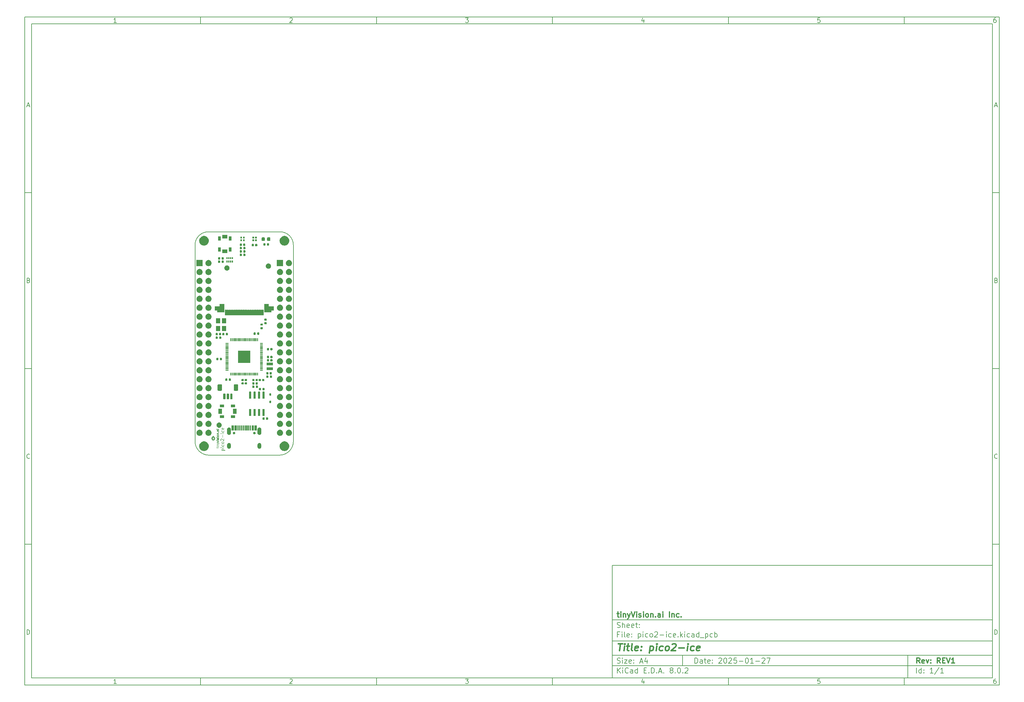
<source format=gbr>
%TF.GenerationSoftware,KiCad,Pcbnew,8.0.2*%
%TF.CreationDate,2025-02-02T23:53:12+05:30*%
%TF.ProjectId,pico2-ice,7069636f-322d-4696-9365-2e6b69636164,REV1*%
%TF.SameCoordinates,Original*%
%TF.FileFunction,Soldermask,Top*%
%TF.FilePolarity,Negative*%
%FSLAX46Y46*%
G04 Gerber Fmt 4.6, Leading zero omitted, Abs format (unit mm)*
G04 Created by KiCad (PCBNEW 8.0.2) date 2025-02-02 23:53:12*
%MOMM*%
%LPD*%
G01*
G04 APERTURE LIST*
%ADD10C,0.100000*%
%ADD11C,0.150000*%
%ADD12C,0.300000*%
%ADD13C,0.400000*%
%TA.AperFunction,Profile*%
%ADD14C,0.127000*%
%TD*%
G04 APERTURE END LIST*
D10*
D11*
X177002200Y-166007200D02*
X285002200Y-166007200D01*
X285002200Y-198007200D01*
X177002200Y-198007200D01*
X177002200Y-166007200D01*
D10*
D11*
X10000000Y-10000000D02*
X287002200Y-10000000D01*
X287002200Y-200007200D01*
X10000000Y-200007200D01*
X10000000Y-10000000D01*
D10*
D11*
X12000000Y-12000000D02*
X285002200Y-12000000D01*
X285002200Y-198007200D01*
X12000000Y-198007200D01*
X12000000Y-12000000D01*
D10*
D11*
X60000000Y-12000000D02*
X60000000Y-10000000D01*
D10*
D11*
X110000000Y-12000000D02*
X110000000Y-10000000D01*
D10*
D11*
X160000000Y-12000000D02*
X160000000Y-10000000D01*
D10*
D11*
X210000000Y-12000000D02*
X210000000Y-10000000D01*
D10*
D11*
X260000000Y-12000000D02*
X260000000Y-10000000D01*
D10*
D11*
X36089160Y-11593604D02*
X35346303Y-11593604D01*
X35717731Y-11593604D02*
X35717731Y-10293604D01*
X35717731Y-10293604D02*
X35593922Y-10479319D01*
X35593922Y-10479319D02*
X35470112Y-10603128D01*
X35470112Y-10603128D02*
X35346303Y-10665033D01*
D10*
D11*
X85346303Y-10417414D02*
X85408207Y-10355509D01*
X85408207Y-10355509D02*
X85532017Y-10293604D01*
X85532017Y-10293604D02*
X85841541Y-10293604D01*
X85841541Y-10293604D02*
X85965350Y-10355509D01*
X85965350Y-10355509D02*
X86027255Y-10417414D01*
X86027255Y-10417414D02*
X86089160Y-10541223D01*
X86089160Y-10541223D02*
X86089160Y-10665033D01*
X86089160Y-10665033D02*
X86027255Y-10850747D01*
X86027255Y-10850747D02*
X85284398Y-11593604D01*
X85284398Y-11593604D02*
X86089160Y-11593604D01*
D10*
D11*
X135284398Y-10293604D02*
X136089160Y-10293604D01*
X136089160Y-10293604D02*
X135655826Y-10788842D01*
X135655826Y-10788842D02*
X135841541Y-10788842D01*
X135841541Y-10788842D02*
X135965350Y-10850747D01*
X135965350Y-10850747D02*
X136027255Y-10912652D01*
X136027255Y-10912652D02*
X136089160Y-11036461D01*
X136089160Y-11036461D02*
X136089160Y-11345985D01*
X136089160Y-11345985D02*
X136027255Y-11469795D01*
X136027255Y-11469795D02*
X135965350Y-11531700D01*
X135965350Y-11531700D02*
X135841541Y-11593604D01*
X135841541Y-11593604D02*
X135470112Y-11593604D01*
X135470112Y-11593604D02*
X135346303Y-11531700D01*
X135346303Y-11531700D02*
X135284398Y-11469795D01*
D10*
D11*
X185965350Y-10726938D02*
X185965350Y-11593604D01*
X185655826Y-10231700D02*
X185346303Y-11160271D01*
X185346303Y-11160271D02*
X186151064Y-11160271D01*
D10*
D11*
X236027255Y-10293604D02*
X235408207Y-10293604D01*
X235408207Y-10293604D02*
X235346303Y-10912652D01*
X235346303Y-10912652D02*
X235408207Y-10850747D01*
X235408207Y-10850747D02*
X235532017Y-10788842D01*
X235532017Y-10788842D02*
X235841541Y-10788842D01*
X235841541Y-10788842D02*
X235965350Y-10850747D01*
X235965350Y-10850747D02*
X236027255Y-10912652D01*
X236027255Y-10912652D02*
X236089160Y-11036461D01*
X236089160Y-11036461D02*
X236089160Y-11345985D01*
X236089160Y-11345985D02*
X236027255Y-11469795D01*
X236027255Y-11469795D02*
X235965350Y-11531700D01*
X235965350Y-11531700D02*
X235841541Y-11593604D01*
X235841541Y-11593604D02*
X235532017Y-11593604D01*
X235532017Y-11593604D02*
X235408207Y-11531700D01*
X235408207Y-11531700D02*
X235346303Y-11469795D01*
D10*
D11*
X285965350Y-10293604D02*
X285717731Y-10293604D01*
X285717731Y-10293604D02*
X285593922Y-10355509D01*
X285593922Y-10355509D02*
X285532017Y-10417414D01*
X285532017Y-10417414D02*
X285408207Y-10603128D01*
X285408207Y-10603128D02*
X285346303Y-10850747D01*
X285346303Y-10850747D02*
X285346303Y-11345985D01*
X285346303Y-11345985D02*
X285408207Y-11469795D01*
X285408207Y-11469795D02*
X285470112Y-11531700D01*
X285470112Y-11531700D02*
X285593922Y-11593604D01*
X285593922Y-11593604D02*
X285841541Y-11593604D01*
X285841541Y-11593604D02*
X285965350Y-11531700D01*
X285965350Y-11531700D02*
X286027255Y-11469795D01*
X286027255Y-11469795D02*
X286089160Y-11345985D01*
X286089160Y-11345985D02*
X286089160Y-11036461D01*
X286089160Y-11036461D02*
X286027255Y-10912652D01*
X286027255Y-10912652D02*
X285965350Y-10850747D01*
X285965350Y-10850747D02*
X285841541Y-10788842D01*
X285841541Y-10788842D02*
X285593922Y-10788842D01*
X285593922Y-10788842D02*
X285470112Y-10850747D01*
X285470112Y-10850747D02*
X285408207Y-10912652D01*
X285408207Y-10912652D02*
X285346303Y-11036461D01*
D10*
D11*
X60000000Y-198007200D02*
X60000000Y-200007200D01*
D10*
D11*
X110000000Y-198007200D02*
X110000000Y-200007200D01*
D10*
D11*
X160000000Y-198007200D02*
X160000000Y-200007200D01*
D10*
D11*
X210000000Y-198007200D02*
X210000000Y-200007200D01*
D10*
D11*
X260000000Y-198007200D02*
X260000000Y-200007200D01*
D10*
D11*
X36089160Y-199600804D02*
X35346303Y-199600804D01*
X35717731Y-199600804D02*
X35717731Y-198300804D01*
X35717731Y-198300804D02*
X35593922Y-198486519D01*
X35593922Y-198486519D02*
X35470112Y-198610328D01*
X35470112Y-198610328D02*
X35346303Y-198672233D01*
D10*
D11*
X85346303Y-198424614D02*
X85408207Y-198362709D01*
X85408207Y-198362709D02*
X85532017Y-198300804D01*
X85532017Y-198300804D02*
X85841541Y-198300804D01*
X85841541Y-198300804D02*
X85965350Y-198362709D01*
X85965350Y-198362709D02*
X86027255Y-198424614D01*
X86027255Y-198424614D02*
X86089160Y-198548423D01*
X86089160Y-198548423D02*
X86089160Y-198672233D01*
X86089160Y-198672233D02*
X86027255Y-198857947D01*
X86027255Y-198857947D02*
X85284398Y-199600804D01*
X85284398Y-199600804D02*
X86089160Y-199600804D01*
D10*
D11*
X135284398Y-198300804D02*
X136089160Y-198300804D01*
X136089160Y-198300804D02*
X135655826Y-198796042D01*
X135655826Y-198796042D02*
X135841541Y-198796042D01*
X135841541Y-198796042D02*
X135965350Y-198857947D01*
X135965350Y-198857947D02*
X136027255Y-198919852D01*
X136027255Y-198919852D02*
X136089160Y-199043661D01*
X136089160Y-199043661D02*
X136089160Y-199353185D01*
X136089160Y-199353185D02*
X136027255Y-199476995D01*
X136027255Y-199476995D02*
X135965350Y-199538900D01*
X135965350Y-199538900D02*
X135841541Y-199600804D01*
X135841541Y-199600804D02*
X135470112Y-199600804D01*
X135470112Y-199600804D02*
X135346303Y-199538900D01*
X135346303Y-199538900D02*
X135284398Y-199476995D01*
D10*
D11*
X185965350Y-198734138D02*
X185965350Y-199600804D01*
X185655826Y-198238900D02*
X185346303Y-199167471D01*
X185346303Y-199167471D02*
X186151064Y-199167471D01*
D10*
D11*
X236027255Y-198300804D02*
X235408207Y-198300804D01*
X235408207Y-198300804D02*
X235346303Y-198919852D01*
X235346303Y-198919852D02*
X235408207Y-198857947D01*
X235408207Y-198857947D02*
X235532017Y-198796042D01*
X235532017Y-198796042D02*
X235841541Y-198796042D01*
X235841541Y-198796042D02*
X235965350Y-198857947D01*
X235965350Y-198857947D02*
X236027255Y-198919852D01*
X236027255Y-198919852D02*
X236089160Y-199043661D01*
X236089160Y-199043661D02*
X236089160Y-199353185D01*
X236089160Y-199353185D02*
X236027255Y-199476995D01*
X236027255Y-199476995D02*
X235965350Y-199538900D01*
X235965350Y-199538900D02*
X235841541Y-199600804D01*
X235841541Y-199600804D02*
X235532017Y-199600804D01*
X235532017Y-199600804D02*
X235408207Y-199538900D01*
X235408207Y-199538900D02*
X235346303Y-199476995D01*
D10*
D11*
X285965350Y-198300804D02*
X285717731Y-198300804D01*
X285717731Y-198300804D02*
X285593922Y-198362709D01*
X285593922Y-198362709D02*
X285532017Y-198424614D01*
X285532017Y-198424614D02*
X285408207Y-198610328D01*
X285408207Y-198610328D02*
X285346303Y-198857947D01*
X285346303Y-198857947D02*
X285346303Y-199353185D01*
X285346303Y-199353185D02*
X285408207Y-199476995D01*
X285408207Y-199476995D02*
X285470112Y-199538900D01*
X285470112Y-199538900D02*
X285593922Y-199600804D01*
X285593922Y-199600804D02*
X285841541Y-199600804D01*
X285841541Y-199600804D02*
X285965350Y-199538900D01*
X285965350Y-199538900D02*
X286027255Y-199476995D01*
X286027255Y-199476995D02*
X286089160Y-199353185D01*
X286089160Y-199353185D02*
X286089160Y-199043661D01*
X286089160Y-199043661D02*
X286027255Y-198919852D01*
X286027255Y-198919852D02*
X285965350Y-198857947D01*
X285965350Y-198857947D02*
X285841541Y-198796042D01*
X285841541Y-198796042D02*
X285593922Y-198796042D01*
X285593922Y-198796042D02*
X285470112Y-198857947D01*
X285470112Y-198857947D02*
X285408207Y-198919852D01*
X285408207Y-198919852D02*
X285346303Y-199043661D01*
D10*
D11*
X10000000Y-60000000D02*
X12000000Y-60000000D01*
D10*
D11*
X10000000Y-110000000D02*
X12000000Y-110000000D01*
D10*
D11*
X10000000Y-160000000D02*
X12000000Y-160000000D01*
D10*
D11*
X10690476Y-35222176D02*
X11309523Y-35222176D01*
X10566666Y-35593604D02*
X10999999Y-34293604D01*
X10999999Y-34293604D02*
X11433333Y-35593604D01*
D10*
D11*
X11092857Y-84912652D02*
X11278571Y-84974557D01*
X11278571Y-84974557D02*
X11340476Y-85036461D01*
X11340476Y-85036461D02*
X11402380Y-85160271D01*
X11402380Y-85160271D02*
X11402380Y-85345985D01*
X11402380Y-85345985D02*
X11340476Y-85469795D01*
X11340476Y-85469795D02*
X11278571Y-85531700D01*
X11278571Y-85531700D02*
X11154761Y-85593604D01*
X11154761Y-85593604D02*
X10659523Y-85593604D01*
X10659523Y-85593604D02*
X10659523Y-84293604D01*
X10659523Y-84293604D02*
X11092857Y-84293604D01*
X11092857Y-84293604D02*
X11216666Y-84355509D01*
X11216666Y-84355509D02*
X11278571Y-84417414D01*
X11278571Y-84417414D02*
X11340476Y-84541223D01*
X11340476Y-84541223D02*
X11340476Y-84665033D01*
X11340476Y-84665033D02*
X11278571Y-84788842D01*
X11278571Y-84788842D02*
X11216666Y-84850747D01*
X11216666Y-84850747D02*
X11092857Y-84912652D01*
X11092857Y-84912652D02*
X10659523Y-84912652D01*
D10*
D11*
X11402380Y-135469795D02*
X11340476Y-135531700D01*
X11340476Y-135531700D02*
X11154761Y-135593604D01*
X11154761Y-135593604D02*
X11030952Y-135593604D01*
X11030952Y-135593604D02*
X10845238Y-135531700D01*
X10845238Y-135531700D02*
X10721428Y-135407890D01*
X10721428Y-135407890D02*
X10659523Y-135284080D01*
X10659523Y-135284080D02*
X10597619Y-135036461D01*
X10597619Y-135036461D02*
X10597619Y-134850747D01*
X10597619Y-134850747D02*
X10659523Y-134603128D01*
X10659523Y-134603128D02*
X10721428Y-134479319D01*
X10721428Y-134479319D02*
X10845238Y-134355509D01*
X10845238Y-134355509D02*
X11030952Y-134293604D01*
X11030952Y-134293604D02*
X11154761Y-134293604D01*
X11154761Y-134293604D02*
X11340476Y-134355509D01*
X11340476Y-134355509D02*
X11402380Y-134417414D01*
D10*
D11*
X10659523Y-185593604D02*
X10659523Y-184293604D01*
X10659523Y-184293604D02*
X10969047Y-184293604D01*
X10969047Y-184293604D02*
X11154761Y-184355509D01*
X11154761Y-184355509D02*
X11278571Y-184479319D01*
X11278571Y-184479319D02*
X11340476Y-184603128D01*
X11340476Y-184603128D02*
X11402380Y-184850747D01*
X11402380Y-184850747D02*
X11402380Y-185036461D01*
X11402380Y-185036461D02*
X11340476Y-185284080D01*
X11340476Y-185284080D02*
X11278571Y-185407890D01*
X11278571Y-185407890D02*
X11154761Y-185531700D01*
X11154761Y-185531700D02*
X10969047Y-185593604D01*
X10969047Y-185593604D02*
X10659523Y-185593604D01*
D10*
D11*
X287002200Y-60000000D02*
X285002200Y-60000000D01*
D10*
D11*
X287002200Y-110000000D02*
X285002200Y-110000000D01*
D10*
D11*
X287002200Y-160000000D02*
X285002200Y-160000000D01*
D10*
D11*
X285692676Y-35222176D02*
X286311723Y-35222176D01*
X285568866Y-35593604D02*
X286002199Y-34293604D01*
X286002199Y-34293604D02*
X286435533Y-35593604D01*
D10*
D11*
X286095057Y-84912652D02*
X286280771Y-84974557D01*
X286280771Y-84974557D02*
X286342676Y-85036461D01*
X286342676Y-85036461D02*
X286404580Y-85160271D01*
X286404580Y-85160271D02*
X286404580Y-85345985D01*
X286404580Y-85345985D02*
X286342676Y-85469795D01*
X286342676Y-85469795D02*
X286280771Y-85531700D01*
X286280771Y-85531700D02*
X286156961Y-85593604D01*
X286156961Y-85593604D02*
X285661723Y-85593604D01*
X285661723Y-85593604D02*
X285661723Y-84293604D01*
X285661723Y-84293604D02*
X286095057Y-84293604D01*
X286095057Y-84293604D02*
X286218866Y-84355509D01*
X286218866Y-84355509D02*
X286280771Y-84417414D01*
X286280771Y-84417414D02*
X286342676Y-84541223D01*
X286342676Y-84541223D02*
X286342676Y-84665033D01*
X286342676Y-84665033D02*
X286280771Y-84788842D01*
X286280771Y-84788842D02*
X286218866Y-84850747D01*
X286218866Y-84850747D02*
X286095057Y-84912652D01*
X286095057Y-84912652D02*
X285661723Y-84912652D01*
D10*
D11*
X286404580Y-135469795D02*
X286342676Y-135531700D01*
X286342676Y-135531700D02*
X286156961Y-135593604D01*
X286156961Y-135593604D02*
X286033152Y-135593604D01*
X286033152Y-135593604D02*
X285847438Y-135531700D01*
X285847438Y-135531700D02*
X285723628Y-135407890D01*
X285723628Y-135407890D02*
X285661723Y-135284080D01*
X285661723Y-135284080D02*
X285599819Y-135036461D01*
X285599819Y-135036461D02*
X285599819Y-134850747D01*
X285599819Y-134850747D02*
X285661723Y-134603128D01*
X285661723Y-134603128D02*
X285723628Y-134479319D01*
X285723628Y-134479319D02*
X285847438Y-134355509D01*
X285847438Y-134355509D02*
X286033152Y-134293604D01*
X286033152Y-134293604D02*
X286156961Y-134293604D01*
X286156961Y-134293604D02*
X286342676Y-134355509D01*
X286342676Y-134355509D02*
X286404580Y-134417414D01*
D10*
D11*
X285661723Y-185593604D02*
X285661723Y-184293604D01*
X285661723Y-184293604D02*
X285971247Y-184293604D01*
X285971247Y-184293604D02*
X286156961Y-184355509D01*
X286156961Y-184355509D02*
X286280771Y-184479319D01*
X286280771Y-184479319D02*
X286342676Y-184603128D01*
X286342676Y-184603128D02*
X286404580Y-184850747D01*
X286404580Y-184850747D02*
X286404580Y-185036461D01*
X286404580Y-185036461D02*
X286342676Y-185284080D01*
X286342676Y-185284080D02*
X286280771Y-185407890D01*
X286280771Y-185407890D02*
X286156961Y-185531700D01*
X286156961Y-185531700D02*
X285971247Y-185593604D01*
X285971247Y-185593604D02*
X285661723Y-185593604D01*
D10*
D11*
X200458026Y-193793328D02*
X200458026Y-192293328D01*
X200458026Y-192293328D02*
X200815169Y-192293328D01*
X200815169Y-192293328D02*
X201029455Y-192364757D01*
X201029455Y-192364757D02*
X201172312Y-192507614D01*
X201172312Y-192507614D02*
X201243741Y-192650471D01*
X201243741Y-192650471D02*
X201315169Y-192936185D01*
X201315169Y-192936185D02*
X201315169Y-193150471D01*
X201315169Y-193150471D02*
X201243741Y-193436185D01*
X201243741Y-193436185D02*
X201172312Y-193579042D01*
X201172312Y-193579042D02*
X201029455Y-193721900D01*
X201029455Y-193721900D02*
X200815169Y-193793328D01*
X200815169Y-193793328D02*
X200458026Y-193793328D01*
X202600884Y-193793328D02*
X202600884Y-193007614D01*
X202600884Y-193007614D02*
X202529455Y-192864757D01*
X202529455Y-192864757D02*
X202386598Y-192793328D01*
X202386598Y-192793328D02*
X202100884Y-192793328D01*
X202100884Y-192793328D02*
X201958026Y-192864757D01*
X202600884Y-193721900D02*
X202458026Y-193793328D01*
X202458026Y-193793328D02*
X202100884Y-193793328D01*
X202100884Y-193793328D02*
X201958026Y-193721900D01*
X201958026Y-193721900D02*
X201886598Y-193579042D01*
X201886598Y-193579042D02*
X201886598Y-193436185D01*
X201886598Y-193436185D02*
X201958026Y-193293328D01*
X201958026Y-193293328D02*
X202100884Y-193221900D01*
X202100884Y-193221900D02*
X202458026Y-193221900D01*
X202458026Y-193221900D02*
X202600884Y-193150471D01*
X203100884Y-192793328D02*
X203672312Y-192793328D01*
X203315169Y-192293328D02*
X203315169Y-193579042D01*
X203315169Y-193579042D02*
X203386598Y-193721900D01*
X203386598Y-193721900D02*
X203529455Y-193793328D01*
X203529455Y-193793328D02*
X203672312Y-193793328D01*
X204743741Y-193721900D02*
X204600884Y-193793328D01*
X204600884Y-193793328D02*
X204315170Y-193793328D01*
X204315170Y-193793328D02*
X204172312Y-193721900D01*
X204172312Y-193721900D02*
X204100884Y-193579042D01*
X204100884Y-193579042D02*
X204100884Y-193007614D01*
X204100884Y-193007614D02*
X204172312Y-192864757D01*
X204172312Y-192864757D02*
X204315170Y-192793328D01*
X204315170Y-192793328D02*
X204600884Y-192793328D01*
X204600884Y-192793328D02*
X204743741Y-192864757D01*
X204743741Y-192864757D02*
X204815170Y-193007614D01*
X204815170Y-193007614D02*
X204815170Y-193150471D01*
X204815170Y-193150471D02*
X204100884Y-193293328D01*
X205458026Y-193650471D02*
X205529455Y-193721900D01*
X205529455Y-193721900D02*
X205458026Y-193793328D01*
X205458026Y-193793328D02*
X205386598Y-193721900D01*
X205386598Y-193721900D02*
X205458026Y-193650471D01*
X205458026Y-193650471D02*
X205458026Y-193793328D01*
X205458026Y-192864757D02*
X205529455Y-192936185D01*
X205529455Y-192936185D02*
X205458026Y-193007614D01*
X205458026Y-193007614D02*
X205386598Y-192936185D01*
X205386598Y-192936185D02*
X205458026Y-192864757D01*
X205458026Y-192864757D02*
X205458026Y-193007614D01*
X207243741Y-192436185D02*
X207315169Y-192364757D01*
X207315169Y-192364757D02*
X207458027Y-192293328D01*
X207458027Y-192293328D02*
X207815169Y-192293328D01*
X207815169Y-192293328D02*
X207958027Y-192364757D01*
X207958027Y-192364757D02*
X208029455Y-192436185D01*
X208029455Y-192436185D02*
X208100884Y-192579042D01*
X208100884Y-192579042D02*
X208100884Y-192721900D01*
X208100884Y-192721900D02*
X208029455Y-192936185D01*
X208029455Y-192936185D02*
X207172312Y-193793328D01*
X207172312Y-193793328D02*
X208100884Y-193793328D01*
X209029455Y-192293328D02*
X209172312Y-192293328D01*
X209172312Y-192293328D02*
X209315169Y-192364757D01*
X209315169Y-192364757D02*
X209386598Y-192436185D01*
X209386598Y-192436185D02*
X209458026Y-192579042D01*
X209458026Y-192579042D02*
X209529455Y-192864757D01*
X209529455Y-192864757D02*
X209529455Y-193221900D01*
X209529455Y-193221900D02*
X209458026Y-193507614D01*
X209458026Y-193507614D02*
X209386598Y-193650471D01*
X209386598Y-193650471D02*
X209315169Y-193721900D01*
X209315169Y-193721900D02*
X209172312Y-193793328D01*
X209172312Y-193793328D02*
X209029455Y-193793328D01*
X209029455Y-193793328D02*
X208886598Y-193721900D01*
X208886598Y-193721900D02*
X208815169Y-193650471D01*
X208815169Y-193650471D02*
X208743740Y-193507614D01*
X208743740Y-193507614D02*
X208672312Y-193221900D01*
X208672312Y-193221900D02*
X208672312Y-192864757D01*
X208672312Y-192864757D02*
X208743740Y-192579042D01*
X208743740Y-192579042D02*
X208815169Y-192436185D01*
X208815169Y-192436185D02*
X208886598Y-192364757D01*
X208886598Y-192364757D02*
X209029455Y-192293328D01*
X210100883Y-192436185D02*
X210172311Y-192364757D01*
X210172311Y-192364757D02*
X210315169Y-192293328D01*
X210315169Y-192293328D02*
X210672311Y-192293328D01*
X210672311Y-192293328D02*
X210815169Y-192364757D01*
X210815169Y-192364757D02*
X210886597Y-192436185D01*
X210886597Y-192436185D02*
X210958026Y-192579042D01*
X210958026Y-192579042D02*
X210958026Y-192721900D01*
X210958026Y-192721900D02*
X210886597Y-192936185D01*
X210886597Y-192936185D02*
X210029454Y-193793328D01*
X210029454Y-193793328D02*
X210958026Y-193793328D01*
X212315168Y-192293328D02*
X211600882Y-192293328D01*
X211600882Y-192293328D02*
X211529454Y-193007614D01*
X211529454Y-193007614D02*
X211600882Y-192936185D01*
X211600882Y-192936185D02*
X211743740Y-192864757D01*
X211743740Y-192864757D02*
X212100882Y-192864757D01*
X212100882Y-192864757D02*
X212243740Y-192936185D01*
X212243740Y-192936185D02*
X212315168Y-193007614D01*
X212315168Y-193007614D02*
X212386597Y-193150471D01*
X212386597Y-193150471D02*
X212386597Y-193507614D01*
X212386597Y-193507614D02*
X212315168Y-193650471D01*
X212315168Y-193650471D02*
X212243740Y-193721900D01*
X212243740Y-193721900D02*
X212100882Y-193793328D01*
X212100882Y-193793328D02*
X211743740Y-193793328D01*
X211743740Y-193793328D02*
X211600882Y-193721900D01*
X211600882Y-193721900D02*
X211529454Y-193650471D01*
X213029453Y-193221900D02*
X214172311Y-193221900D01*
X215172311Y-192293328D02*
X215315168Y-192293328D01*
X215315168Y-192293328D02*
X215458025Y-192364757D01*
X215458025Y-192364757D02*
X215529454Y-192436185D01*
X215529454Y-192436185D02*
X215600882Y-192579042D01*
X215600882Y-192579042D02*
X215672311Y-192864757D01*
X215672311Y-192864757D02*
X215672311Y-193221900D01*
X215672311Y-193221900D02*
X215600882Y-193507614D01*
X215600882Y-193507614D02*
X215529454Y-193650471D01*
X215529454Y-193650471D02*
X215458025Y-193721900D01*
X215458025Y-193721900D02*
X215315168Y-193793328D01*
X215315168Y-193793328D02*
X215172311Y-193793328D01*
X215172311Y-193793328D02*
X215029454Y-193721900D01*
X215029454Y-193721900D02*
X214958025Y-193650471D01*
X214958025Y-193650471D02*
X214886596Y-193507614D01*
X214886596Y-193507614D02*
X214815168Y-193221900D01*
X214815168Y-193221900D02*
X214815168Y-192864757D01*
X214815168Y-192864757D02*
X214886596Y-192579042D01*
X214886596Y-192579042D02*
X214958025Y-192436185D01*
X214958025Y-192436185D02*
X215029454Y-192364757D01*
X215029454Y-192364757D02*
X215172311Y-192293328D01*
X217100882Y-193793328D02*
X216243739Y-193793328D01*
X216672310Y-193793328D02*
X216672310Y-192293328D01*
X216672310Y-192293328D02*
X216529453Y-192507614D01*
X216529453Y-192507614D02*
X216386596Y-192650471D01*
X216386596Y-192650471D02*
X216243739Y-192721900D01*
X217743738Y-193221900D02*
X218886596Y-193221900D01*
X219529453Y-192436185D02*
X219600881Y-192364757D01*
X219600881Y-192364757D02*
X219743739Y-192293328D01*
X219743739Y-192293328D02*
X220100881Y-192293328D01*
X220100881Y-192293328D02*
X220243739Y-192364757D01*
X220243739Y-192364757D02*
X220315167Y-192436185D01*
X220315167Y-192436185D02*
X220386596Y-192579042D01*
X220386596Y-192579042D02*
X220386596Y-192721900D01*
X220386596Y-192721900D02*
X220315167Y-192936185D01*
X220315167Y-192936185D02*
X219458024Y-193793328D01*
X219458024Y-193793328D02*
X220386596Y-193793328D01*
X220886595Y-192293328D02*
X221886595Y-192293328D01*
X221886595Y-192293328D02*
X221243738Y-193793328D01*
D10*
D11*
X177002200Y-194507200D02*
X285002200Y-194507200D01*
D10*
D11*
X178458026Y-196593328D02*
X178458026Y-195093328D01*
X179315169Y-196593328D02*
X178672312Y-195736185D01*
X179315169Y-195093328D02*
X178458026Y-195950471D01*
X179958026Y-196593328D02*
X179958026Y-195593328D01*
X179958026Y-195093328D02*
X179886598Y-195164757D01*
X179886598Y-195164757D02*
X179958026Y-195236185D01*
X179958026Y-195236185D02*
X180029455Y-195164757D01*
X180029455Y-195164757D02*
X179958026Y-195093328D01*
X179958026Y-195093328D02*
X179958026Y-195236185D01*
X181529455Y-196450471D02*
X181458027Y-196521900D01*
X181458027Y-196521900D02*
X181243741Y-196593328D01*
X181243741Y-196593328D02*
X181100884Y-196593328D01*
X181100884Y-196593328D02*
X180886598Y-196521900D01*
X180886598Y-196521900D02*
X180743741Y-196379042D01*
X180743741Y-196379042D02*
X180672312Y-196236185D01*
X180672312Y-196236185D02*
X180600884Y-195950471D01*
X180600884Y-195950471D02*
X180600884Y-195736185D01*
X180600884Y-195736185D02*
X180672312Y-195450471D01*
X180672312Y-195450471D02*
X180743741Y-195307614D01*
X180743741Y-195307614D02*
X180886598Y-195164757D01*
X180886598Y-195164757D02*
X181100884Y-195093328D01*
X181100884Y-195093328D02*
X181243741Y-195093328D01*
X181243741Y-195093328D02*
X181458027Y-195164757D01*
X181458027Y-195164757D02*
X181529455Y-195236185D01*
X182815170Y-196593328D02*
X182815170Y-195807614D01*
X182815170Y-195807614D02*
X182743741Y-195664757D01*
X182743741Y-195664757D02*
X182600884Y-195593328D01*
X182600884Y-195593328D02*
X182315170Y-195593328D01*
X182315170Y-195593328D02*
X182172312Y-195664757D01*
X182815170Y-196521900D02*
X182672312Y-196593328D01*
X182672312Y-196593328D02*
X182315170Y-196593328D01*
X182315170Y-196593328D02*
X182172312Y-196521900D01*
X182172312Y-196521900D02*
X182100884Y-196379042D01*
X182100884Y-196379042D02*
X182100884Y-196236185D01*
X182100884Y-196236185D02*
X182172312Y-196093328D01*
X182172312Y-196093328D02*
X182315170Y-196021900D01*
X182315170Y-196021900D02*
X182672312Y-196021900D01*
X182672312Y-196021900D02*
X182815170Y-195950471D01*
X184172313Y-196593328D02*
X184172313Y-195093328D01*
X184172313Y-196521900D02*
X184029455Y-196593328D01*
X184029455Y-196593328D02*
X183743741Y-196593328D01*
X183743741Y-196593328D02*
X183600884Y-196521900D01*
X183600884Y-196521900D02*
X183529455Y-196450471D01*
X183529455Y-196450471D02*
X183458027Y-196307614D01*
X183458027Y-196307614D02*
X183458027Y-195879042D01*
X183458027Y-195879042D02*
X183529455Y-195736185D01*
X183529455Y-195736185D02*
X183600884Y-195664757D01*
X183600884Y-195664757D02*
X183743741Y-195593328D01*
X183743741Y-195593328D02*
X184029455Y-195593328D01*
X184029455Y-195593328D02*
X184172313Y-195664757D01*
X186029455Y-195807614D02*
X186529455Y-195807614D01*
X186743741Y-196593328D02*
X186029455Y-196593328D01*
X186029455Y-196593328D02*
X186029455Y-195093328D01*
X186029455Y-195093328D02*
X186743741Y-195093328D01*
X187386598Y-196450471D02*
X187458027Y-196521900D01*
X187458027Y-196521900D02*
X187386598Y-196593328D01*
X187386598Y-196593328D02*
X187315170Y-196521900D01*
X187315170Y-196521900D02*
X187386598Y-196450471D01*
X187386598Y-196450471D02*
X187386598Y-196593328D01*
X188100884Y-196593328D02*
X188100884Y-195093328D01*
X188100884Y-195093328D02*
X188458027Y-195093328D01*
X188458027Y-195093328D02*
X188672313Y-195164757D01*
X188672313Y-195164757D02*
X188815170Y-195307614D01*
X188815170Y-195307614D02*
X188886599Y-195450471D01*
X188886599Y-195450471D02*
X188958027Y-195736185D01*
X188958027Y-195736185D02*
X188958027Y-195950471D01*
X188958027Y-195950471D02*
X188886599Y-196236185D01*
X188886599Y-196236185D02*
X188815170Y-196379042D01*
X188815170Y-196379042D02*
X188672313Y-196521900D01*
X188672313Y-196521900D02*
X188458027Y-196593328D01*
X188458027Y-196593328D02*
X188100884Y-196593328D01*
X189600884Y-196450471D02*
X189672313Y-196521900D01*
X189672313Y-196521900D02*
X189600884Y-196593328D01*
X189600884Y-196593328D02*
X189529456Y-196521900D01*
X189529456Y-196521900D02*
X189600884Y-196450471D01*
X189600884Y-196450471D02*
X189600884Y-196593328D01*
X190243742Y-196164757D02*
X190958028Y-196164757D01*
X190100885Y-196593328D02*
X190600885Y-195093328D01*
X190600885Y-195093328D02*
X191100885Y-196593328D01*
X191600884Y-196450471D02*
X191672313Y-196521900D01*
X191672313Y-196521900D02*
X191600884Y-196593328D01*
X191600884Y-196593328D02*
X191529456Y-196521900D01*
X191529456Y-196521900D02*
X191600884Y-196450471D01*
X191600884Y-196450471D02*
X191600884Y-196593328D01*
X193672313Y-195736185D02*
X193529456Y-195664757D01*
X193529456Y-195664757D02*
X193458027Y-195593328D01*
X193458027Y-195593328D02*
X193386599Y-195450471D01*
X193386599Y-195450471D02*
X193386599Y-195379042D01*
X193386599Y-195379042D02*
X193458027Y-195236185D01*
X193458027Y-195236185D02*
X193529456Y-195164757D01*
X193529456Y-195164757D02*
X193672313Y-195093328D01*
X193672313Y-195093328D02*
X193958027Y-195093328D01*
X193958027Y-195093328D02*
X194100885Y-195164757D01*
X194100885Y-195164757D02*
X194172313Y-195236185D01*
X194172313Y-195236185D02*
X194243742Y-195379042D01*
X194243742Y-195379042D02*
X194243742Y-195450471D01*
X194243742Y-195450471D02*
X194172313Y-195593328D01*
X194172313Y-195593328D02*
X194100885Y-195664757D01*
X194100885Y-195664757D02*
X193958027Y-195736185D01*
X193958027Y-195736185D02*
X193672313Y-195736185D01*
X193672313Y-195736185D02*
X193529456Y-195807614D01*
X193529456Y-195807614D02*
X193458027Y-195879042D01*
X193458027Y-195879042D02*
X193386599Y-196021900D01*
X193386599Y-196021900D02*
X193386599Y-196307614D01*
X193386599Y-196307614D02*
X193458027Y-196450471D01*
X193458027Y-196450471D02*
X193529456Y-196521900D01*
X193529456Y-196521900D02*
X193672313Y-196593328D01*
X193672313Y-196593328D02*
X193958027Y-196593328D01*
X193958027Y-196593328D02*
X194100885Y-196521900D01*
X194100885Y-196521900D02*
X194172313Y-196450471D01*
X194172313Y-196450471D02*
X194243742Y-196307614D01*
X194243742Y-196307614D02*
X194243742Y-196021900D01*
X194243742Y-196021900D02*
X194172313Y-195879042D01*
X194172313Y-195879042D02*
X194100885Y-195807614D01*
X194100885Y-195807614D02*
X193958027Y-195736185D01*
X194886598Y-196450471D02*
X194958027Y-196521900D01*
X194958027Y-196521900D02*
X194886598Y-196593328D01*
X194886598Y-196593328D02*
X194815170Y-196521900D01*
X194815170Y-196521900D02*
X194886598Y-196450471D01*
X194886598Y-196450471D02*
X194886598Y-196593328D01*
X195886599Y-195093328D02*
X196029456Y-195093328D01*
X196029456Y-195093328D02*
X196172313Y-195164757D01*
X196172313Y-195164757D02*
X196243742Y-195236185D01*
X196243742Y-195236185D02*
X196315170Y-195379042D01*
X196315170Y-195379042D02*
X196386599Y-195664757D01*
X196386599Y-195664757D02*
X196386599Y-196021900D01*
X196386599Y-196021900D02*
X196315170Y-196307614D01*
X196315170Y-196307614D02*
X196243742Y-196450471D01*
X196243742Y-196450471D02*
X196172313Y-196521900D01*
X196172313Y-196521900D02*
X196029456Y-196593328D01*
X196029456Y-196593328D02*
X195886599Y-196593328D01*
X195886599Y-196593328D02*
X195743742Y-196521900D01*
X195743742Y-196521900D02*
X195672313Y-196450471D01*
X195672313Y-196450471D02*
X195600884Y-196307614D01*
X195600884Y-196307614D02*
X195529456Y-196021900D01*
X195529456Y-196021900D02*
X195529456Y-195664757D01*
X195529456Y-195664757D02*
X195600884Y-195379042D01*
X195600884Y-195379042D02*
X195672313Y-195236185D01*
X195672313Y-195236185D02*
X195743742Y-195164757D01*
X195743742Y-195164757D02*
X195886599Y-195093328D01*
X197029455Y-196450471D02*
X197100884Y-196521900D01*
X197100884Y-196521900D02*
X197029455Y-196593328D01*
X197029455Y-196593328D02*
X196958027Y-196521900D01*
X196958027Y-196521900D02*
X197029455Y-196450471D01*
X197029455Y-196450471D02*
X197029455Y-196593328D01*
X197672313Y-195236185D02*
X197743741Y-195164757D01*
X197743741Y-195164757D02*
X197886599Y-195093328D01*
X197886599Y-195093328D02*
X198243741Y-195093328D01*
X198243741Y-195093328D02*
X198386599Y-195164757D01*
X198386599Y-195164757D02*
X198458027Y-195236185D01*
X198458027Y-195236185D02*
X198529456Y-195379042D01*
X198529456Y-195379042D02*
X198529456Y-195521900D01*
X198529456Y-195521900D02*
X198458027Y-195736185D01*
X198458027Y-195736185D02*
X197600884Y-196593328D01*
X197600884Y-196593328D02*
X198529456Y-196593328D01*
D10*
D11*
X177002200Y-191507200D02*
X285002200Y-191507200D01*
D10*
D12*
X264413853Y-193785528D02*
X263913853Y-193071242D01*
X263556710Y-193785528D02*
X263556710Y-192285528D01*
X263556710Y-192285528D02*
X264128139Y-192285528D01*
X264128139Y-192285528D02*
X264270996Y-192356957D01*
X264270996Y-192356957D02*
X264342425Y-192428385D01*
X264342425Y-192428385D02*
X264413853Y-192571242D01*
X264413853Y-192571242D02*
X264413853Y-192785528D01*
X264413853Y-192785528D02*
X264342425Y-192928385D01*
X264342425Y-192928385D02*
X264270996Y-192999814D01*
X264270996Y-192999814D02*
X264128139Y-193071242D01*
X264128139Y-193071242D02*
X263556710Y-193071242D01*
X265628139Y-193714100D02*
X265485282Y-193785528D01*
X265485282Y-193785528D02*
X265199568Y-193785528D01*
X265199568Y-193785528D02*
X265056710Y-193714100D01*
X265056710Y-193714100D02*
X264985282Y-193571242D01*
X264985282Y-193571242D02*
X264985282Y-192999814D01*
X264985282Y-192999814D02*
X265056710Y-192856957D01*
X265056710Y-192856957D02*
X265199568Y-192785528D01*
X265199568Y-192785528D02*
X265485282Y-192785528D01*
X265485282Y-192785528D02*
X265628139Y-192856957D01*
X265628139Y-192856957D02*
X265699568Y-192999814D01*
X265699568Y-192999814D02*
X265699568Y-193142671D01*
X265699568Y-193142671D02*
X264985282Y-193285528D01*
X266199567Y-192785528D02*
X266556710Y-193785528D01*
X266556710Y-193785528D02*
X266913853Y-192785528D01*
X267485281Y-193642671D02*
X267556710Y-193714100D01*
X267556710Y-193714100D02*
X267485281Y-193785528D01*
X267485281Y-193785528D02*
X267413853Y-193714100D01*
X267413853Y-193714100D02*
X267485281Y-193642671D01*
X267485281Y-193642671D02*
X267485281Y-193785528D01*
X267485281Y-192856957D02*
X267556710Y-192928385D01*
X267556710Y-192928385D02*
X267485281Y-192999814D01*
X267485281Y-192999814D02*
X267413853Y-192928385D01*
X267413853Y-192928385D02*
X267485281Y-192856957D01*
X267485281Y-192856957D02*
X267485281Y-192999814D01*
X270199567Y-193785528D02*
X269699567Y-193071242D01*
X269342424Y-193785528D02*
X269342424Y-192285528D01*
X269342424Y-192285528D02*
X269913853Y-192285528D01*
X269913853Y-192285528D02*
X270056710Y-192356957D01*
X270056710Y-192356957D02*
X270128139Y-192428385D01*
X270128139Y-192428385D02*
X270199567Y-192571242D01*
X270199567Y-192571242D02*
X270199567Y-192785528D01*
X270199567Y-192785528D02*
X270128139Y-192928385D01*
X270128139Y-192928385D02*
X270056710Y-192999814D01*
X270056710Y-192999814D02*
X269913853Y-193071242D01*
X269913853Y-193071242D02*
X269342424Y-193071242D01*
X270842424Y-192999814D02*
X271342424Y-192999814D01*
X271556710Y-193785528D02*
X270842424Y-193785528D01*
X270842424Y-193785528D02*
X270842424Y-192285528D01*
X270842424Y-192285528D02*
X271556710Y-192285528D01*
X271985282Y-192285528D02*
X272485282Y-193785528D01*
X272485282Y-193785528D02*
X272985282Y-192285528D01*
X274270996Y-193785528D02*
X273413853Y-193785528D01*
X273842424Y-193785528D02*
X273842424Y-192285528D01*
X273842424Y-192285528D02*
X273699567Y-192499814D01*
X273699567Y-192499814D02*
X273556710Y-192642671D01*
X273556710Y-192642671D02*
X273413853Y-192714100D01*
D10*
D11*
X178386598Y-193721900D02*
X178600884Y-193793328D01*
X178600884Y-193793328D02*
X178958026Y-193793328D01*
X178958026Y-193793328D02*
X179100884Y-193721900D01*
X179100884Y-193721900D02*
X179172312Y-193650471D01*
X179172312Y-193650471D02*
X179243741Y-193507614D01*
X179243741Y-193507614D02*
X179243741Y-193364757D01*
X179243741Y-193364757D02*
X179172312Y-193221900D01*
X179172312Y-193221900D02*
X179100884Y-193150471D01*
X179100884Y-193150471D02*
X178958026Y-193079042D01*
X178958026Y-193079042D02*
X178672312Y-193007614D01*
X178672312Y-193007614D02*
X178529455Y-192936185D01*
X178529455Y-192936185D02*
X178458026Y-192864757D01*
X178458026Y-192864757D02*
X178386598Y-192721900D01*
X178386598Y-192721900D02*
X178386598Y-192579042D01*
X178386598Y-192579042D02*
X178458026Y-192436185D01*
X178458026Y-192436185D02*
X178529455Y-192364757D01*
X178529455Y-192364757D02*
X178672312Y-192293328D01*
X178672312Y-192293328D02*
X179029455Y-192293328D01*
X179029455Y-192293328D02*
X179243741Y-192364757D01*
X179886597Y-193793328D02*
X179886597Y-192793328D01*
X179886597Y-192293328D02*
X179815169Y-192364757D01*
X179815169Y-192364757D02*
X179886597Y-192436185D01*
X179886597Y-192436185D02*
X179958026Y-192364757D01*
X179958026Y-192364757D02*
X179886597Y-192293328D01*
X179886597Y-192293328D02*
X179886597Y-192436185D01*
X180458026Y-192793328D02*
X181243741Y-192793328D01*
X181243741Y-192793328D02*
X180458026Y-193793328D01*
X180458026Y-193793328D02*
X181243741Y-193793328D01*
X182386598Y-193721900D02*
X182243741Y-193793328D01*
X182243741Y-193793328D02*
X181958027Y-193793328D01*
X181958027Y-193793328D02*
X181815169Y-193721900D01*
X181815169Y-193721900D02*
X181743741Y-193579042D01*
X181743741Y-193579042D02*
X181743741Y-193007614D01*
X181743741Y-193007614D02*
X181815169Y-192864757D01*
X181815169Y-192864757D02*
X181958027Y-192793328D01*
X181958027Y-192793328D02*
X182243741Y-192793328D01*
X182243741Y-192793328D02*
X182386598Y-192864757D01*
X182386598Y-192864757D02*
X182458027Y-193007614D01*
X182458027Y-193007614D02*
X182458027Y-193150471D01*
X182458027Y-193150471D02*
X181743741Y-193293328D01*
X183100883Y-193650471D02*
X183172312Y-193721900D01*
X183172312Y-193721900D02*
X183100883Y-193793328D01*
X183100883Y-193793328D02*
X183029455Y-193721900D01*
X183029455Y-193721900D02*
X183100883Y-193650471D01*
X183100883Y-193650471D02*
X183100883Y-193793328D01*
X183100883Y-192864757D02*
X183172312Y-192936185D01*
X183172312Y-192936185D02*
X183100883Y-193007614D01*
X183100883Y-193007614D02*
X183029455Y-192936185D01*
X183029455Y-192936185D02*
X183100883Y-192864757D01*
X183100883Y-192864757D02*
X183100883Y-193007614D01*
X184886598Y-193364757D02*
X185600884Y-193364757D01*
X184743741Y-193793328D02*
X185243741Y-192293328D01*
X185243741Y-192293328D02*
X185743741Y-193793328D01*
X186886598Y-192793328D02*
X186886598Y-193793328D01*
X186529455Y-192221900D02*
X186172312Y-193293328D01*
X186172312Y-193293328D02*
X187100883Y-193293328D01*
D10*
D11*
X263458026Y-196593328D02*
X263458026Y-195093328D01*
X264815170Y-196593328D02*
X264815170Y-195093328D01*
X264815170Y-196521900D02*
X264672312Y-196593328D01*
X264672312Y-196593328D02*
X264386598Y-196593328D01*
X264386598Y-196593328D02*
X264243741Y-196521900D01*
X264243741Y-196521900D02*
X264172312Y-196450471D01*
X264172312Y-196450471D02*
X264100884Y-196307614D01*
X264100884Y-196307614D02*
X264100884Y-195879042D01*
X264100884Y-195879042D02*
X264172312Y-195736185D01*
X264172312Y-195736185D02*
X264243741Y-195664757D01*
X264243741Y-195664757D02*
X264386598Y-195593328D01*
X264386598Y-195593328D02*
X264672312Y-195593328D01*
X264672312Y-195593328D02*
X264815170Y-195664757D01*
X265529455Y-196450471D02*
X265600884Y-196521900D01*
X265600884Y-196521900D02*
X265529455Y-196593328D01*
X265529455Y-196593328D02*
X265458027Y-196521900D01*
X265458027Y-196521900D02*
X265529455Y-196450471D01*
X265529455Y-196450471D02*
X265529455Y-196593328D01*
X265529455Y-195664757D02*
X265600884Y-195736185D01*
X265600884Y-195736185D02*
X265529455Y-195807614D01*
X265529455Y-195807614D02*
X265458027Y-195736185D01*
X265458027Y-195736185D02*
X265529455Y-195664757D01*
X265529455Y-195664757D02*
X265529455Y-195807614D01*
X268172313Y-196593328D02*
X267315170Y-196593328D01*
X267743741Y-196593328D02*
X267743741Y-195093328D01*
X267743741Y-195093328D02*
X267600884Y-195307614D01*
X267600884Y-195307614D02*
X267458027Y-195450471D01*
X267458027Y-195450471D02*
X267315170Y-195521900D01*
X269886598Y-195021900D02*
X268600884Y-196950471D01*
X271172313Y-196593328D02*
X270315170Y-196593328D01*
X270743741Y-196593328D02*
X270743741Y-195093328D01*
X270743741Y-195093328D02*
X270600884Y-195307614D01*
X270600884Y-195307614D02*
X270458027Y-195450471D01*
X270458027Y-195450471D02*
X270315170Y-195521900D01*
D10*
D11*
X177002200Y-187507200D02*
X285002200Y-187507200D01*
D10*
D13*
X178693928Y-188211638D02*
X179836785Y-188211638D01*
X179015357Y-190211638D02*
X179265357Y-188211638D01*
X180253452Y-190211638D02*
X180420119Y-188878304D01*
X180503452Y-188211638D02*
X180396309Y-188306876D01*
X180396309Y-188306876D02*
X180479643Y-188402114D01*
X180479643Y-188402114D02*
X180586786Y-188306876D01*
X180586786Y-188306876D02*
X180503452Y-188211638D01*
X180503452Y-188211638D02*
X180479643Y-188402114D01*
X181086786Y-188878304D02*
X181848690Y-188878304D01*
X181455833Y-188211638D02*
X181241548Y-189925923D01*
X181241548Y-189925923D02*
X181312976Y-190116400D01*
X181312976Y-190116400D02*
X181491548Y-190211638D01*
X181491548Y-190211638D02*
X181682024Y-190211638D01*
X182634405Y-190211638D02*
X182455833Y-190116400D01*
X182455833Y-190116400D02*
X182384405Y-189925923D01*
X182384405Y-189925923D02*
X182598690Y-188211638D01*
X184170119Y-190116400D02*
X183967738Y-190211638D01*
X183967738Y-190211638D02*
X183586785Y-190211638D01*
X183586785Y-190211638D02*
X183408214Y-190116400D01*
X183408214Y-190116400D02*
X183336785Y-189925923D01*
X183336785Y-189925923D02*
X183432024Y-189164019D01*
X183432024Y-189164019D02*
X183551071Y-188973542D01*
X183551071Y-188973542D02*
X183753452Y-188878304D01*
X183753452Y-188878304D02*
X184134404Y-188878304D01*
X184134404Y-188878304D02*
X184312976Y-188973542D01*
X184312976Y-188973542D02*
X184384404Y-189164019D01*
X184384404Y-189164019D02*
X184360595Y-189354495D01*
X184360595Y-189354495D02*
X183384404Y-189544971D01*
X185134405Y-190021161D02*
X185217738Y-190116400D01*
X185217738Y-190116400D02*
X185110595Y-190211638D01*
X185110595Y-190211638D02*
X185027262Y-190116400D01*
X185027262Y-190116400D02*
X185134405Y-190021161D01*
X185134405Y-190021161D02*
X185110595Y-190211638D01*
X185265357Y-188973542D02*
X185348690Y-189068780D01*
X185348690Y-189068780D02*
X185241548Y-189164019D01*
X185241548Y-189164019D02*
X185158214Y-189068780D01*
X185158214Y-189068780D02*
X185265357Y-188973542D01*
X185265357Y-188973542D02*
X185241548Y-189164019D01*
X187753453Y-188878304D02*
X187503453Y-190878304D01*
X187741548Y-188973542D02*
X187943929Y-188878304D01*
X187943929Y-188878304D02*
X188324881Y-188878304D01*
X188324881Y-188878304D02*
X188503453Y-188973542D01*
X188503453Y-188973542D02*
X188586786Y-189068780D01*
X188586786Y-189068780D02*
X188658215Y-189259257D01*
X188658215Y-189259257D02*
X188586786Y-189830685D01*
X188586786Y-189830685D02*
X188467739Y-190021161D01*
X188467739Y-190021161D02*
X188360596Y-190116400D01*
X188360596Y-190116400D02*
X188158215Y-190211638D01*
X188158215Y-190211638D02*
X187777262Y-190211638D01*
X187777262Y-190211638D02*
X187598691Y-190116400D01*
X189396310Y-190211638D02*
X189562977Y-188878304D01*
X189646310Y-188211638D02*
X189539167Y-188306876D01*
X189539167Y-188306876D02*
X189622501Y-188402114D01*
X189622501Y-188402114D02*
X189729644Y-188306876D01*
X189729644Y-188306876D02*
X189646310Y-188211638D01*
X189646310Y-188211638D02*
X189622501Y-188402114D01*
X191217739Y-190116400D02*
X191015358Y-190211638D01*
X191015358Y-190211638D02*
X190634406Y-190211638D01*
X190634406Y-190211638D02*
X190455834Y-190116400D01*
X190455834Y-190116400D02*
X190372501Y-190021161D01*
X190372501Y-190021161D02*
X190301072Y-189830685D01*
X190301072Y-189830685D02*
X190372501Y-189259257D01*
X190372501Y-189259257D02*
X190491548Y-189068780D01*
X190491548Y-189068780D02*
X190598691Y-188973542D01*
X190598691Y-188973542D02*
X190801072Y-188878304D01*
X190801072Y-188878304D02*
X191182025Y-188878304D01*
X191182025Y-188878304D02*
X191360596Y-188973542D01*
X192348692Y-190211638D02*
X192170120Y-190116400D01*
X192170120Y-190116400D02*
X192086787Y-190021161D01*
X192086787Y-190021161D02*
X192015358Y-189830685D01*
X192015358Y-189830685D02*
X192086787Y-189259257D01*
X192086787Y-189259257D02*
X192205834Y-189068780D01*
X192205834Y-189068780D02*
X192312977Y-188973542D01*
X192312977Y-188973542D02*
X192515358Y-188878304D01*
X192515358Y-188878304D02*
X192801072Y-188878304D01*
X192801072Y-188878304D02*
X192979644Y-188973542D01*
X192979644Y-188973542D02*
X193062977Y-189068780D01*
X193062977Y-189068780D02*
X193134406Y-189259257D01*
X193134406Y-189259257D02*
X193062977Y-189830685D01*
X193062977Y-189830685D02*
X192943930Y-190021161D01*
X192943930Y-190021161D02*
X192836787Y-190116400D01*
X192836787Y-190116400D02*
X192634406Y-190211638D01*
X192634406Y-190211638D02*
X192348692Y-190211638D01*
X194003454Y-188402114D02*
X194110596Y-188306876D01*
X194110596Y-188306876D02*
X194312977Y-188211638D01*
X194312977Y-188211638D02*
X194789168Y-188211638D01*
X194789168Y-188211638D02*
X194967739Y-188306876D01*
X194967739Y-188306876D02*
X195051073Y-188402114D01*
X195051073Y-188402114D02*
X195122501Y-188592590D01*
X195122501Y-188592590D02*
X195098692Y-188783066D01*
X195098692Y-188783066D02*
X194967739Y-189068780D01*
X194967739Y-189068780D02*
X193682025Y-190211638D01*
X193682025Y-190211638D02*
X194920120Y-190211638D01*
X195872501Y-189449733D02*
X197396311Y-189449733D01*
X198253453Y-190211638D02*
X198420120Y-188878304D01*
X198503453Y-188211638D02*
X198396310Y-188306876D01*
X198396310Y-188306876D02*
X198479644Y-188402114D01*
X198479644Y-188402114D02*
X198586787Y-188306876D01*
X198586787Y-188306876D02*
X198503453Y-188211638D01*
X198503453Y-188211638D02*
X198479644Y-188402114D01*
X200074882Y-190116400D02*
X199872501Y-190211638D01*
X199872501Y-190211638D02*
X199491549Y-190211638D01*
X199491549Y-190211638D02*
X199312977Y-190116400D01*
X199312977Y-190116400D02*
X199229644Y-190021161D01*
X199229644Y-190021161D02*
X199158215Y-189830685D01*
X199158215Y-189830685D02*
X199229644Y-189259257D01*
X199229644Y-189259257D02*
X199348691Y-189068780D01*
X199348691Y-189068780D02*
X199455834Y-188973542D01*
X199455834Y-188973542D02*
X199658215Y-188878304D01*
X199658215Y-188878304D02*
X200039168Y-188878304D01*
X200039168Y-188878304D02*
X200217739Y-188973542D01*
X201693930Y-190116400D02*
X201491549Y-190211638D01*
X201491549Y-190211638D02*
X201110596Y-190211638D01*
X201110596Y-190211638D02*
X200932025Y-190116400D01*
X200932025Y-190116400D02*
X200860596Y-189925923D01*
X200860596Y-189925923D02*
X200955835Y-189164019D01*
X200955835Y-189164019D02*
X201074882Y-188973542D01*
X201074882Y-188973542D02*
X201277263Y-188878304D01*
X201277263Y-188878304D02*
X201658215Y-188878304D01*
X201658215Y-188878304D02*
X201836787Y-188973542D01*
X201836787Y-188973542D02*
X201908215Y-189164019D01*
X201908215Y-189164019D02*
X201884406Y-189354495D01*
X201884406Y-189354495D02*
X200908215Y-189544971D01*
D10*
D11*
X178958026Y-185607614D02*
X178458026Y-185607614D01*
X178458026Y-186393328D02*
X178458026Y-184893328D01*
X178458026Y-184893328D02*
X179172312Y-184893328D01*
X179743740Y-186393328D02*
X179743740Y-185393328D01*
X179743740Y-184893328D02*
X179672312Y-184964757D01*
X179672312Y-184964757D02*
X179743740Y-185036185D01*
X179743740Y-185036185D02*
X179815169Y-184964757D01*
X179815169Y-184964757D02*
X179743740Y-184893328D01*
X179743740Y-184893328D02*
X179743740Y-185036185D01*
X180672312Y-186393328D02*
X180529455Y-186321900D01*
X180529455Y-186321900D02*
X180458026Y-186179042D01*
X180458026Y-186179042D02*
X180458026Y-184893328D01*
X181815169Y-186321900D02*
X181672312Y-186393328D01*
X181672312Y-186393328D02*
X181386598Y-186393328D01*
X181386598Y-186393328D02*
X181243740Y-186321900D01*
X181243740Y-186321900D02*
X181172312Y-186179042D01*
X181172312Y-186179042D02*
X181172312Y-185607614D01*
X181172312Y-185607614D02*
X181243740Y-185464757D01*
X181243740Y-185464757D02*
X181386598Y-185393328D01*
X181386598Y-185393328D02*
X181672312Y-185393328D01*
X181672312Y-185393328D02*
X181815169Y-185464757D01*
X181815169Y-185464757D02*
X181886598Y-185607614D01*
X181886598Y-185607614D02*
X181886598Y-185750471D01*
X181886598Y-185750471D02*
X181172312Y-185893328D01*
X182529454Y-186250471D02*
X182600883Y-186321900D01*
X182600883Y-186321900D02*
X182529454Y-186393328D01*
X182529454Y-186393328D02*
X182458026Y-186321900D01*
X182458026Y-186321900D02*
X182529454Y-186250471D01*
X182529454Y-186250471D02*
X182529454Y-186393328D01*
X182529454Y-185464757D02*
X182600883Y-185536185D01*
X182600883Y-185536185D02*
X182529454Y-185607614D01*
X182529454Y-185607614D02*
X182458026Y-185536185D01*
X182458026Y-185536185D02*
X182529454Y-185464757D01*
X182529454Y-185464757D02*
X182529454Y-185607614D01*
X184386597Y-185393328D02*
X184386597Y-186893328D01*
X184386597Y-185464757D02*
X184529455Y-185393328D01*
X184529455Y-185393328D02*
X184815169Y-185393328D01*
X184815169Y-185393328D02*
X184958026Y-185464757D01*
X184958026Y-185464757D02*
X185029455Y-185536185D01*
X185029455Y-185536185D02*
X185100883Y-185679042D01*
X185100883Y-185679042D02*
X185100883Y-186107614D01*
X185100883Y-186107614D02*
X185029455Y-186250471D01*
X185029455Y-186250471D02*
X184958026Y-186321900D01*
X184958026Y-186321900D02*
X184815169Y-186393328D01*
X184815169Y-186393328D02*
X184529455Y-186393328D01*
X184529455Y-186393328D02*
X184386597Y-186321900D01*
X185743740Y-186393328D02*
X185743740Y-185393328D01*
X185743740Y-184893328D02*
X185672312Y-184964757D01*
X185672312Y-184964757D02*
X185743740Y-185036185D01*
X185743740Y-185036185D02*
X185815169Y-184964757D01*
X185815169Y-184964757D02*
X185743740Y-184893328D01*
X185743740Y-184893328D02*
X185743740Y-185036185D01*
X187100884Y-186321900D02*
X186958026Y-186393328D01*
X186958026Y-186393328D02*
X186672312Y-186393328D01*
X186672312Y-186393328D02*
X186529455Y-186321900D01*
X186529455Y-186321900D02*
X186458026Y-186250471D01*
X186458026Y-186250471D02*
X186386598Y-186107614D01*
X186386598Y-186107614D02*
X186386598Y-185679042D01*
X186386598Y-185679042D02*
X186458026Y-185536185D01*
X186458026Y-185536185D02*
X186529455Y-185464757D01*
X186529455Y-185464757D02*
X186672312Y-185393328D01*
X186672312Y-185393328D02*
X186958026Y-185393328D01*
X186958026Y-185393328D02*
X187100884Y-185464757D01*
X187958026Y-186393328D02*
X187815169Y-186321900D01*
X187815169Y-186321900D02*
X187743740Y-186250471D01*
X187743740Y-186250471D02*
X187672312Y-186107614D01*
X187672312Y-186107614D02*
X187672312Y-185679042D01*
X187672312Y-185679042D02*
X187743740Y-185536185D01*
X187743740Y-185536185D02*
X187815169Y-185464757D01*
X187815169Y-185464757D02*
X187958026Y-185393328D01*
X187958026Y-185393328D02*
X188172312Y-185393328D01*
X188172312Y-185393328D02*
X188315169Y-185464757D01*
X188315169Y-185464757D02*
X188386598Y-185536185D01*
X188386598Y-185536185D02*
X188458026Y-185679042D01*
X188458026Y-185679042D02*
X188458026Y-186107614D01*
X188458026Y-186107614D02*
X188386598Y-186250471D01*
X188386598Y-186250471D02*
X188315169Y-186321900D01*
X188315169Y-186321900D02*
X188172312Y-186393328D01*
X188172312Y-186393328D02*
X187958026Y-186393328D01*
X189029455Y-185036185D02*
X189100883Y-184964757D01*
X189100883Y-184964757D02*
X189243741Y-184893328D01*
X189243741Y-184893328D02*
X189600883Y-184893328D01*
X189600883Y-184893328D02*
X189743741Y-184964757D01*
X189743741Y-184964757D02*
X189815169Y-185036185D01*
X189815169Y-185036185D02*
X189886598Y-185179042D01*
X189886598Y-185179042D02*
X189886598Y-185321900D01*
X189886598Y-185321900D02*
X189815169Y-185536185D01*
X189815169Y-185536185D02*
X188958026Y-186393328D01*
X188958026Y-186393328D02*
X189886598Y-186393328D01*
X190529454Y-185821900D02*
X191672312Y-185821900D01*
X192386597Y-186393328D02*
X192386597Y-185393328D01*
X192386597Y-184893328D02*
X192315169Y-184964757D01*
X192315169Y-184964757D02*
X192386597Y-185036185D01*
X192386597Y-185036185D02*
X192458026Y-184964757D01*
X192458026Y-184964757D02*
X192386597Y-184893328D01*
X192386597Y-184893328D02*
X192386597Y-185036185D01*
X193743741Y-186321900D02*
X193600883Y-186393328D01*
X193600883Y-186393328D02*
X193315169Y-186393328D01*
X193315169Y-186393328D02*
X193172312Y-186321900D01*
X193172312Y-186321900D02*
X193100883Y-186250471D01*
X193100883Y-186250471D02*
X193029455Y-186107614D01*
X193029455Y-186107614D02*
X193029455Y-185679042D01*
X193029455Y-185679042D02*
X193100883Y-185536185D01*
X193100883Y-185536185D02*
X193172312Y-185464757D01*
X193172312Y-185464757D02*
X193315169Y-185393328D01*
X193315169Y-185393328D02*
X193600883Y-185393328D01*
X193600883Y-185393328D02*
X193743741Y-185464757D01*
X194958026Y-186321900D02*
X194815169Y-186393328D01*
X194815169Y-186393328D02*
X194529455Y-186393328D01*
X194529455Y-186393328D02*
X194386597Y-186321900D01*
X194386597Y-186321900D02*
X194315169Y-186179042D01*
X194315169Y-186179042D02*
X194315169Y-185607614D01*
X194315169Y-185607614D02*
X194386597Y-185464757D01*
X194386597Y-185464757D02*
X194529455Y-185393328D01*
X194529455Y-185393328D02*
X194815169Y-185393328D01*
X194815169Y-185393328D02*
X194958026Y-185464757D01*
X194958026Y-185464757D02*
X195029455Y-185607614D01*
X195029455Y-185607614D02*
X195029455Y-185750471D01*
X195029455Y-185750471D02*
X194315169Y-185893328D01*
X195672311Y-186250471D02*
X195743740Y-186321900D01*
X195743740Y-186321900D02*
X195672311Y-186393328D01*
X195672311Y-186393328D02*
X195600883Y-186321900D01*
X195600883Y-186321900D02*
X195672311Y-186250471D01*
X195672311Y-186250471D02*
X195672311Y-186393328D01*
X196386597Y-186393328D02*
X196386597Y-184893328D01*
X196529455Y-185821900D02*
X196958026Y-186393328D01*
X196958026Y-185393328D02*
X196386597Y-185964757D01*
X197600883Y-186393328D02*
X197600883Y-185393328D01*
X197600883Y-184893328D02*
X197529455Y-184964757D01*
X197529455Y-184964757D02*
X197600883Y-185036185D01*
X197600883Y-185036185D02*
X197672312Y-184964757D01*
X197672312Y-184964757D02*
X197600883Y-184893328D01*
X197600883Y-184893328D02*
X197600883Y-185036185D01*
X198958027Y-186321900D02*
X198815169Y-186393328D01*
X198815169Y-186393328D02*
X198529455Y-186393328D01*
X198529455Y-186393328D02*
X198386598Y-186321900D01*
X198386598Y-186321900D02*
X198315169Y-186250471D01*
X198315169Y-186250471D02*
X198243741Y-186107614D01*
X198243741Y-186107614D02*
X198243741Y-185679042D01*
X198243741Y-185679042D02*
X198315169Y-185536185D01*
X198315169Y-185536185D02*
X198386598Y-185464757D01*
X198386598Y-185464757D02*
X198529455Y-185393328D01*
X198529455Y-185393328D02*
X198815169Y-185393328D01*
X198815169Y-185393328D02*
X198958027Y-185464757D01*
X200243741Y-186393328D02*
X200243741Y-185607614D01*
X200243741Y-185607614D02*
X200172312Y-185464757D01*
X200172312Y-185464757D02*
X200029455Y-185393328D01*
X200029455Y-185393328D02*
X199743741Y-185393328D01*
X199743741Y-185393328D02*
X199600883Y-185464757D01*
X200243741Y-186321900D02*
X200100883Y-186393328D01*
X200100883Y-186393328D02*
X199743741Y-186393328D01*
X199743741Y-186393328D02*
X199600883Y-186321900D01*
X199600883Y-186321900D02*
X199529455Y-186179042D01*
X199529455Y-186179042D02*
X199529455Y-186036185D01*
X199529455Y-186036185D02*
X199600883Y-185893328D01*
X199600883Y-185893328D02*
X199743741Y-185821900D01*
X199743741Y-185821900D02*
X200100883Y-185821900D01*
X200100883Y-185821900D02*
X200243741Y-185750471D01*
X201600884Y-186393328D02*
X201600884Y-184893328D01*
X201600884Y-186321900D02*
X201458026Y-186393328D01*
X201458026Y-186393328D02*
X201172312Y-186393328D01*
X201172312Y-186393328D02*
X201029455Y-186321900D01*
X201029455Y-186321900D02*
X200958026Y-186250471D01*
X200958026Y-186250471D02*
X200886598Y-186107614D01*
X200886598Y-186107614D02*
X200886598Y-185679042D01*
X200886598Y-185679042D02*
X200958026Y-185536185D01*
X200958026Y-185536185D02*
X201029455Y-185464757D01*
X201029455Y-185464757D02*
X201172312Y-185393328D01*
X201172312Y-185393328D02*
X201458026Y-185393328D01*
X201458026Y-185393328D02*
X201600884Y-185464757D01*
X201958027Y-186536185D02*
X203100884Y-186536185D01*
X203458026Y-185393328D02*
X203458026Y-186893328D01*
X203458026Y-185464757D02*
X203600884Y-185393328D01*
X203600884Y-185393328D02*
X203886598Y-185393328D01*
X203886598Y-185393328D02*
X204029455Y-185464757D01*
X204029455Y-185464757D02*
X204100884Y-185536185D01*
X204100884Y-185536185D02*
X204172312Y-185679042D01*
X204172312Y-185679042D02*
X204172312Y-186107614D01*
X204172312Y-186107614D02*
X204100884Y-186250471D01*
X204100884Y-186250471D02*
X204029455Y-186321900D01*
X204029455Y-186321900D02*
X203886598Y-186393328D01*
X203886598Y-186393328D02*
X203600884Y-186393328D01*
X203600884Y-186393328D02*
X203458026Y-186321900D01*
X205458027Y-186321900D02*
X205315169Y-186393328D01*
X205315169Y-186393328D02*
X205029455Y-186393328D01*
X205029455Y-186393328D02*
X204886598Y-186321900D01*
X204886598Y-186321900D02*
X204815169Y-186250471D01*
X204815169Y-186250471D02*
X204743741Y-186107614D01*
X204743741Y-186107614D02*
X204743741Y-185679042D01*
X204743741Y-185679042D02*
X204815169Y-185536185D01*
X204815169Y-185536185D02*
X204886598Y-185464757D01*
X204886598Y-185464757D02*
X205029455Y-185393328D01*
X205029455Y-185393328D02*
X205315169Y-185393328D01*
X205315169Y-185393328D02*
X205458027Y-185464757D01*
X206100883Y-186393328D02*
X206100883Y-184893328D01*
X206100883Y-185464757D02*
X206243741Y-185393328D01*
X206243741Y-185393328D02*
X206529455Y-185393328D01*
X206529455Y-185393328D02*
X206672312Y-185464757D01*
X206672312Y-185464757D02*
X206743741Y-185536185D01*
X206743741Y-185536185D02*
X206815169Y-185679042D01*
X206815169Y-185679042D02*
X206815169Y-186107614D01*
X206815169Y-186107614D02*
X206743741Y-186250471D01*
X206743741Y-186250471D02*
X206672312Y-186321900D01*
X206672312Y-186321900D02*
X206529455Y-186393328D01*
X206529455Y-186393328D02*
X206243741Y-186393328D01*
X206243741Y-186393328D02*
X206100883Y-186321900D01*
D10*
D11*
X177002200Y-181507200D02*
X285002200Y-181507200D01*
D10*
D11*
X178386598Y-183621900D02*
X178600884Y-183693328D01*
X178600884Y-183693328D02*
X178958026Y-183693328D01*
X178958026Y-183693328D02*
X179100884Y-183621900D01*
X179100884Y-183621900D02*
X179172312Y-183550471D01*
X179172312Y-183550471D02*
X179243741Y-183407614D01*
X179243741Y-183407614D02*
X179243741Y-183264757D01*
X179243741Y-183264757D02*
X179172312Y-183121900D01*
X179172312Y-183121900D02*
X179100884Y-183050471D01*
X179100884Y-183050471D02*
X178958026Y-182979042D01*
X178958026Y-182979042D02*
X178672312Y-182907614D01*
X178672312Y-182907614D02*
X178529455Y-182836185D01*
X178529455Y-182836185D02*
X178458026Y-182764757D01*
X178458026Y-182764757D02*
X178386598Y-182621900D01*
X178386598Y-182621900D02*
X178386598Y-182479042D01*
X178386598Y-182479042D02*
X178458026Y-182336185D01*
X178458026Y-182336185D02*
X178529455Y-182264757D01*
X178529455Y-182264757D02*
X178672312Y-182193328D01*
X178672312Y-182193328D02*
X179029455Y-182193328D01*
X179029455Y-182193328D02*
X179243741Y-182264757D01*
X179886597Y-183693328D02*
X179886597Y-182193328D01*
X180529455Y-183693328D02*
X180529455Y-182907614D01*
X180529455Y-182907614D02*
X180458026Y-182764757D01*
X180458026Y-182764757D02*
X180315169Y-182693328D01*
X180315169Y-182693328D02*
X180100883Y-182693328D01*
X180100883Y-182693328D02*
X179958026Y-182764757D01*
X179958026Y-182764757D02*
X179886597Y-182836185D01*
X181815169Y-183621900D02*
X181672312Y-183693328D01*
X181672312Y-183693328D02*
X181386598Y-183693328D01*
X181386598Y-183693328D02*
X181243740Y-183621900D01*
X181243740Y-183621900D02*
X181172312Y-183479042D01*
X181172312Y-183479042D02*
X181172312Y-182907614D01*
X181172312Y-182907614D02*
X181243740Y-182764757D01*
X181243740Y-182764757D02*
X181386598Y-182693328D01*
X181386598Y-182693328D02*
X181672312Y-182693328D01*
X181672312Y-182693328D02*
X181815169Y-182764757D01*
X181815169Y-182764757D02*
X181886598Y-182907614D01*
X181886598Y-182907614D02*
X181886598Y-183050471D01*
X181886598Y-183050471D02*
X181172312Y-183193328D01*
X183100883Y-183621900D02*
X182958026Y-183693328D01*
X182958026Y-183693328D02*
X182672312Y-183693328D01*
X182672312Y-183693328D02*
X182529454Y-183621900D01*
X182529454Y-183621900D02*
X182458026Y-183479042D01*
X182458026Y-183479042D02*
X182458026Y-182907614D01*
X182458026Y-182907614D02*
X182529454Y-182764757D01*
X182529454Y-182764757D02*
X182672312Y-182693328D01*
X182672312Y-182693328D02*
X182958026Y-182693328D01*
X182958026Y-182693328D02*
X183100883Y-182764757D01*
X183100883Y-182764757D02*
X183172312Y-182907614D01*
X183172312Y-182907614D02*
X183172312Y-183050471D01*
X183172312Y-183050471D02*
X182458026Y-183193328D01*
X183600883Y-182693328D02*
X184172311Y-182693328D01*
X183815168Y-182193328D02*
X183815168Y-183479042D01*
X183815168Y-183479042D02*
X183886597Y-183621900D01*
X183886597Y-183621900D02*
X184029454Y-183693328D01*
X184029454Y-183693328D02*
X184172311Y-183693328D01*
X184672311Y-183550471D02*
X184743740Y-183621900D01*
X184743740Y-183621900D02*
X184672311Y-183693328D01*
X184672311Y-183693328D02*
X184600883Y-183621900D01*
X184600883Y-183621900D02*
X184672311Y-183550471D01*
X184672311Y-183550471D02*
X184672311Y-183693328D01*
X184672311Y-182764757D02*
X184743740Y-182836185D01*
X184743740Y-182836185D02*
X184672311Y-182907614D01*
X184672311Y-182907614D02*
X184600883Y-182836185D01*
X184600883Y-182836185D02*
X184672311Y-182764757D01*
X184672311Y-182764757D02*
X184672311Y-182907614D01*
D10*
D12*
X178342425Y-179685528D02*
X178913853Y-179685528D01*
X178556710Y-179185528D02*
X178556710Y-180471242D01*
X178556710Y-180471242D02*
X178628139Y-180614100D01*
X178628139Y-180614100D02*
X178770996Y-180685528D01*
X178770996Y-180685528D02*
X178913853Y-180685528D01*
X179413853Y-180685528D02*
X179413853Y-179685528D01*
X179413853Y-179185528D02*
X179342425Y-179256957D01*
X179342425Y-179256957D02*
X179413853Y-179328385D01*
X179413853Y-179328385D02*
X179485282Y-179256957D01*
X179485282Y-179256957D02*
X179413853Y-179185528D01*
X179413853Y-179185528D02*
X179413853Y-179328385D01*
X180128139Y-179685528D02*
X180128139Y-180685528D01*
X180128139Y-179828385D02*
X180199568Y-179756957D01*
X180199568Y-179756957D02*
X180342425Y-179685528D01*
X180342425Y-179685528D02*
X180556711Y-179685528D01*
X180556711Y-179685528D02*
X180699568Y-179756957D01*
X180699568Y-179756957D02*
X180770997Y-179899814D01*
X180770997Y-179899814D02*
X180770997Y-180685528D01*
X181342425Y-179685528D02*
X181699568Y-180685528D01*
X182056711Y-179685528D02*
X181699568Y-180685528D01*
X181699568Y-180685528D02*
X181556711Y-181042671D01*
X181556711Y-181042671D02*
X181485282Y-181114100D01*
X181485282Y-181114100D02*
X181342425Y-181185528D01*
X182413854Y-179185528D02*
X182913854Y-180685528D01*
X182913854Y-180685528D02*
X183413854Y-179185528D01*
X183913853Y-180685528D02*
X183913853Y-179685528D01*
X183913853Y-179185528D02*
X183842425Y-179256957D01*
X183842425Y-179256957D02*
X183913853Y-179328385D01*
X183913853Y-179328385D02*
X183985282Y-179256957D01*
X183985282Y-179256957D02*
X183913853Y-179185528D01*
X183913853Y-179185528D02*
X183913853Y-179328385D01*
X184556711Y-180614100D02*
X184699568Y-180685528D01*
X184699568Y-180685528D02*
X184985282Y-180685528D01*
X184985282Y-180685528D02*
X185128139Y-180614100D01*
X185128139Y-180614100D02*
X185199568Y-180471242D01*
X185199568Y-180471242D02*
X185199568Y-180399814D01*
X185199568Y-180399814D02*
X185128139Y-180256957D01*
X185128139Y-180256957D02*
X184985282Y-180185528D01*
X184985282Y-180185528D02*
X184770997Y-180185528D01*
X184770997Y-180185528D02*
X184628139Y-180114100D01*
X184628139Y-180114100D02*
X184556711Y-179971242D01*
X184556711Y-179971242D02*
X184556711Y-179899814D01*
X184556711Y-179899814D02*
X184628139Y-179756957D01*
X184628139Y-179756957D02*
X184770997Y-179685528D01*
X184770997Y-179685528D02*
X184985282Y-179685528D01*
X184985282Y-179685528D02*
X185128139Y-179756957D01*
X185842425Y-180685528D02*
X185842425Y-179685528D01*
X185842425Y-179185528D02*
X185770997Y-179256957D01*
X185770997Y-179256957D02*
X185842425Y-179328385D01*
X185842425Y-179328385D02*
X185913854Y-179256957D01*
X185913854Y-179256957D02*
X185842425Y-179185528D01*
X185842425Y-179185528D02*
X185842425Y-179328385D01*
X186770997Y-180685528D02*
X186628140Y-180614100D01*
X186628140Y-180614100D02*
X186556711Y-180542671D01*
X186556711Y-180542671D02*
X186485283Y-180399814D01*
X186485283Y-180399814D02*
X186485283Y-179971242D01*
X186485283Y-179971242D02*
X186556711Y-179828385D01*
X186556711Y-179828385D02*
X186628140Y-179756957D01*
X186628140Y-179756957D02*
X186770997Y-179685528D01*
X186770997Y-179685528D02*
X186985283Y-179685528D01*
X186985283Y-179685528D02*
X187128140Y-179756957D01*
X187128140Y-179756957D02*
X187199569Y-179828385D01*
X187199569Y-179828385D02*
X187270997Y-179971242D01*
X187270997Y-179971242D02*
X187270997Y-180399814D01*
X187270997Y-180399814D02*
X187199569Y-180542671D01*
X187199569Y-180542671D02*
X187128140Y-180614100D01*
X187128140Y-180614100D02*
X186985283Y-180685528D01*
X186985283Y-180685528D02*
X186770997Y-180685528D01*
X187913854Y-179685528D02*
X187913854Y-180685528D01*
X187913854Y-179828385D02*
X187985283Y-179756957D01*
X187985283Y-179756957D02*
X188128140Y-179685528D01*
X188128140Y-179685528D02*
X188342426Y-179685528D01*
X188342426Y-179685528D02*
X188485283Y-179756957D01*
X188485283Y-179756957D02*
X188556712Y-179899814D01*
X188556712Y-179899814D02*
X188556712Y-180685528D01*
X189270997Y-180542671D02*
X189342426Y-180614100D01*
X189342426Y-180614100D02*
X189270997Y-180685528D01*
X189270997Y-180685528D02*
X189199569Y-180614100D01*
X189199569Y-180614100D02*
X189270997Y-180542671D01*
X189270997Y-180542671D02*
X189270997Y-180685528D01*
X190628141Y-180685528D02*
X190628141Y-179899814D01*
X190628141Y-179899814D02*
X190556712Y-179756957D01*
X190556712Y-179756957D02*
X190413855Y-179685528D01*
X190413855Y-179685528D02*
X190128141Y-179685528D01*
X190128141Y-179685528D02*
X189985283Y-179756957D01*
X190628141Y-180614100D02*
X190485283Y-180685528D01*
X190485283Y-180685528D02*
X190128141Y-180685528D01*
X190128141Y-180685528D02*
X189985283Y-180614100D01*
X189985283Y-180614100D02*
X189913855Y-180471242D01*
X189913855Y-180471242D02*
X189913855Y-180328385D01*
X189913855Y-180328385D02*
X189985283Y-180185528D01*
X189985283Y-180185528D02*
X190128141Y-180114100D01*
X190128141Y-180114100D02*
X190485283Y-180114100D01*
X190485283Y-180114100D02*
X190628141Y-180042671D01*
X191342426Y-180685528D02*
X191342426Y-179685528D01*
X191342426Y-179185528D02*
X191270998Y-179256957D01*
X191270998Y-179256957D02*
X191342426Y-179328385D01*
X191342426Y-179328385D02*
X191413855Y-179256957D01*
X191413855Y-179256957D02*
X191342426Y-179185528D01*
X191342426Y-179185528D02*
X191342426Y-179328385D01*
X193199569Y-180685528D02*
X193199569Y-179185528D01*
X193913855Y-179685528D02*
X193913855Y-180685528D01*
X193913855Y-179828385D02*
X193985284Y-179756957D01*
X193985284Y-179756957D02*
X194128141Y-179685528D01*
X194128141Y-179685528D02*
X194342427Y-179685528D01*
X194342427Y-179685528D02*
X194485284Y-179756957D01*
X194485284Y-179756957D02*
X194556713Y-179899814D01*
X194556713Y-179899814D02*
X194556713Y-180685528D01*
X195913856Y-180614100D02*
X195770998Y-180685528D01*
X195770998Y-180685528D02*
X195485284Y-180685528D01*
X195485284Y-180685528D02*
X195342427Y-180614100D01*
X195342427Y-180614100D02*
X195270998Y-180542671D01*
X195270998Y-180542671D02*
X195199570Y-180399814D01*
X195199570Y-180399814D02*
X195199570Y-179971242D01*
X195199570Y-179971242D02*
X195270998Y-179828385D01*
X195270998Y-179828385D02*
X195342427Y-179756957D01*
X195342427Y-179756957D02*
X195485284Y-179685528D01*
X195485284Y-179685528D02*
X195770998Y-179685528D01*
X195770998Y-179685528D02*
X195913856Y-179756957D01*
X196556712Y-180542671D02*
X196628141Y-180614100D01*
X196628141Y-180614100D02*
X196556712Y-180685528D01*
X196556712Y-180685528D02*
X196485284Y-180614100D01*
X196485284Y-180614100D02*
X196556712Y-180542671D01*
X196556712Y-180542671D02*
X196556712Y-180685528D01*
D10*
D11*
X197002200Y-191507200D02*
X197002200Y-194507200D01*
D10*
D11*
X261002200Y-191507200D02*
X261002200Y-198007200D01*
G36*
X61297543Y-130747075D02*
G01*
X61512331Y-130820812D01*
X61712054Y-130928896D01*
X61891262Y-131068380D01*
X62045068Y-131235458D01*
X62169276Y-131425572D01*
X62260499Y-131633538D01*
X62316247Y-131853682D01*
X62335000Y-132080000D01*
X62316247Y-132306318D01*
X62260499Y-132526462D01*
X62169276Y-132734428D01*
X62045068Y-132924542D01*
X61891262Y-133091620D01*
X61712054Y-133231104D01*
X61512331Y-133339188D01*
X61297543Y-133412925D01*
X61073547Y-133450304D01*
X60846453Y-133450304D01*
X60622457Y-133412925D01*
X60407669Y-133339188D01*
X60207946Y-133231104D01*
X60028738Y-133091620D01*
X59874932Y-132924542D01*
X59750724Y-132734428D01*
X59659501Y-132526462D01*
X59603753Y-132306318D01*
X59585000Y-132080000D01*
X59603753Y-131853682D01*
X59659501Y-131633538D01*
X59750724Y-131425572D01*
X59874932Y-131235458D01*
X60028738Y-131068380D01*
X60207946Y-130928896D01*
X60407669Y-130820812D01*
X60622457Y-130747075D01*
X60846453Y-130709696D01*
X61073547Y-130709696D01*
X61297543Y-130747075D01*
G37*
G36*
X84157543Y-130747075D02*
G01*
X84372331Y-130820812D01*
X84572054Y-130928896D01*
X84751262Y-131068380D01*
X84905068Y-131235458D01*
X85029276Y-131425572D01*
X85120499Y-131633538D01*
X85176247Y-131853682D01*
X85195000Y-132080000D01*
X85176247Y-132306318D01*
X85120499Y-132526462D01*
X85029276Y-132734428D01*
X84905068Y-132924542D01*
X84751262Y-133091620D01*
X84572054Y-133231104D01*
X84372331Y-133339188D01*
X84157543Y-133412925D01*
X83933547Y-133450304D01*
X83706453Y-133450304D01*
X83482457Y-133412925D01*
X83267669Y-133339188D01*
X83067946Y-133231104D01*
X82888738Y-133091620D01*
X82734932Y-132924542D01*
X82610724Y-132734428D01*
X82519501Y-132526462D01*
X82463753Y-132306318D01*
X82445000Y-132080000D01*
X82463753Y-131853682D01*
X82519501Y-131633538D01*
X82610724Y-131425572D01*
X82734932Y-131235458D01*
X82888738Y-131068380D01*
X83067946Y-130928896D01*
X83267669Y-130820812D01*
X83482457Y-130747075D01*
X83706453Y-130709696D01*
X83933547Y-130709696D01*
X84157543Y-130747075D01*
G37*
G36*
X66468170Y-132813974D02*
G01*
X66469714Y-132814280D01*
X66473254Y-132814469D01*
X66475266Y-132815384D01*
X66481577Y-132816639D01*
X66481578Y-132816640D01*
X66486057Y-132817531D01*
X66486058Y-132817531D01*
X66489698Y-132818256D01*
X66492258Y-132819624D01*
X66497063Y-132824429D01*
X66500747Y-132826983D01*
X66576499Y-132861467D01*
X66576372Y-132861745D01*
X66576388Y-132861751D01*
X66576515Y-132861474D01*
X66580139Y-132863124D01*
X66581133Y-132863725D01*
X66598471Y-132877182D01*
X66600149Y-132879551D01*
X66601322Y-132883072D01*
X66601375Y-132883146D01*
X66603210Y-132885210D01*
X66635814Y-132914582D01*
X66635624Y-132914792D01*
X66635883Y-132915009D01*
X66636065Y-132914808D01*
X66638890Y-132917353D01*
X66639700Y-132918290D01*
X66642968Y-132923181D01*
X66642969Y-132923182D01*
X66649833Y-132933454D01*
X66649834Y-132933457D01*
X66651893Y-132936539D01*
X66652736Y-132939317D01*
X66652736Y-132943023D01*
X66653522Y-132945615D01*
X66654513Y-132947979D01*
X66693324Y-133019003D01*
X66693758Y-133020080D01*
X66694174Y-133021602D01*
X66695592Y-133024921D01*
X66695636Y-133026940D01*
X66699555Y-133041248D01*
X66699476Y-133044150D01*
X66696925Y-133051800D01*
X66696282Y-133056056D01*
X66699874Y-133217875D01*
X66699779Y-133218962D01*
X66699504Y-133220336D01*
X66699439Y-133221082D01*
X66699283Y-133224046D01*
X66699152Y-133224332D01*
X66698896Y-133227244D01*
X66713844Y-133243492D01*
X66714846Y-133243488D01*
X66937350Y-133242455D01*
X66937358Y-133242455D01*
X66938602Y-133242450D01*
X66939600Y-133242546D01*
X66940826Y-133242789D01*
X66940827Y-133242790D01*
X66957490Y-133246104D01*
X66957492Y-133246105D01*
X66961126Y-133246828D01*
X66963687Y-133248196D01*
X66994129Y-133278638D01*
X66995593Y-133282174D01*
X66995593Y-133325226D01*
X66994129Y-133328762D01*
X66963687Y-133359204D01*
X66960174Y-133360668D01*
X66694911Y-133361900D01*
X66602001Y-133362332D01*
X66598081Y-133362977D01*
X66593363Y-133364551D01*
X66589545Y-133364280D01*
X66585799Y-133362407D01*
X66577015Y-133362447D01*
X66577015Y-133362448D01*
X66465579Y-133362965D01*
X66085644Y-133364731D01*
X66085642Y-133364427D01*
X66085266Y-133364456D01*
X66085268Y-133364733D01*
X66038648Y-133364950D01*
X66037650Y-133364854D01*
X66016124Y-133360572D01*
X66013563Y-133359204D01*
X65983121Y-133328762D01*
X65981657Y-133325226D01*
X65981657Y-133282174D01*
X65983121Y-133278639D01*
X65986637Y-133275121D01*
X65990031Y-133266930D01*
X65989421Y-133255597D01*
X65986581Y-133250401D01*
X65986581Y-133250400D01*
X65983925Y-133245540D01*
X65983491Y-133244463D01*
X65983071Y-133242932D01*
X65981658Y-133239624D01*
X65981612Y-133237607D01*
X65977694Y-133223293D01*
X65977773Y-133220392D01*
X65980323Y-133212737D01*
X65980966Y-133208480D01*
X65980656Y-133194545D01*
X65978373Y-133091620D01*
X65977893Y-133069996D01*
X66096592Y-133069996D01*
X66099616Y-133206271D01*
X66101166Y-133212070D01*
X66116001Y-133239217D01*
X66127864Y-133246216D01*
X66357796Y-133245147D01*
X66550741Y-133244250D01*
X66563027Y-133236303D01*
X66579522Y-133200068D01*
X66580656Y-133194545D01*
X66577632Y-133058271D01*
X66576082Y-133052472D01*
X66550174Y-133005060D01*
X66543449Y-132992754D01*
X66540831Y-132989441D01*
X66511894Y-132963372D01*
X66508694Y-132961274D01*
X66448623Y-132933929D01*
X66443193Y-132932794D01*
X66359936Y-132934073D01*
X66221707Y-132936199D01*
X66215819Y-132937751D01*
X66156251Y-132970302D01*
X66152935Y-132972923D01*
X66126872Y-133001854D01*
X66124771Y-133005060D01*
X66117289Y-133021496D01*
X66100549Y-133058271D01*
X66097726Y-133064471D01*
X66096592Y-133069996D01*
X65977893Y-133069996D01*
X65977498Y-133052209D01*
X65977498Y-133052208D01*
X65977376Y-133046668D01*
X65977471Y-133045583D01*
X65977779Y-133044031D01*
X65977966Y-133040500D01*
X65978881Y-133038487D01*
X65981753Y-133024055D01*
X65983121Y-133021496D01*
X65985740Y-133018876D01*
X65985743Y-133018871D01*
X65987926Y-133016688D01*
X65990481Y-133013002D01*
X66020305Y-132947484D01*
X66020306Y-132947483D01*
X66024963Y-132937253D01*
X66025186Y-132937354D01*
X66025193Y-132937337D01*
X66024971Y-132937236D01*
X66026620Y-132933615D01*
X66027220Y-132932621D01*
X66040677Y-132915283D01*
X66043045Y-132913606D01*
X66046559Y-132912433D01*
X66046642Y-132912375D01*
X66048709Y-132910537D01*
X66069966Y-132886941D01*
X66069967Y-132886940D01*
X66078077Y-132877940D01*
X66078284Y-132878126D01*
X66078501Y-132877866D01*
X66078304Y-132877689D01*
X66080850Y-132874864D01*
X66081786Y-132874054D01*
X66086546Y-132870873D01*
X66086551Y-132870868D01*
X66096951Y-132863920D01*
X66096955Y-132863918D01*
X66100035Y-132861861D01*
X66102813Y-132861018D01*
X66106518Y-132861018D01*
X66109112Y-132860231D01*
X66111483Y-132859236D01*
X66177573Y-132823120D01*
X66182499Y-132820429D01*
X66183575Y-132819995D01*
X66185105Y-132819575D01*
X66188449Y-132818161D01*
X66190381Y-132818130D01*
X66198379Y-132815940D01*
X66198383Y-132815939D01*
X66201169Y-132815176D01*
X66201171Y-132815176D01*
X66204745Y-132814198D01*
X66207646Y-132814276D01*
X66215915Y-132817031D01*
X66220080Y-132817673D01*
X66461515Y-132813965D01*
X66467119Y-132813879D01*
X66468170Y-132813974D01*
G37*
G36*
X68270909Y-131201963D02*
G01*
X68389600Y-131270489D01*
X68486511Y-131367400D01*
X68555037Y-131486091D01*
X68590509Y-131618474D01*
X68595000Y-132287000D01*
X68590509Y-132355526D01*
X68555037Y-132487909D01*
X68486511Y-132606600D01*
X68389600Y-132703511D01*
X68270909Y-132772037D01*
X68138526Y-132807509D01*
X68001474Y-132807509D01*
X67869091Y-132772037D01*
X67750400Y-132703511D01*
X67653489Y-132606600D01*
X67584963Y-132487909D01*
X67549491Y-132355526D01*
X67545000Y-131687000D01*
X67549491Y-131618474D01*
X67584963Y-131486091D01*
X67653489Y-131367400D01*
X67750400Y-131270489D01*
X67869091Y-131201963D01*
X68001474Y-131166491D01*
X68138526Y-131166491D01*
X68270909Y-131201963D01*
G37*
G36*
X76910909Y-131201963D02*
G01*
X77029600Y-131270489D01*
X77126511Y-131367400D01*
X77195037Y-131486091D01*
X77230509Y-131618474D01*
X77235000Y-132287000D01*
X77230509Y-132355526D01*
X77195037Y-132487909D01*
X77126511Y-132606600D01*
X77029600Y-132703511D01*
X76910909Y-132772037D01*
X76778526Y-132807509D01*
X76641474Y-132807509D01*
X76509091Y-132772037D01*
X76390400Y-132703511D01*
X76293489Y-132606600D01*
X76224963Y-132487909D01*
X76189491Y-132355526D01*
X76185000Y-131687000D01*
X76189491Y-131618474D01*
X76224963Y-131486091D01*
X76293489Y-131367400D01*
X76390400Y-131270489D01*
X76509091Y-131201963D01*
X76641474Y-131166491D01*
X76778526Y-131166491D01*
X76910909Y-131201963D01*
G37*
G36*
X65245649Y-132341654D02*
G01*
X65248338Y-132347394D01*
X65249876Y-132364267D01*
X65249880Y-132364312D01*
X65249880Y-132364313D01*
X65251730Y-132386924D01*
X65251754Y-132387263D01*
X65253007Y-132407448D01*
X65253029Y-132407894D01*
X65253643Y-132424539D01*
X65253655Y-132425275D01*
X65253603Y-132437188D01*
X65253552Y-132438441D01*
X65253258Y-132442249D01*
X65252977Y-132444297D01*
X65246993Y-132474459D01*
X65246266Y-132477055D01*
X65237299Y-132501603D01*
X65235785Y-132504739D01*
X65223932Y-132524094D01*
X65221744Y-132526958D01*
X65211661Y-132537659D01*
X65208957Y-132539995D01*
X65197064Y-132548310D01*
X65194893Y-132549605D01*
X65178134Y-132558024D01*
X65176525Y-132558733D01*
X65156944Y-132566189D01*
X65155380Y-132566701D01*
X65135028Y-132572314D01*
X65133603Y-132572644D01*
X65123517Y-132574538D01*
X65121922Y-132574762D01*
X65113900Y-132575512D01*
X65113119Y-132575567D01*
X65098584Y-132576269D01*
X65098238Y-132576283D01*
X65077683Y-132576888D01*
X65077558Y-132576892D01*
X65051174Y-132577390D01*
X65051140Y-132577391D01*
X65019392Y-132577771D01*
X65019346Y-132577772D01*
X64982386Y-132578033D01*
X64982385Y-132578033D01*
X64940515Y-132578169D01*
X64940513Y-132578169D01*
X64915135Y-132578189D01*
X64750510Y-132578189D01*
X64735866Y-132592833D01*
X64735866Y-132678348D01*
X64732944Y-132685400D01*
X64725893Y-132688322D01*
X64676053Y-132688322D01*
X64669001Y-132685400D01*
X64666080Y-132678348D01*
X64666080Y-132595979D01*
X64651436Y-132581335D01*
X64541485Y-132581335D01*
X64533871Y-132578181D01*
X64531159Y-132572338D01*
X64529487Y-132552396D01*
X64528247Y-132538803D01*
X64526920Y-132526086D01*
X64525773Y-132516795D01*
X64524708Y-132509614D01*
X64526565Y-132502210D01*
X64531987Y-132498962D01*
X64651436Y-132498962D01*
X64666080Y-132484318D01*
X64666080Y-132383068D01*
X64669001Y-132376016D01*
X64676053Y-132373095D01*
X64725893Y-132373095D01*
X64732944Y-132376016D01*
X64735866Y-132383068D01*
X64735866Y-132484437D01*
X64750591Y-132499095D01*
X64928298Y-132498287D01*
X65121993Y-132497405D01*
X65127141Y-132496283D01*
X65139287Y-132490793D01*
X65140636Y-132490082D01*
X65153635Y-132482175D01*
X65155635Y-132480665D01*
X65167008Y-132470138D01*
X65168560Y-132468407D01*
X65177254Y-132456687D01*
X65178686Y-132454208D01*
X65183624Y-132442830D01*
X65184564Y-132439394D01*
X65185765Y-132429832D01*
X65185848Y-132428875D01*
X65186560Y-132414076D01*
X65186624Y-132396591D01*
X65186018Y-132379464D01*
X65185981Y-132378854D01*
X65184713Y-132363850D01*
X65184497Y-132362123D01*
X65182773Y-132349064D01*
X65184745Y-132341693D01*
X65190305Y-132338481D01*
X65237989Y-132338481D01*
X65245649Y-132341654D01*
G37*
G36*
X65806355Y-132390874D02*
G01*
X65867461Y-132445924D01*
X65868271Y-132446861D01*
X65869133Y-132448152D01*
X65869137Y-132448156D01*
X65878403Y-132462025D01*
X65880464Y-132465110D01*
X65881307Y-132467888D01*
X65881307Y-132510940D01*
X65880022Y-132514287D01*
X65824972Y-132575393D01*
X65824035Y-132576203D01*
X65822739Y-132577068D01*
X65822739Y-132577069D01*
X65822257Y-132577391D01*
X65805786Y-132588396D01*
X65803008Y-132589239D01*
X65799300Y-132589239D01*
X65764590Y-132589239D01*
X65759956Y-132589239D01*
X65756609Y-132587954D01*
X65695503Y-132532904D01*
X65694693Y-132531967D01*
X65693830Y-132530676D01*
X65693826Y-132530671D01*
X65684560Y-132516802D01*
X65684559Y-132516800D01*
X65682500Y-132513718D01*
X65681657Y-132510940D01*
X65681657Y-132467888D01*
X65682942Y-132464541D01*
X65714211Y-132429832D01*
X65736952Y-132404589D01*
X65736953Y-132404587D01*
X65737992Y-132403435D01*
X65738929Y-132402625D01*
X65740215Y-132401765D01*
X65740224Y-132401758D01*
X65754093Y-132392492D01*
X65754096Y-132392490D01*
X65757178Y-132390432D01*
X65759956Y-132389589D01*
X65803008Y-132389589D01*
X65806355Y-132390874D01*
G37*
G36*
X66639600Y-132428260D02*
G01*
X66640840Y-132428506D01*
X66640843Y-132428507D01*
X66657490Y-132431818D01*
X66657492Y-132431819D01*
X66661126Y-132432542D01*
X66663687Y-132433910D01*
X66694129Y-132464352D01*
X66695593Y-132467888D01*
X66695593Y-132510940D01*
X66694129Y-132514476D01*
X66663687Y-132544918D01*
X66660185Y-132546382D01*
X66038659Y-132550664D01*
X66037650Y-132550568D01*
X66016124Y-132546286D01*
X66013563Y-132544918D01*
X65983121Y-132514476D01*
X65981657Y-132510940D01*
X65981657Y-132467888D01*
X65983121Y-132464352D01*
X66013563Y-132433910D01*
X66017065Y-132432446D01*
X66021993Y-132432412D01*
X66021994Y-132432412D01*
X66637319Y-132428172D01*
X66637326Y-132428172D01*
X66638591Y-132428164D01*
X66639600Y-132428260D01*
G37*
G36*
X64563024Y-132180921D02*
G01*
X64565946Y-132187973D01*
X64565946Y-132256693D01*
X64563024Y-132263745D01*
X64555973Y-132266667D01*
X64480958Y-132266667D01*
X64473906Y-132263745D01*
X64470985Y-132256693D01*
X64470985Y-132187973D01*
X64473906Y-132180921D01*
X64480958Y-132178000D01*
X64555973Y-132178000D01*
X64563024Y-132180921D01*
G37*
G36*
X65233267Y-132184068D02*
G01*
X65236189Y-132191120D01*
X65236189Y-132250400D01*
X65233267Y-132257452D01*
X65226216Y-132260374D01*
X64676053Y-132260374D01*
X64669001Y-132257452D01*
X64666080Y-132250400D01*
X64666080Y-132191120D01*
X64669001Y-132184068D01*
X64676053Y-132181147D01*
X65226216Y-132181147D01*
X65233267Y-132184068D01*
G37*
G36*
X66598075Y-131615849D02*
G01*
X66598080Y-131615849D01*
X66629711Y-131626393D01*
X66629713Y-131626395D01*
X66634204Y-131627892D01*
X66637011Y-131630237D01*
X66693324Y-131733289D01*
X66693758Y-131734366D01*
X66694174Y-131735888D01*
X66695592Y-131739207D01*
X66695636Y-131741226D01*
X66699555Y-131755534D01*
X66699476Y-131758436D01*
X66696925Y-131766086D01*
X66696282Y-131770342D01*
X66699874Y-131932160D01*
X66699779Y-131933247D01*
X66699469Y-131934802D01*
X66699283Y-131938331D01*
X66698366Y-131940342D01*
X66695497Y-131954772D01*
X66694128Y-131957333D01*
X66689323Y-131962135D01*
X66686769Y-131965818D01*
X66652287Y-132041574D01*
X66651946Y-132041419D01*
X66651939Y-132041436D01*
X66652279Y-132041591D01*
X66650631Y-132045213D01*
X66650030Y-132046208D01*
X66636573Y-132063546D01*
X66634204Y-132065224D01*
X66630682Y-132066397D01*
X66630606Y-132066451D01*
X66628537Y-132068292D01*
X66618874Y-132079016D01*
X66599171Y-132100887D01*
X66598957Y-132100695D01*
X66598739Y-132100957D01*
X66598943Y-132101141D01*
X66596399Y-132103965D01*
X66595462Y-132104775D01*
X66586550Y-132110729D01*
X66580297Y-132114908D01*
X66580295Y-132114908D01*
X66577213Y-132116968D01*
X66574435Y-132117811D01*
X66570723Y-132117811D01*
X66568141Y-132118594D01*
X66565778Y-132119585D01*
X66494750Y-132158400D01*
X66493672Y-132158835D01*
X66492127Y-132159257D01*
X66488798Y-132160667D01*
X66486868Y-132160696D01*
X66478819Y-132162900D01*
X66478818Y-132162901D01*
X66476081Y-132163651D01*
X66476078Y-132163650D01*
X66472504Y-132164630D01*
X66469602Y-132164551D01*
X66463711Y-132162587D01*
X66461339Y-132161797D01*
X66457169Y-132161152D01*
X66210130Y-132164949D01*
X66209078Y-132164854D01*
X66207521Y-132164544D01*
X66203994Y-132164359D01*
X66201978Y-132163441D01*
X66187552Y-132160572D01*
X66184991Y-132159204D01*
X66180184Y-132154397D01*
X66176504Y-132151845D01*
X66100750Y-132117362D01*
X66100880Y-132117076D01*
X66100862Y-132117069D01*
X66100733Y-132117354D01*
X66097112Y-132115706D01*
X66096117Y-132115105D01*
X66078779Y-132101648D01*
X66077102Y-132099280D01*
X66075929Y-132095763D01*
X66075871Y-132095681D01*
X66074032Y-132093613D01*
X66041435Y-132064246D01*
X66041625Y-132064034D01*
X66041365Y-132063818D01*
X66041184Y-132064020D01*
X66038360Y-132061476D01*
X66037550Y-132060539D01*
X66034317Y-132055700D01*
X66034314Y-132055698D01*
X66027415Y-132045372D01*
X66027413Y-132045368D01*
X66025357Y-132042290D01*
X66024514Y-132039512D01*
X66024514Y-132035806D01*
X66023727Y-132033212D01*
X66022732Y-132030841D01*
X65986581Y-131964686D01*
X65986581Y-131964685D01*
X65983925Y-131959825D01*
X65983491Y-131958748D01*
X65983071Y-131957217D01*
X65981658Y-131953909D01*
X65981612Y-131951892D01*
X65977694Y-131937578D01*
X65977773Y-131934677D01*
X65980323Y-131927022D01*
X65980966Y-131922765D01*
X65980921Y-131920768D01*
X65979665Y-131864146D01*
X65977498Y-131766495D01*
X65977498Y-131766494D01*
X65977376Y-131760954D01*
X65977471Y-131759869D01*
X65977779Y-131758317D01*
X65977966Y-131754786D01*
X65978881Y-131752773D01*
X65981753Y-131738341D01*
X65983121Y-131735782D01*
X65985740Y-131733161D01*
X65985743Y-131733157D01*
X65987926Y-131730974D01*
X65990481Y-131727288D01*
X66026014Y-131649228D01*
X66026017Y-131649221D01*
X66026619Y-131647901D01*
X66027220Y-131646907D01*
X66029194Y-131644364D01*
X66038404Y-131632497D01*
X66038404Y-131632496D01*
X66040677Y-131629569D01*
X66043046Y-131627892D01*
X66046559Y-131626720D01*
X66046565Y-131626717D01*
X66079169Y-131615849D01*
X66079173Y-131615849D01*
X66083888Y-131614278D01*
X66087705Y-131614549D01*
X66126212Y-131633802D01*
X66128719Y-131636693D01*
X66130290Y-131641408D01*
X66130292Y-131641410D01*
X66140836Y-131673042D01*
X66140835Y-131673044D01*
X66142333Y-131677536D01*
X66142141Y-131681189D01*
X66099292Y-131775317D01*
X66097726Y-131778757D01*
X66096592Y-131784282D01*
X66099616Y-131920555D01*
X66101166Y-131926354D01*
X66133798Y-131986070D01*
X66136419Y-131989387D01*
X66165352Y-132015453D01*
X66168559Y-132017555D01*
X66170204Y-132018304D01*
X66228624Y-132044896D01*
X66234054Y-132046031D01*
X66317311Y-132044752D01*
X66455541Y-132042627D01*
X66461429Y-132041075D01*
X66520997Y-132008524D01*
X66524313Y-132005903D01*
X66550376Y-131976975D01*
X66552478Y-131973768D01*
X66568232Y-131939159D01*
X66579522Y-131914355D01*
X66580656Y-131908832D01*
X66577632Y-131772557D01*
X66576082Y-131766758D01*
X66541765Y-131703959D01*
X66541764Y-131703957D01*
X66541068Y-131702683D01*
X66540633Y-131701605D01*
X66534837Y-131680436D01*
X66534917Y-131677535D01*
X66536088Y-131674019D01*
X66536089Y-131674014D01*
X66546957Y-131641410D01*
X66546959Y-131641406D01*
X66548531Y-131636693D01*
X66551038Y-131633802D01*
X66555482Y-131631579D01*
X66555484Y-131631578D01*
X66585098Y-131616772D01*
X66585099Y-131616771D01*
X66589545Y-131614549D01*
X66593362Y-131614278D01*
X66598075Y-131615849D01*
G37*
G36*
X65233257Y-131592196D02*
G01*
X65236189Y-131599171D01*
X65236189Y-131655193D01*
X65233250Y-131662286D01*
X65226286Y-131665196D01*
X65012400Y-131666506D01*
X65012398Y-131666508D01*
X64971687Y-131666763D01*
X64971681Y-131666775D01*
X64936768Y-131667016D01*
X64936757Y-131667040D01*
X64928709Y-131667107D01*
X64928677Y-131667094D01*
X64882311Y-131667595D01*
X64882281Y-131667666D01*
X64878115Y-131667729D01*
X64861257Y-131668096D01*
X64847595Y-131668542D01*
X64836735Y-131669079D01*
X64828101Y-131669725D01*
X64821484Y-131670460D01*
X64820902Y-131670539D01*
X64815830Y-131671344D01*
X64815205Y-131671460D01*
X64810492Y-131672457D01*
X64805504Y-131673727D01*
X64803883Y-131674169D01*
X64803007Y-131674443D01*
X64778087Y-131683255D01*
X64776012Y-131684209D01*
X64757728Y-131694739D01*
X64755317Y-131696544D01*
X64742357Y-131708940D01*
X64740225Y-131711627D01*
X64731397Y-131726568D01*
X64730127Y-131729535D01*
X64724796Y-131748364D01*
X64724355Y-131750879D01*
X64722676Y-131774240D01*
X64722697Y-131776293D01*
X64725195Y-131803261D01*
X64725653Y-131805650D01*
X64732711Y-131829574D01*
X64733701Y-131831979D01*
X64745711Y-131854238D01*
X64747015Y-131856191D01*
X64765240Y-131878615D01*
X64766540Y-131879988D01*
X64784413Y-131896214D01*
X64785886Y-131897363D01*
X64804420Y-131909713D01*
X64806070Y-131910640D01*
X64827786Y-131920768D01*
X64829201Y-131921326D01*
X64856312Y-131930152D01*
X64856870Y-131930320D01*
X64857841Y-131930586D01*
X64863130Y-131931948D01*
X64868123Y-131933018D01*
X64868763Y-131933138D01*
X64874115Y-131933998D01*
X64874711Y-131934079D01*
X64881664Y-131934854D01*
X64890739Y-131935527D01*
X64902217Y-131936083D01*
X64916661Y-131936539D01*
X64931693Y-131936852D01*
X64931693Y-131936969D01*
X64956539Y-131937225D01*
X64981640Y-131937584D01*
X64981640Y-131937484D01*
X64983032Y-131937499D01*
X64983084Y-131937499D01*
X64989730Y-131937552D01*
X64989730Y-131937581D01*
X65014624Y-131937754D01*
X65039713Y-131937957D01*
X65039713Y-131937933D01*
X65051476Y-131938010D01*
X65077030Y-131938188D01*
X65077030Y-131938177D01*
X65226249Y-131939159D01*
X65233325Y-131942144D01*
X65236189Y-131949122D01*
X65236189Y-132011252D01*
X65233267Y-132018304D01*
X65226216Y-132021226D01*
X64676053Y-132021226D01*
X64669001Y-132018304D01*
X64666080Y-132011252D01*
X64666080Y-131948826D01*
X64669001Y-131941774D01*
X64676053Y-131938853D01*
X64699206Y-131938853D01*
X64712379Y-131909092D01*
X64700696Y-131896229D01*
X64686054Y-131877485D01*
X64685082Y-131876113D01*
X64679060Y-131866952D01*
X64674094Y-131859926D01*
X64673620Y-131859299D01*
X64671838Y-131857087D01*
X64670394Y-131855002D01*
X64667531Y-131850148D01*
X64666209Y-131847380D01*
X64662584Y-131837675D01*
X64662151Y-131836358D01*
X64658343Y-131822982D01*
X64658087Y-131821970D01*
X64654804Y-131807175D01*
X64654597Y-131806083D01*
X64652292Y-131791503D01*
X64652168Y-131790566D01*
X64651773Y-131786834D01*
X64651686Y-131785591D01*
X64651142Y-131769954D01*
X64651147Y-131768627D01*
X64651867Y-131751237D01*
X64651956Y-131750050D01*
X64653144Y-131739232D01*
X64653341Y-131737908D01*
X64655621Y-131725739D01*
X64655824Y-131724797D01*
X64659008Y-131711781D01*
X64659213Y-131711017D01*
X64662845Y-131698686D01*
X64663127Y-131697816D01*
X64666617Y-131687974D01*
X64667269Y-131686387D01*
X64669471Y-131681689D01*
X64672894Y-131676796D01*
X64673364Y-131676324D01*
X64674252Y-131675490D01*
X64675451Y-131674437D01*
X64677075Y-131672710D01*
X64680603Y-131668169D01*
X64681060Y-131667540D01*
X64685062Y-131661667D01*
X64686078Y-131660317D01*
X64701152Y-131642165D01*
X64703732Y-131639640D01*
X64723520Y-131623925D01*
X64726032Y-131622262D01*
X64750717Y-131608825D01*
X64753018Y-131607780D01*
X64780516Y-131597624D01*
X64782056Y-131597135D01*
X64785252Y-131596279D01*
X64786335Y-131596025D01*
X64790376Y-131595210D01*
X64791383Y-131595038D01*
X64796638Y-131594300D01*
X64797397Y-131594211D01*
X64804424Y-131593545D01*
X64804960Y-131593503D01*
X64814123Y-131592928D01*
X64814584Y-131592903D01*
X64826383Y-131592410D01*
X64826555Y-131592405D01*
X64841458Y-131591985D01*
X64841459Y-131591986D01*
X64841725Y-131591980D01*
X64841724Y-131591979D01*
X64860162Y-131591624D01*
X64860163Y-131591625D01*
X64860235Y-131591623D01*
X64860236Y-131591624D01*
X64882827Y-131591319D01*
X64882872Y-131591318D01*
X64909666Y-131591056D01*
X64909685Y-131591056D01*
X64941546Y-131590816D01*
X64941610Y-131590816D01*
X64979453Y-131590586D01*
X64979464Y-131590585D01*
X65016402Y-131590388D01*
X65016401Y-131590387D01*
X65226189Y-131589311D01*
X65233257Y-131592196D01*
G37*
G36*
X64680065Y-130580083D02*
G01*
X64680328Y-130580150D01*
X64693249Y-130587903D01*
X64696088Y-130587029D01*
X64697484Y-130587559D01*
X64708925Y-130591705D01*
X64708910Y-130591799D01*
X64750487Y-130606381D01*
X64755805Y-130608231D01*
X64755799Y-130608271D01*
X64805795Y-130625563D01*
X64805817Y-130625566D01*
X64834369Y-130635394D01*
X64846774Y-130639646D01*
X64846771Y-130639670D01*
X64902506Y-130658709D01*
X64902518Y-130658711D01*
X64915175Y-130663020D01*
X64915172Y-130663043D01*
X64970224Y-130681722D01*
X65006995Y-130694157D01*
X65007013Y-130694159D01*
X65019165Y-130698254D01*
X65019161Y-130698280D01*
X65072260Y-130716102D01*
X65083455Y-130719841D01*
X65083450Y-130719877D01*
X65103478Y-130726528D01*
X65103607Y-130726571D01*
X65103607Y-130726570D01*
X65132694Y-130736230D01*
X65160952Y-130745544D01*
X65160995Y-130745551D01*
X65162076Y-130745903D01*
X65162069Y-130745949D01*
X65186659Y-130753914D01*
X65186665Y-130753914D01*
X65228123Y-130767323D01*
X65235556Y-130773655D01*
X65236274Y-130776724D01*
X65234679Y-130898682D01*
X65230752Y-130907822D01*
X65228414Y-130909232D01*
X65204273Y-130917047D01*
X65204232Y-130917038D01*
X65201818Y-130917842D01*
X65191232Y-130921270D01*
X65191205Y-130921381D01*
X65172168Y-130927729D01*
X65172163Y-130927749D01*
X65155136Y-130933451D01*
X65155133Y-130933461D01*
X65133894Y-130940587D01*
X65133891Y-130940596D01*
X65128950Y-130942256D01*
X65128944Y-130942255D01*
X65101028Y-130951645D01*
X65101023Y-130951644D01*
X65050704Y-130968577D01*
X65050702Y-130968582D01*
X65018432Y-130979449D01*
X65018430Y-130979453D01*
X65004789Y-130984050D01*
X65004785Y-130984049D01*
X64950566Y-131002325D01*
X64950565Y-131002328D01*
X64916143Y-131013936D01*
X64916141Y-131013940D01*
X64902092Y-131018680D01*
X64902089Y-131018680D01*
X64849220Y-131036526D01*
X64849219Y-131036529D01*
X64837810Y-131040383D01*
X64837806Y-131040382D01*
X64808672Y-131050229D01*
X64808667Y-131050228D01*
X64762402Y-131065879D01*
X64762400Y-131065884D01*
X64750855Y-131069794D01*
X64750460Y-131105229D01*
X64770815Y-131112630D01*
X64801691Y-131123836D01*
X64801691Y-131123837D01*
X64802028Y-131123959D01*
X64803731Y-131124577D01*
X64803734Y-131124577D01*
X64836034Y-131136284D01*
X64853632Y-131142656D01*
X64853631Y-131142664D01*
X64915233Y-131164947D01*
X64915240Y-131164948D01*
X64935280Y-131172191D01*
X64935279Y-131172198D01*
X65000412Y-131195722D01*
X65000418Y-131195723D01*
X65022997Y-131203871D01*
X65022996Y-131203878D01*
X65089701Y-131227933D01*
X65089705Y-131227933D01*
X65102580Y-131232574D01*
X65102587Y-131232576D01*
X65147356Y-131248732D01*
X65147356Y-131248731D01*
X65186917Y-131263072D01*
X65186917Y-131263073D01*
X65221370Y-131275661D01*
X65221498Y-131275708D01*
X65250937Y-131286604D01*
X65250937Y-131286605D01*
X65251141Y-131286682D01*
X65276545Y-131296270D01*
X65276701Y-131296329D01*
X65276701Y-131296330D01*
X65298287Y-131304714D01*
X65298506Y-131304801D01*
X65316515Y-131312088D01*
X65316793Y-131312203D01*
X65331749Y-131318610D01*
X65332132Y-131318780D01*
X65344377Y-131324445D01*
X65345003Y-131324750D01*
X65354862Y-131329789D01*
X65355651Y-131330218D01*
X65363666Y-131334850D01*
X65364598Y-131335429D01*
X65371159Y-131339791D01*
X65372143Y-131340494D01*
X65377821Y-131344852D01*
X65378674Y-131345549D01*
X65383948Y-131350145D01*
X65384515Y-131350661D01*
X65388572Y-131354515D01*
X65389868Y-131355886D01*
X65407044Y-131376167D01*
X65409114Y-131379212D01*
X65420975Y-131401375D01*
X65422298Y-131404573D01*
X65429435Y-131428259D01*
X65429969Y-131430612D01*
X65432275Y-131445385D01*
X65432434Y-131446761D01*
X65433716Y-131463611D01*
X65433767Y-131464837D01*
X65433852Y-131480676D01*
X65433775Y-131482409D01*
X65432618Y-131494669D01*
X65432390Y-131496289D01*
X65432363Y-131496428D01*
X65431037Y-131503079D01*
X65428959Y-131513415D01*
X65428954Y-131513441D01*
X65427780Y-131519256D01*
X65425424Y-131530900D01*
X65420364Y-131538422D01*
X65415850Y-131539784D01*
X65365615Y-131539784D01*
X65358563Y-131536862D01*
X65356365Y-131531556D01*
X65358476Y-131524192D01*
X65358687Y-131523347D01*
X65363475Y-131500825D01*
X65363714Y-131499152D01*
X65365323Y-131477557D01*
X65365329Y-131475789D01*
X65364009Y-131456117D01*
X65363684Y-131454002D01*
X65359785Y-131437929D01*
X65358820Y-131435288D01*
X65353867Y-131425360D01*
X65351954Y-131422553D01*
X65341539Y-131411009D01*
X65339812Y-131409422D01*
X65322861Y-131396554D01*
X65321546Y-131395681D01*
X65298281Y-131382265D01*
X65297273Y-131381744D01*
X65268058Y-131368263D01*
X65267413Y-131367987D01*
X65247871Y-131360267D01*
X65226613Y-131352309D01*
X65218157Y-131352114D01*
X65185091Y-131362783D01*
X65159301Y-131371205D01*
X65159288Y-131371257D01*
X65133588Y-131379825D01*
X65116250Y-131385631D01*
X65116232Y-131385627D01*
X65090498Y-131394281D01*
X65090480Y-131394277D01*
X65044259Y-131409885D01*
X65044255Y-131409899D01*
X65017111Y-131419105D01*
X64982975Y-131430679D01*
X64982971Y-131430680D01*
X64953135Y-131440796D01*
X64953132Y-131440797D01*
X64915020Y-131453716D01*
X64880552Y-131465399D01*
X64880552Y-131465400D01*
X64843407Y-131477991D01*
X64810946Y-131488993D01*
X64810936Y-131488996D01*
X64783841Y-131498151D01*
X64783795Y-131498166D01*
X64758116Y-131506787D01*
X64758055Y-131506807D01*
X64734770Y-131514567D01*
X64734695Y-131514591D01*
X64714676Y-131521205D01*
X64714585Y-131521234D01*
X64698131Y-131526603D01*
X64697954Y-131526660D01*
X64685857Y-131530524D01*
X64685560Y-131530617D01*
X64680623Y-131532113D01*
X64671129Y-131530603D01*
X64667538Y-131524019D01*
X64667265Y-131522687D01*
X64666944Y-131520260D01*
X64666365Y-131510817D01*
X64666332Y-131509895D01*
X64666151Y-131494119D01*
X64666150Y-131493812D01*
X64666152Y-131493078D01*
X64666213Y-131462652D01*
X64670015Y-131453527D01*
X64672465Y-131452027D01*
X64895978Y-131379155D01*
X65056187Y-131326920D01*
X65056741Y-131291226D01*
X65039176Y-131284890D01*
X65039173Y-131284885D01*
X65003511Y-131272033D01*
X65003508Y-131272029D01*
X64947747Y-131251953D01*
X64947742Y-131251955D01*
X64911680Y-131238982D01*
X64911675Y-131238985D01*
X64895814Y-131233283D01*
X64895811Y-131233279D01*
X64841692Y-131213841D01*
X64841687Y-131213843D01*
X64820984Y-131206414D01*
X64797553Y-131198013D01*
X64797549Y-131198007D01*
X64749575Y-131180826D01*
X64749568Y-131180830D01*
X64743947Y-131178819D01*
X64743942Y-131178812D01*
X64722217Y-131171057D01*
X64722210Y-131171047D01*
X64704530Y-131164752D01*
X64704518Y-131164735D01*
X64678159Y-131155395D01*
X64669430Y-131147800D01*
X64668826Y-131144968D01*
X64668075Y-131137864D01*
X64668008Y-131137035D01*
X64667265Y-131124205D01*
X64667251Y-131123896D01*
X64666642Y-131106995D01*
X64666636Y-131106816D01*
X64666185Y-131087231D01*
X64666182Y-131087062D01*
X64665880Y-131065232D01*
X64665879Y-131065131D01*
X64665732Y-131042241D01*
X64665733Y-131042241D01*
X64665732Y-131042037D01*
X64665741Y-131018978D01*
X64665742Y-131018773D01*
X64665741Y-131018772D01*
X64665906Y-130996096D01*
X64665908Y-130995863D01*
X64666225Y-130974764D01*
X64666231Y-130974466D01*
X64666701Y-130955611D01*
X64666709Y-130955356D01*
X64667337Y-130939405D01*
X64667360Y-130938965D01*
X64668114Y-130927390D01*
X64668221Y-130926279D01*
X64668879Y-130921152D01*
X64669331Y-130919563D01*
X64676914Y-130912468D01*
X64677648Y-130912304D01*
X64686639Y-130909865D01*
X64700149Y-130906030D01*
X64717239Y-130901068D01*
X64737200Y-130895181D01*
X64759151Y-130888623D01*
X64762394Y-130887648D01*
X64791053Y-130879026D01*
X64791061Y-130879023D01*
X64822587Y-130869549D01*
X64856012Y-130859512D01*
X64888761Y-130849685D01*
X64919018Y-130840615D01*
X64919051Y-130840603D01*
X64940079Y-130834302D01*
X64940218Y-130797238D01*
X64904833Y-130786342D01*
X64904834Y-130786342D01*
X64874907Y-130777125D01*
X64841023Y-130766690D01*
X64841021Y-130766689D01*
X64810470Y-130757279D01*
X64779807Y-130747834D01*
X64762996Y-130742655D01*
X64762995Y-130742655D01*
X64674361Y-130715350D01*
X64666843Y-130709126D01*
X64666080Y-130706049D01*
X64666080Y-130646790D01*
X64666109Y-130625594D01*
X64666110Y-130625369D01*
X64666109Y-130625368D01*
X64666248Y-130609777D01*
X64666254Y-130609466D01*
X64666573Y-130598767D01*
X64666624Y-130597864D01*
X64667125Y-130591779D01*
X64667486Y-130589407D01*
X64667726Y-130588335D01*
X64669260Y-130584806D01*
X64676056Y-130579775D01*
X64676539Y-130579693D01*
X64680065Y-130580083D01*
G37*
G36*
X66468170Y-130799688D02*
G01*
X66469714Y-130799994D01*
X66473254Y-130800183D01*
X66475266Y-130801098D01*
X66481577Y-130802353D01*
X66481578Y-130802354D01*
X66486057Y-130803245D01*
X66486058Y-130803245D01*
X66489698Y-130803970D01*
X66492258Y-130805338D01*
X66497063Y-130810143D01*
X66500747Y-130812697D01*
X66541303Y-130831159D01*
X66576499Y-130847181D01*
X66576372Y-130847459D01*
X66576388Y-130847465D01*
X66576515Y-130847188D01*
X66580139Y-130848838D01*
X66581133Y-130849439D01*
X66598471Y-130862896D01*
X66600149Y-130865265D01*
X66601322Y-130868786D01*
X66601375Y-130868860D01*
X66603210Y-130870924D01*
X66635814Y-130900296D01*
X66635624Y-130900506D01*
X66635883Y-130900723D01*
X66636065Y-130900522D01*
X66638890Y-130903067D01*
X66639700Y-130904004D01*
X66642968Y-130908895D01*
X66642969Y-130908896D01*
X66649833Y-130919168D01*
X66649834Y-130919171D01*
X66651893Y-130922253D01*
X66652736Y-130925031D01*
X66652736Y-130928737D01*
X66653522Y-130931329D01*
X66654513Y-130933693D01*
X66693324Y-131004717D01*
X66693758Y-131005794D01*
X66694174Y-131007313D01*
X66695591Y-131010603D01*
X66695650Y-131012706D01*
X66697530Y-131019570D01*
X66697534Y-131019579D01*
X66698575Y-131023383D01*
X66699555Y-131026962D01*
X66699476Y-131029864D01*
X66697254Y-131036529D01*
X66697108Y-131036965D01*
X66696467Y-131041308D01*
X66697770Y-131086993D01*
X66699873Y-131160699D01*
X66699779Y-131161818D01*
X66699469Y-131163373D01*
X66699283Y-131166902D01*
X66698366Y-131168913D01*
X66695497Y-131183343D01*
X66694128Y-131185904D01*
X66689323Y-131190706D01*
X66686769Y-131194389D01*
X66652287Y-131270145D01*
X66651946Y-131269990D01*
X66651939Y-131270007D01*
X66652279Y-131270162D01*
X66650631Y-131273784D01*
X66650030Y-131274779D01*
X66636573Y-131292117D01*
X66634204Y-131293795D01*
X66630682Y-131294968D01*
X66630606Y-131295022D01*
X66628537Y-131296863D01*
X66621463Y-131304714D01*
X66599171Y-131329458D01*
X66598957Y-131329266D01*
X66598739Y-131329528D01*
X66598943Y-131329712D01*
X66596399Y-131332536D01*
X66595462Y-131333346D01*
X66586550Y-131339300D01*
X66580297Y-131343479D01*
X66580295Y-131343479D01*
X66577213Y-131345539D01*
X66574435Y-131346382D01*
X66570723Y-131346382D01*
X66568141Y-131347165D01*
X66565778Y-131348156D01*
X66494750Y-131386971D01*
X66493672Y-131387406D01*
X66492127Y-131387828D01*
X66488798Y-131389238D01*
X66486868Y-131389267D01*
X66478819Y-131391471D01*
X66478818Y-131391472D01*
X66476081Y-131392222D01*
X66476078Y-131392221D01*
X66472504Y-131393201D01*
X66469602Y-131393122D01*
X66463711Y-131391158D01*
X66461339Y-131390368D01*
X66457169Y-131389723D01*
X66210130Y-131393520D01*
X66209078Y-131393425D01*
X66207521Y-131393115D01*
X66203994Y-131392930D01*
X66201978Y-131392012D01*
X66187552Y-131389143D01*
X66184991Y-131387775D01*
X66180184Y-131382968D01*
X66176504Y-131380416D01*
X66100750Y-131345933D01*
X66100880Y-131345647D01*
X66100862Y-131345640D01*
X66100733Y-131345925D01*
X66097112Y-131344277D01*
X66096117Y-131343676D01*
X66078779Y-131330219D01*
X66077102Y-131327851D01*
X66075929Y-131324334D01*
X66075871Y-131324252D01*
X66074032Y-131322184D01*
X66041435Y-131292817D01*
X66041625Y-131292605D01*
X66041365Y-131292389D01*
X66041184Y-131292591D01*
X66038360Y-131290047D01*
X66037550Y-131289110D01*
X66034317Y-131284271D01*
X66034314Y-131284269D01*
X66027415Y-131273943D01*
X66027413Y-131273939D01*
X66025357Y-131270861D01*
X66024514Y-131268083D01*
X66024514Y-131264377D01*
X66023727Y-131261783D01*
X66022732Y-131259412D01*
X65986552Y-131193204D01*
X65986552Y-131193203D01*
X65983925Y-131188396D01*
X65983491Y-131187319D01*
X65983072Y-131185791D01*
X65981659Y-131182512D01*
X65981598Y-131180412D01*
X65977694Y-131166149D01*
X65977773Y-131163248D01*
X65980141Y-131156139D01*
X65980781Y-131151802D01*
X65978026Y-131055201D01*
X66096863Y-131055201D01*
X66099541Y-131149066D01*
X66101088Y-131154782D01*
X66133799Y-131214642D01*
X66136420Y-131217959D01*
X66165352Y-131244024D01*
X66168559Y-131246126D01*
X66181364Y-131251955D01*
X66228624Y-131273467D01*
X66234054Y-131274602D01*
X66317311Y-131273323D01*
X66455541Y-131271198D01*
X66461429Y-131269646D01*
X66520997Y-131237095D01*
X66524313Y-131234474D01*
X66542901Y-131213843D01*
X66550376Y-131205545D01*
X66552478Y-131202339D01*
X66559315Y-131187319D01*
X66579254Y-131143514D01*
X66580385Y-131137913D01*
X66577707Y-131044044D01*
X66576160Y-131038328D01*
X66565914Y-131019579D01*
X66543449Y-130978468D01*
X66540831Y-130975155D01*
X66511894Y-130949086D01*
X66508694Y-130946988D01*
X66448623Y-130919643D01*
X66443193Y-130918508D01*
X66359936Y-130919787D01*
X66221707Y-130921913D01*
X66215819Y-130923465D01*
X66156251Y-130956016D01*
X66152935Y-130958636D01*
X66138455Y-130974711D01*
X66126872Y-130987568D01*
X66124771Y-130990774D01*
X66119796Y-131001703D01*
X66097994Y-131049597D01*
X66096863Y-131055201D01*
X65978026Y-131055201D01*
X65977533Y-131037896D01*
X65977533Y-131037895D01*
X65977377Y-131032414D01*
X65977471Y-131031297D01*
X65977779Y-131029745D01*
X65977966Y-131026214D01*
X65978881Y-131024201D01*
X65980924Y-131013936D01*
X65981029Y-131013405D01*
X65981029Y-131013403D01*
X65981753Y-131009769D01*
X65983121Y-131007210D01*
X65985740Y-131004590D01*
X65985743Y-131004585D01*
X65987926Y-131002402D01*
X65990481Y-130998716D01*
X66020305Y-130933198D01*
X66020306Y-130933197D01*
X66024963Y-130922967D01*
X66025186Y-130923068D01*
X66025193Y-130923051D01*
X66024971Y-130922950D01*
X66026620Y-130919329D01*
X66027220Y-130918335D01*
X66040677Y-130900997D01*
X66043045Y-130899320D01*
X66046559Y-130898147D01*
X66046642Y-130898089D01*
X66048709Y-130896251D01*
X66069966Y-130872655D01*
X66069967Y-130872654D01*
X66078077Y-130863654D01*
X66078284Y-130863840D01*
X66078501Y-130863580D01*
X66078304Y-130863403D01*
X66080850Y-130860578D01*
X66081786Y-130859768D01*
X66086546Y-130856587D01*
X66086551Y-130856582D01*
X66096951Y-130849634D01*
X66096955Y-130849632D01*
X66100035Y-130847575D01*
X66102813Y-130846732D01*
X66106518Y-130846732D01*
X66109112Y-130845945D01*
X66111483Y-130844950D01*
X66177573Y-130808834D01*
X66182499Y-130806143D01*
X66183575Y-130805709D01*
X66185105Y-130805289D01*
X66188449Y-130803875D01*
X66190381Y-130803844D01*
X66198379Y-130801654D01*
X66198383Y-130801653D01*
X66201169Y-130800890D01*
X66201171Y-130800890D01*
X66204745Y-130799912D01*
X66207646Y-130799990D01*
X66215915Y-130802745D01*
X66220080Y-130803387D01*
X66461515Y-130799679D01*
X66467119Y-130799593D01*
X66468170Y-130799688D01*
G37*
G36*
X65996743Y-129942545D02*
G01*
X66002700Y-129943729D01*
X66014633Y-129946103D01*
X66014635Y-129946104D01*
X66018269Y-129946827D01*
X66020830Y-129948195D01*
X66023455Y-129950820D01*
X66027350Y-129952903D01*
X66029617Y-129953841D01*
X66096934Y-129974260D01*
X66136430Y-129986240D01*
X66143578Y-129988408D01*
X66144603Y-129988849D01*
X66145987Y-129989638D01*
X66149380Y-129991032D01*
X66150669Y-129992306D01*
X66163670Y-129999718D01*
X66165666Y-130001826D01*
X66169910Y-130010315D01*
X66169983Y-130010461D01*
X66172388Y-130013779D01*
X66549301Y-130386406D01*
X66580109Y-130373409D01*
X66577384Y-130005014D01*
X66577384Y-130005009D01*
X66577375Y-130003736D01*
X66577471Y-130002724D01*
X66577718Y-130001482D01*
X66577719Y-130001472D01*
X66581029Y-129984833D01*
X66581030Y-129984830D01*
X66581753Y-129981198D01*
X66583121Y-129978637D01*
X66613563Y-129948195D01*
X66617099Y-129946731D01*
X66660151Y-129946731D01*
X66663687Y-129948195D01*
X66694129Y-129978637D01*
X66695593Y-129982136D01*
X66699875Y-130560805D01*
X66699779Y-130561817D01*
X66695497Y-130583343D01*
X66694129Y-130585904D01*
X66663687Y-130616346D01*
X66660151Y-130617810D01*
X66655178Y-130617810D01*
X66622034Y-130617810D01*
X66617099Y-130617810D01*
X66613584Y-130616366D01*
X66088621Y-130097374D01*
X66083387Y-130094258D01*
X65979871Y-130062859D01*
X65975727Y-130062329D01*
X65921938Y-130064477D01*
X65916379Y-130066015D01*
X65856493Y-130098740D01*
X65856251Y-130098872D01*
X65852935Y-130101493D01*
X65827060Y-130130216D01*
X65826873Y-130130423D01*
X65824772Y-130133629D01*
X65797551Y-130193426D01*
X65796415Y-130198900D01*
X65799663Y-130377735D01*
X65801213Y-130383584D01*
X65833175Y-130442074D01*
X65833797Y-130443213D01*
X65836415Y-130446526D01*
X65867461Y-130474495D01*
X65868271Y-130475432D01*
X65869133Y-130476723D01*
X65869137Y-130476727D01*
X65876657Y-130487983D01*
X65880464Y-130493681D01*
X65881307Y-130496459D01*
X65881307Y-130539511D01*
X65879843Y-130543047D01*
X65849401Y-130573489D01*
X65845865Y-130574953D01*
X65840892Y-130574953D01*
X65807447Y-130574953D01*
X65802813Y-130574953D01*
X65799466Y-130573668D01*
X65741435Y-130521388D01*
X65741625Y-130521176D01*
X65741365Y-130520960D01*
X65741184Y-130521162D01*
X65738360Y-130518618D01*
X65737550Y-130517681D01*
X65734273Y-130512776D01*
X65734270Y-130512774D01*
X65727415Y-130502514D01*
X65727413Y-130502510D01*
X65725357Y-130499432D01*
X65724514Y-130496654D01*
X65724514Y-130492948D01*
X65723727Y-130490354D01*
X65722732Y-130487983D01*
X65686598Y-130421860D01*
X65686598Y-130421859D01*
X65683925Y-130416968D01*
X65683491Y-130415891D01*
X65683071Y-130414358D01*
X65681658Y-130411033D01*
X65681621Y-130409068D01*
X65677694Y-130394721D01*
X65677774Y-130391820D01*
X65678945Y-130388303D01*
X65678946Y-130388298D01*
X65680443Y-130383806D01*
X65681087Y-130379598D01*
X65680974Y-130373409D01*
X65678954Y-130262121D01*
X65677477Y-130180797D01*
X65677477Y-130180796D01*
X65677376Y-130175219D01*
X65677471Y-130174154D01*
X65677779Y-130172602D01*
X65677966Y-130169071D01*
X65678881Y-130167058D01*
X65680323Y-130159814D01*
X65681029Y-130156262D01*
X65681029Y-130156260D01*
X65681753Y-130152626D01*
X65683121Y-130150067D01*
X65685740Y-130147447D01*
X65685743Y-130147442D01*
X65687926Y-130145259D01*
X65690481Y-130141573D01*
X65720320Y-130076023D01*
X65720320Y-130076022D01*
X65724963Y-130065824D01*
X65725170Y-130065918D01*
X65725176Y-130065902D01*
X65724970Y-130065809D01*
X65726620Y-130062186D01*
X65727220Y-130061192D01*
X65728905Y-130059020D01*
X65728906Y-130059019D01*
X65738405Y-130046781D01*
X65738405Y-130046780D01*
X65740677Y-130043854D01*
X65743045Y-130042177D01*
X65746560Y-130041004D01*
X65746643Y-130040946D01*
X65748710Y-130039107D01*
X65769967Y-130015511D01*
X65769968Y-130015510D01*
X65778078Y-130006509D01*
X65778285Y-130006695D01*
X65778502Y-130006435D01*
X65778305Y-130006258D01*
X65780850Y-130003434D01*
X65781786Y-130002624D01*
X65786546Y-129999443D01*
X65786551Y-129999438D01*
X65796951Y-129992490D01*
X65796955Y-129992488D01*
X65800035Y-129990431D01*
X65802812Y-129989588D01*
X65806518Y-129989587D01*
X65809114Y-129988800D01*
X65811480Y-129987806D01*
X65882499Y-129949000D01*
X65883575Y-129948566D01*
X65885095Y-129948148D01*
X65888326Y-129946735D01*
X65890587Y-129946643D01*
X65904745Y-129942768D01*
X65907646Y-129942847D01*
X65913811Y-129944901D01*
X65918295Y-129945537D01*
X65979431Y-129943096D01*
X65991543Y-129942613D01*
X65991555Y-129942927D01*
X65991643Y-129942920D01*
X65991631Y-129942610D01*
X65995569Y-129942453D01*
X65996743Y-129942545D01*
G37*
G36*
X63603458Y-129115106D02*
G01*
X63634145Y-129137252D01*
X63646756Y-129146256D01*
X63657287Y-129153593D01*
X63664671Y-129158547D01*
X63665230Y-129158900D01*
X63668661Y-129160948D01*
X63669701Y-129161468D01*
X63671556Y-129162498D01*
X63673556Y-129163795D01*
X63679519Y-129168271D01*
X63680101Y-129168728D01*
X63688653Y-129175719D01*
X63689001Y-129176012D01*
X63698406Y-129184143D01*
X63698753Y-129184451D01*
X63707629Y-129192590D01*
X63707901Y-129192844D01*
X63708781Y-129193688D01*
X63714831Y-129199357D01*
X63724508Y-129208245D01*
X63736655Y-129219301D01*
X63750385Y-129231711D01*
X63758702Y-129239189D01*
X63759050Y-129239509D01*
X63813424Y-129290649D01*
X63814093Y-129291311D01*
X63862672Y-129342035D01*
X63863348Y-129342785D01*
X63906760Y-129393797D01*
X63907445Y-129394656D01*
X63946209Y-129446558D01*
X63946873Y-129447510D01*
X63981679Y-129501146D01*
X63982000Y-129501662D01*
X63985360Y-129507278D01*
X63993333Y-129520503D01*
X64000220Y-129531550D01*
X64002055Y-129534349D01*
X64001740Y-129536736D01*
X64009290Y-129544554D01*
X64010698Y-129546456D01*
X64012016Y-129548525D01*
X64016199Y-129556224D01*
X64016564Y-129556932D01*
X64022482Y-129569020D01*
X64022630Y-129569332D01*
X64029518Y-129584256D01*
X64029695Y-129584648D01*
X64036937Y-129601047D01*
X64037114Y-129601457D01*
X64044351Y-129618530D01*
X64044513Y-129618919D01*
X64051206Y-129635452D01*
X64051339Y-129635791D01*
X64057079Y-129650879D01*
X64057207Y-129651228D01*
X64059161Y-129656719D01*
X64059384Y-129657389D01*
X64074336Y-129705075D01*
X64074664Y-129706266D01*
X64085381Y-129751221D01*
X64085658Y-129752627D01*
X64092548Y-129796991D01*
X64092710Y-129798406D01*
X64096111Y-129844236D01*
X64096158Y-129845333D01*
X64096616Y-129880326D01*
X64096616Y-129880817D01*
X64096391Y-129898522D01*
X64096388Y-129898704D01*
X64096062Y-129915088D01*
X64096059Y-129915208D01*
X64095672Y-129928701D01*
X64095661Y-129928974D01*
X64095259Y-129938011D01*
X64095220Y-129938638D01*
X64095033Y-129940965D01*
X64094902Y-129942118D01*
X64091616Y-129964580D01*
X64091505Y-129965250D01*
X64086779Y-129990972D01*
X64086670Y-129991517D01*
X64081058Y-130017670D01*
X64080941Y-130018173D01*
X64075027Y-130041829D01*
X64074940Y-130042164D01*
X64074373Y-130044211D01*
X64074252Y-130044624D01*
X64068228Y-130064236D01*
X64068024Y-130064858D01*
X64060490Y-130086431D01*
X64060329Y-130086872D01*
X64051724Y-130109387D01*
X64051543Y-130109843D01*
X64042420Y-130131979D01*
X64042251Y-130132373D01*
X64033077Y-130153034D01*
X64032844Y-130153535D01*
X64024199Y-130171390D01*
X64023811Y-130172141D01*
X64016289Y-130185889D01*
X64015473Y-130187232D01*
X64010015Y-130195366D01*
X64009714Y-130195799D01*
X64006349Y-130200467D01*
X64000262Y-130209373D01*
X63992278Y-130221299D01*
X63983233Y-130235003D01*
X63980370Y-130239379D01*
X63980141Y-130239719D01*
X63958982Y-130270656D01*
X63958597Y-130271198D01*
X63935538Y-130302310D01*
X63935165Y-130302795D01*
X63911077Y-130333042D01*
X63910693Y-130333507D01*
X63886529Y-130361747D01*
X63886052Y-130362282D01*
X63862786Y-130387362D01*
X63862150Y-130388013D01*
X63840599Y-130408952D01*
X63840051Y-130409462D01*
X63834630Y-130414275D01*
X63834552Y-130414344D01*
X63814999Y-130431468D01*
X63814995Y-130431560D01*
X63808993Y-130436882D01*
X63794689Y-130449681D01*
X63787135Y-130456499D01*
X63786917Y-130456693D01*
X63770973Y-130470777D01*
X63770685Y-130471026D01*
X63752588Y-130486403D01*
X63752369Y-130486587D01*
X63733322Y-130502286D01*
X63733135Y-130502439D01*
X63714216Y-130517597D01*
X63714135Y-130517662D01*
X63696517Y-130531333D01*
X63696339Y-130531468D01*
X63681360Y-130542592D01*
X63680872Y-130542942D01*
X63670277Y-130550235D01*
X63669930Y-130550470D01*
X63657069Y-130559017D01*
X63643450Y-130568527D01*
X63630628Y-130577866D01*
X63620244Y-130585827D01*
X63619795Y-130586187D01*
X63613985Y-130591080D01*
X63610519Y-130593793D01*
X63608034Y-130595352D01*
X63597908Y-130597589D01*
X63588635Y-130592950D01*
X63586416Y-130590874D01*
X63585522Y-130590114D01*
X63578634Y-130584789D01*
X63568154Y-130577207D01*
X63556820Y-130569375D01*
X63556814Y-130569370D01*
X63521441Y-130544919D01*
X63521066Y-130544653D01*
X63490701Y-130522462D01*
X63490213Y-130522092D01*
X63462435Y-130500291D01*
X63461928Y-130499878D01*
X63435329Y-130477301D01*
X63434875Y-130476901D01*
X63408017Y-130452336D01*
X63407609Y-130451952D01*
X63379185Y-130424304D01*
X63378920Y-130424041D01*
X63358927Y-130403846D01*
X63358591Y-130403499D01*
X63319467Y-130361847D01*
X63318865Y-130361173D01*
X63284673Y-130321052D01*
X63284054Y-130320283D01*
X63262553Y-130291916D01*
X63417721Y-130291916D01*
X63446109Y-130322774D01*
X63446611Y-130323290D01*
X63491922Y-130367178D01*
X63492411Y-130367627D01*
X63542037Y-130410835D01*
X63578631Y-130440015D01*
X63590002Y-130448761D01*
X63607149Y-130448674D01*
X63620505Y-130438182D01*
X63620579Y-130438125D01*
X63633244Y-130428294D01*
X63633243Y-130428293D01*
X63633283Y-130428264D01*
X63646016Y-130418578D01*
X63646015Y-130418577D01*
X63646062Y-130418543D01*
X63656730Y-130410617D01*
X63657019Y-130410406D01*
X63657018Y-130410405D01*
X63660490Y-130407902D01*
X63678815Y-130393837D01*
X63679312Y-130393434D01*
X63700596Y-130375293D01*
X63724163Y-130353769D01*
X63748959Y-130329899D01*
X63773976Y-130304693D01*
X63791580Y-130286159D01*
X63769289Y-130252910D01*
X63735310Y-130266089D01*
X63733973Y-130266546D01*
X63697931Y-130277246D01*
X63696887Y-130277522D01*
X63687729Y-130279646D01*
X63686500Y-130279885D01*
X63669763Y-130282529D01*
X63668575Y-130282675D01*
X63647039Y-130284567D01*
X63646252Y-130284619D01*
X63621427Y-130285729D01*
X63620839Y-130285745D01*
X63594518Y-130286043D01*
X63593908Y-130286040D01*
X63567691Y-130285526D01*
X63567069Y-130285503D01*
X63542689Y-130284182D01*
X63541817Y-130284115D01*
X63520881Y-130282006D01*
X63519815Y-130281865D01*
X63508297Y-130279975D01*
X63506752Y-130279648D01*
X63469208Y-130269914D01*
X63467657Y-130269434D01*
X63439433Y-130259253D01*
X63417721Y-130291916D01*
X63262553Y-130291916D01*
X63253930Y-130280539D01*
X63253295Y-130279645D01*
X63226348Y-130239075D01*
X63225784Y-130238167D01*
X63201108Y-130195509D01*
X63200728Y-130194818D01*
X63186988Y-130168380D01*
X63186856Y-130168121D01*
X63178749Y-130152061D01*
X63171322Y-130137623D01*
X63165261Y-130126114D01*
X63161267Y-130118853D01*
X63160915Y-130118254D01*
X63159696Y-130116303D01*
X63159078Y-130115233D01*
X63156673Y-130110714D01*
X63155851Y-130108935D01*
X63152039Y-130099306D01*
X63151799Y-130098662D01*
X63146891Y-130084649D01*
X63146787Y-130084338D01*
X63141279Y-130067376D01*
X63141186Y-130067082D01*
X63135475Y-130048419D01*
X63135422Y-130048241D01*
X63129909Y-130029173D01*
X63129832Y-130028899D01*
X63124796Y-130010315D01*
X63124707Y-130009972D01*
X63120551Y-129993200D01*
X63120450Y-129992774D01*
X63118984Y-129986240D01*
X63118916Y-129985923D01*
X63116278Y-129973372D01*
X63116205Y-129973011D01*
X63114203Y-129962401D01*
X63114095Y-129961759D01*
X63112633Y-129951947D01*
X63112531Y-129951130D01*
X63111512Y-129940956D01*
X63111452Y-129940189D01*
X63110794Y-129928508D01*
X63110771Y-129927923D01*
X63110397Y-129913273D01*
X63110394Y-129913087D01*
X63110249Y-129894722D01*
X63110248Y-129894583D01*
X63110255Y-129871193D01*
X63110255Y-129871186D01*
X63110277Y-129862302D01*
X63110291Y-129858971D01*
X63414261Y-129858971D01*
X63414261Y-130130963D01*
X63439341Y-130145381D01*
X63452272Y-130137851D01*
X63467438Y-130129073D01*
X63467603Y-130128978D01*
X63467602Y-130128977D01*
X63480776Y-130121464D01*
X63480886Y-130121401D01*
X63491118Y-130115683D01*
X63491412Y-130115521D01*
X63497469Y-130112278D01*
X63498617Y-130111717D01*
X63500012Y-130111096D01*
X63502875Y-130109680D01*
X63510505Y-130105489D01*
X63522512Y-130098740D01*
X63537665Y-130090122D01*
X63555707Y-130079782D01*
X63575633Y-130068292D01*
X63582867Y-130064105D01*
X63582866Y-130064104D01*
X63603359Y-130052260D01*
X63603360Y-130052261D01*
X63603396Y-130052239D01*
X63603397Y-130052240D01*
X63622146Y-130041461D01*
X63622237Y-130041408D01*
X63622236Y-130041407D01*
X63638300Y-130032231D01*
X63638404Y-130032172D01*
X63651407Y-130024809D01*
X63651582Y-130024711D01*
X63651581Y-130024710D01*
X63660687Y-130019634D01*
X63661075Y-130019422D01*
X63665035Y-130017318D01*
X63674231Y-130013038D01*
X63674538Y-130012323D01*
X63676770Y-130011096D01*
X63688671Y-130004407D01*
X63703720Y-129995854D01*
X63721593Y-129985624D01*
X63741331Y-129974260D01*
X63745730Y-129971719D01*
X63745760Y-129971701D01*
X63766204Y-129959915D01*
X63785421Y-129948888D01*
X63802367Y-129939218D01*
X63802386Y-129939208D01*
X63816605Y-129931154D01*
X63816695Y-129931102D01*
X63826912Y-129925386D01*
X63827072Y-129925298D01*
X63832652Y-129922276D01*
X63833263Y-129921958D01*
X63833370Y-129921905D01*
X63839277Y-129918781D01*
X63848989Y-129913384D01*
X63861794Y-129906132D01*
X63876338Y-129897803D01*
X63892075Y-129888719D01*
X63907709Y-129879631D01*
X63923409Y-129870432D01*
X63923311Y-129841665D01*
X63902093Y-129829427D01*
X63880918Y-129817293D01*
X63880876Y-129817316D01*
X63875614Y-129814321D01*
X63859913Y-129805461D01*
X63857554Y-129804145D01*
X63856496Y-129803087D01*
X63853238Y-129801737D01*
X63846774Y-129798130D01*
X63837032Y-129792794D01*
X63832359Y-129790356D01*
X63831710Y-129790041D01*
X63830563Y-129789524D01*
X63828117Y-129788318D01*
X63827480Y-129787987D01*
X63819983Y-129783900D01*
X63819782Y-129783789D01*
X63807894Y-129777159D01*
X63807819Y-129777117D01*
X63792661Y-129768570D01*
X63792621Y-129768548D01*
X63774564Y-129758292D01*
X63774565Y-129758292D01*
X63774500Y-129758255D01*
X63774499Y-129758255D01*
X63754580Y-129746875D01*
X63754554Y-129746860D01*
X63734234Y-129735208D01*
X63734225Y-129735213D01*
X63731909Y-129733887D01*
X63731894Y-129733861D01*
X63707297Y-129719845D01*
X63696768Y-129713878D01*
X63696744Y-129713837D01*
X63677778Y-129703177D01*
X63668417Y-129697990D01*
X63664142Y-129695720D01*
X63663463Y-129695386D01*
X63662869Y-129695115D01*
X63660491Y-129693933D01*
X63659888Y-129693619D01*
X63652313Y-129689493D01*
X63652312Y-129689493D01*
X63652187Y-129689424D01*
X63640450Y-129682899D01*
X63625353Y-129674421D01*
X63625306Y-129674394D01*
X63607539Y-129664348D01*
X63607469Y-129664309D01*
X63591127Y-129655018D01*
X63591126Y-129655015D01*
X63570498Y-129643279D01*
X63570483Y-129643253D01*
X63545176Y-129628925D01*
X63533493Y-129622347D01*
X63533473Y-129622312D01*
X63500567Y-129603914D01*
X63500473Y-129603969D01*
X63495668Y-129601393D01*
X63495544Y-129601327D01*
X63487551Y-129597075D01*
X63487486Y-129597040D01*
X63487487Y-129597040D01*
X63475596Y-129590491D01*
X63475492Y-129590433D01*
X63475491Y-129590433D01*
X63461435Y-129582549D01*
X63461436Y-129582549D01*
X63461312Y-129582479D01*
X63440131Y-129570419D01*
X63415328Y-129584686D01*
X63415011Y-129619123D01*
X63414777Y-129652226D01*
X63414786Y-129652248D01*
X63414641Y-129679186D01*
X63414497Y-129714417D01*
X63414385Y-129752546D01*
X63414307Y-129793149D01*
X63414267Y-129835795D01*
X63414261Y-129858971D01*
X63110291Y-129858971D01*
X63110386Y-129837009D01*
X63110388Y-129836807D01*
X63110387Y-129836806D01*
X63110609Y-129816753D01*
X63110614Y-129816425D01*
X63111025Y-129800466D01*
X63111045Y-129799957D01*
X63111712Y-129787143D01*
X63111762Y-129786441D01*
X63112760Y-129775498D01*
X63112854Y-129774676D01*
X63114254Y-129764482D01*
X63114369Y-129763751D01*
X63116289Y-129752965D01*
X63116374Y-129752522D01*
X63118906Y-129740054D01*
X63118951Y-129739839D01*
X63118950Y-129739838D01*
X63119171Y-129738794D01*
X63119234Y-129738504D01*
X63122777Y-129723121D01*
X63122905Y-129722597D01*
X63127406Y-129705245D01*
X63127515Y-129704843D01*
X63132692Y-129686411D01*
X63132789Y-129686079D01*
X63138254Y-129667822D01*
X63138331Y-129667576D01*
X63143772Y-129650492D01*
X63143918Y-129650050D01*
X63148955Y-129635328D01*
X63149138Y-129634821D01*
X63153373Y-129623658D01*
X63153861Y-129622500D01*
X63156538Y-129616740D01*
X63158521Y-129613467D01*
X63159126Y-129612680D01*
X63160993Y-129610058D01*
X63161849Y-129608673D01*
X63165316Y-129602153D01*
X63165583Y-129601620D01*
X63170422Y-129591367D01*
X63171795Y-129588269D01*
X63172014Y-129587793D01*
X63185430Y-129559748D01*
X63185842Y-129558942D01*
X63202754Y-129527836D01*
X63203109Y-129527213D01*
X63222681Y-129494399D01*
X63223014Y-129493862D01*
X63244325Y-129460831D01*
X63244670Y-129460318D01*
X63266833Y-129428496D01*
X63267235Y-129427944D01*
X63274200Y-129418756D01*
X63430666Y-129418756D01*
X63451080Y-129451258D01*
X63483837Y-129441146D01*
X63484878Y-129440859D01*
X63506840Y-129435528D01*
X63508347Y-129435232D01*
X63525723Y-129432610D01*
X63526879Y-129432474D01*
X63548948Y-129430596D01*
X63549698Y-129430548D01*
X63574873Y-129429458D01*
X63575363Y-129429445D01*
X63601884Y-129429167D01*
X63602414Y-129429170D01*
X63628522Y-129429706D01*
X63629116Y-129429729D01*
X63653168Y-129431072D01*
X63654038Y-129431141D01*
X63674374Y-129433263D01*
X63675532Y-129433423D01*
X63686418Y-129435300D01*
X63688053Y-129435663D01*
X63724925Y-129445709D01*
X63726406Y-129446184D01*
X63752471Y-129455840D01*
X63774443Y-129423265D01*
X63745971Y-129392002D01*
X63718378Y-129364071D01*
X63688259Y-129335857D01*
X63654666Y-129306451D01*
X63616790Y-129275073D01*
X63609716Y-129269309D01*
X63592017Y-129269251D01*
X63582453Y-129276941D01*
X63567382Y-129289717D01*
X63549788Y-129305075D01*
X63530751Y-129322044D01*
X63511128Y-129339842D01*
X63492033Y-129357460D01*
X63474553Y-129373909D01*
X63459554Y-129388406D01*
X63448181Y-129399903D01*
X63430666Y-129418756D01*
X63274200Y-129418756D01*
X63289386Y-129398724D01*
X63289719Y-129398296D01*
X63290904Y-129396813D01*
X63291240Y-129396403D01*
X63302596Y-129382945D01*
X63302931Y-129382559D01*
X63318090Y-129365652D01*
X63318281Y-129365444D01*
X63336279Y-129346089D01*
X63336483Y-129345871D01*
X63356467Y-129324939D01*
X63356695Y-129324703D01*
X63356694Y-129324702D01*
X63377739Y-129303136D01*
X63377872Y-129303001D01*
X63399187Y-129281609D01*
X63399333Y-129281464D01*
X63420025Y-129261159D01*
X63420225Y-129260967D01*
X63439152Y-129242902D01*
X63439432Y-129242640D01*
X63455932Y-129227501D01*
X63456175Y-129227283D01*
X63462602Y-129221640D01*
X63462601Y-129221639D01*
X63462729Y-129221529D01*
X63474904Y-129211017D01*
X63486118Y-129201300D01*
X63494953Y-129193611D01*
X63500360Y-129188860D01*
X63500456Y-129188777D01*
X63506397Y-129183719D01*
X63506630Y-129183525D01*
X63516330Y-129175531D01*
X63516419Y-129175458D01*
X63528771Y-129165420D01*
X63542349Y-129154486D01*
X63556158Y-129143456D01*
X63556231Y-129143396D01*
X63568660Y-129133561D01*
X63568746Y-129133495D01*
X63578859Y-129125610D01*
X63579048Y-129125464D01*
X63583234Y-129122273D01*
X63583233Y-129122272D01*
X63583341Y-129122190D01*
X63591087Y-129116371D01*
X63600557Y-129113937D01*
X63603458Y-129115106D01*
G37*
G36*
X64629105Y-130352700D02*
G01*
X64632351Y-130360533D01*
X64665755Y-130360533D01*
X64669000Y-130352700D01*
X64676053Y-130349779D01*
X65226216Y-130349779D01*
X65233267Y-130352700D01*
X65236189Y-130359752D01*
X65236189Y-130513433D01*
X65233267Y-130520485D01*
X65226216Y-130523407D01*
X64676053Y-130523407D01*
X64669002Y-130520486D01*
X64665758Y-130512652D01*
X64632348Y-130512652D01*
X64629103Y-130520486D01*
X64622053Y-130523407D01*
X64465225Y-130523407D01*
X64458173Y-130520485D01*
X64455252Y-130513433D01*
X64455252Y-130359752D01*
X64458173Y-130352700D01*
X64465225Y-130349779D01*
X64622053Y-130349779D01*
X64629105Y-130352700D01*
G37*
G36*
X65067781Y-129788244D02*
G01*
X65098209Y-129793584D01*
X65101178Y-129794380D01*
X65129574Y-129804740D01*
X65132395Y-129806064D01*
X65158213Y-129821109D01*
X65160777Y-129822929D01*
X65183495Y-129842347D01*
X65185706Y-129844614D01*
X65204815Y-129868152D01*
X65206499Y-129870633D01*
X65219764Y-129894324D01*
X65220884Y-129896739D01*
X65232203Y-129926999D01*
X65232823Y-129929021D01*
X65241173Y-129963623D01*
X65241505Y-129965388D01*
X65246616Y-130002896D01*
X65246760Y-130004504D01*
X65248412Y-130043438D01*
X65248405Y-130045061D01*
X65246411Y-130084170D01*
X65246322Y-130085247D01*
X65245198Y-130095089D01*
X65245056Y-130096087D01*
X65240104Y-130124919D01*
X65239679Y-130126779D01*
X65232429Y-130152113D01*
X65231753Y-130154047D01*
X65221166Y-130179458D01*
X65220768Y-130180343D01*
X65219220Y-130183545D01*
X65218921Y-130184132D01*
X65211489Y-130198065D01*
X65210561Y-130199609D01*
X65202982Y-130210886D01*
X65201781Y-130212470D01*
X65192106Y-130223831D01*
X65191260Y-130224754D01*
X65180161Y-130236014D01*
X65179155Y-130236958D01*
X65160755Y-130252939D01*
X65159277Y-130254090D01*
X65139738Y-130267690D01*
X65138090Y-130268707D01*
X65118826Y-130279163D01*
X65116620Y-130280170D01*
X65099064Y-130286759D01*
X65096595Y-130287484D01*
X65089369Y-130289039D01*
X65088261Y-130289240D01*
X65080858Y-130290348D01*
X65073453Y-130288504D01*
X65069618Y-130282126D01*
X65061652Y-130222792D01*
X65061651Y-130222788D01*
X65059051Y-130203152D01*
X65059050Y-130203152D01*
X65059048Y-130203132D01*
X65056770Y-130185414D01*
X65056761Y-130185344D01*
X65054935Y-130170612D01*
X65054923Y-130170507D01*
X65053680Y-130159814D01*
X65053656Y-130159588D01*
X65052772Y-130150381D01*
X65061723Y-130142096D01*
X65065679Y-130140049D01*
X65066476Y-130139676D01*
X65077442Y-130134027D01*
X65079499Y-130132698D01*
X65090165Y-130124222D01*
X65091465Y-130123030D01*
X65101602Y-130112327D01*
X65102813Y-130110834D01*
X65110367Y-130099899D01*
X65111296Y-130098318D01*
X65112300Y-130096281D01*
X65113016Y-130094494D01*
X65120162Y-130071711D01*
X65120627Y-130069616D01*
X65124032Y-130044037D01*
X65124140Y-130042164D01*
X65123667Y-130015426D01*
X65123489Y-130013533D01*
X65118971Y-129987163D01*
X65118696Y-129985935D01*
X65117736Y-129982473D01*
X65117171Y-129980867D01*
X65111700Y-129968158D01*
X65110306Y-129965717D01*
X65103092Y-129955847D01*
X65101045Y-129953654D01*
X65093374Y-129947193D01*
X65090019Y-129945167D01*
X65083119Y-129942354D01*
X65076568Y-129941535D01*
X65067896Y-129942740D01*
X65059835Y-129947163D01*
X65054120Y-129953876D01*
X65052292Y-129956728D01*
X65047441Y-129967179D01*
X65046731Y-129969107D01*
X65042068Y-129985935D01*
X65041805Y-129987093D01*
X65037600Y-130010818D01*
X65036311Y-130020278D01*
X65036297Y-130020385D01*
X65034579Y-130032071D01*
X65034517Y-130032464D01*
X65032094Y-130046727D01*
X65032036Y-130047054D01*
X65029168Y-130062603D01*
X65029119Y-130062861D01*
X65026006Y-130078722D01*
X65025950Y-130078997D01*
X65022885Y-130093715D01*
X65022834Y-130093951D01*
X65020072Y-130106286D01*
X65019957Y-130106768D01*
X65017857Y-130115070D01*
X65017392Y-130116605D01*
X65009646Y-130138490D01*
X65009812Y-130138599D01*
X64997242Y-130174956D01*
X64995975Y-130177780D01*
X64981822Y-130203078D01*
X64979824Y-130205934D01*
X64961852Y-130226838D01*
X64959349Y-130229225D01*
X64939918Y-130244384D01*
X64937087Y-130246186D01*
X64912069Y-130258916D01*
X64908961Y-130260140D01*
X64882001Y-130267885D01*
X64878925Y-130268477D01*
X64850822Y-130271314D01*
X64847838Y-130271359D01*
X64819555Y-130269345D01*
X64816619Y-130268883D01*
X64789146Y-130262121D01*
X64786243Y-130261130D01*
X64760493Y-130249748D01*
X64757676Y-130248179D01*
X64734278Y-130232142D01*
X64732309Y-130230574D01*
X64722860Y-130221866D01*
X64721502Y-130220469D01*
X64713300Y-130211042D01*
X64712407Y-130209926D01*
X64703417Y-130197695D01*
X64702859Y-130196887D01*
X64694089Y-130183379D01*
X64693580Y-130182548D01*
X64685973Y-130169319D01*
X64685409Y-130168255D01*
X64679905Y-130156972D01*
X64679077Y-130154968D01*
X64676533Y-130147541D01*
X64676105Y-130145672D01*
X64673973Y-130141014D01*
X64672585Y-130139124D01*
X64670387Y-130135127D01*
X64668268Y-130129692D01*
X64667804Y-130128342D01*
X64664848Y-130118466D01*
X64664681Y-130117870D01*
X64664339Y-130116562D01*
X64664056Y-130115288D01*
X64661560Y-130101609D01*
X64661366Y-130100238D01*
X64659517Y-130081884D01*
X64659454Y-130081057D01*
X64658293Y-130059386D01*
X64658272Y-130058797D01*
X64657918Y-130040086D01*
X64775200Y-130040086D01*
X64775351Y-130056417D01*
X64775916Y-130067242D01*
X64776038Y-130068451D01*
X64777036Y-130075093D01*
X64777446Y-130076897D01*
X64779003Y-130081980D01*
X64779550Y-130083438D01*
X64781648Y-130088115D01*
X64782705Y-130090011D01*
X64790015Y-130100805D01*
X64792870Y-130103805D01*
X64799805Y-130109021D01*
X64804278Y-130111167D01*
X64810902Y-130112854D01*
X64816083Y-130113075D01*
X64824018Y-130111761D01*
X64827846Y-130110470D01*
X64834558Y-130106920D01*
X64836480Y-130105664D01*
X64839316Y-130103417D01*
X64840968Y-130101842D01*
X64843184Y-130099306D01*
X64844663Y-130097217D01*
X64846898Y-130093253D01*
X64847734Y-130091450D01*
X64850339Y-130084416D01*
X64850711Y-130083235D01*
X64853598Y-130072190D01*
X64853754Y-130071513D01*
X64856963Y-130055691D01*
X64860587Y-130034696D01*
X64864248Y-130011648D01*
X64864264Y-130011551D01*
X64867638Y-129990579D01*
X64867674Y-129990366D01*
X64871264Y-129969384D01*
X64871316Y-129969082D01*
X64874040Y-129953367D01*
X64848060Y-129935152D01*
X64834617Y-129942840D01*
X64832790Y-129943743D01*
X64829843Y-129944992D01*
X64828731Y-129945529D01*
X64813540Y-129953815D01*
X64811282Y-129955391D01*
X64798070Y-129966967D01*
X64796300Y-129968877D01*
X64785830Y-129982846D01*
X64784723Y-129984612D01*
X64782519Y-129988881D01*
X64782052Y-129989896D01*
X64779365Y-129996486D01*
X64778880Y-129997919D01*
X64777270Y-130003824D01*
X64776938Y-130005476D01*
X64775931Y-130013097D01*
X64775836Y-130014182D01*
X64775309Y-130026071D01*
X64775200Y-130040086D01*
X64657918Y-130040086D01*
X64657830Y-130035457D01*
X64657828Y-130034916D01*
X64658114Y-130011551D01*
X64658129Y-130011008D01*
X64659139Y-129989094D01*
X64659190Y-129988345D01*
X64660890Y-129969676D01*
X64661059Y-129968356D01*
X64663395Y-129954373D01*
X64663705Y-129952902D01*
X64664174Y-129951066D01*
X64664395Y-129950277D01*
X64667415Y-129940343D01*
X64667737Y-129939379D01*
X64670187Y-129932682D01*
X64671263Y-129930307D01*
X64672339Y-129928338D01*
X64673639Y-129926306D01*
X64675118Y-129924315D01*
X64675809Y-129923278D01*
X64679764Y-129916658D01*
X64685183Y-129906786D01*
X64685539Y-129906110D01*
X64686339Y-129904750D01*
X64698413Y-129886231D01*
X64699940Y-129884222D01*
X64716076Y-129865893D01*
X64717591Y-129864370D01*
X64736320Y-129847719D01*
X64738065Y-129846356D01*
X64755959Y-129834119D01*
X64757422Y-129833220D01*
X64770920Y-129825822D01*
X64771735Y-129825403D01*
X64784301Y-129819354D01*
X64785359Y-129818887D01*
X64795272Y-129814904D01*
X64797344Y-129814219D01*
X64801828Y-129813043D01*
X64805556Y-129812827D01*
X64813788Y-129817686D01*
X64814254Y-129818856D01*
X64814656Y-129819976D01*
X64817182Y-129827843D01*
X64817258Y-129828087D01*
X64820841Y-129839918D01*
X64820898Y-129840110D01*
X64820898Y-129840111D01*
X64825192Y-129854731D01*
X64825239Y-129854891D01*
X64829801Y-129870750D01*
X64829806Y-129870766D01*
X64834360Y-129886894D01*
X64834360Y-129886895D01*
X64834403Y-129887049D01*
X64843530Y-129920047D01*
X64881018Y-129920576D01*
X64890369Y-129890139D01*
X64891368Y-129887606D01*
X64904301Y-129861062D01*
X64906029Y-129858231D01*
X64922083Y-129836802D01*
X64924621Y-129834076D01*
X64944000Y-129817283D01*
X64947097Y-129815138D01*
X64970230Y-129802583D01*
X64973386Y-129801253D01*
X65000838Y-129792750D01*
X65003432Y-129792159D01*
X65030120Y-129788198D01*
X65032662Y-129788010D01*
X65064739Y-129787980D01*
X65067781Y-129788244D01*
G37*
G36*
X64629105Y-129537710D02*
G01*
X64632351Y-129545543D01*
X64665755Y-129545543D01*
X64669000Y-129537710D01*
X64676053Y-129534789D01*
X65226216Y-129534789D01*
X65233267Y-129537710D01*
X65236189Y-129544762D01*
X65236189Y-129698443D01*
X65233267Y-129705495D01*
X65226216Y-129708417D01*
X64676053Y-129708417D01*
X64669002Y-129705496D01*
X64665758Y-129697662D01*
X64632348Y-129697662D01*
X64629103Y-129705496D01*
X64622053Y-129708417D01*
X64465225Y-129708417D01*
X64458173Y-129705495D01*
X64455252Y-129698443D01*
X64455252Y-129544762D01*
X64458173Y-129537710D01*
X64465225Y-129534789D01*
X64622053Y-129534789D01*
X64629105Y-129537710D01*
G37*
G36*
X66320830Y-128876767D02*
G01*
X66351272Y-128907209D01*
X66352736Y-128910715D01*
X66357018Y-129617955D01*
X66356922Y-129618960D01*
X66352640Y-129640486D01*
X66351272Y-129643047D01*
X66320830Y-129673489D01*
X66317294Y-129674953D01*
X66312321Y-129674953D01*
X66279215Y-129674953D01*
X66274242Y-129674953D01*
X66270706Y-129673489D01*
X66240264Y-129643047D01*
X66238800Y-129639541D01*
X66234518Y-128932301D01*
X66234614Y-128931296D01*
X66235175Y-128928474D01*
X66238172Y-128913405D01*
X66238173Y-128913402D01*
X66238896Y-128909770D01*
X66240264Y-128907209D01*
X66270706Y-128876767D01*
X66274242Y-128875303D01*
X66317294Y-128875303D01*
X66320830Y-128876767D01*
G37*
G36*
X64972532Y-128909698D02*
G01*
X64974295Y-128909789D01*
X65016605Y-128914121D01*
X65018717Y-128914469D01*
X65056929Y-128923171D01*
X65059256Y-128923876D01*
X65094190Y-128937171D01*
X65096520Y-128938258D01*
X65129047Y-128956454D01*
X65131088Y-128957791D01*
X65162288Y-128981464D01*
X65163322Y-128982314D01*
X65169543Y-128987833D01*
X65170684Y-128988942D01*
X65194466Y-129014229D01*
X65196258Y-129016479D01*
X65214947Y-129044393D01*
X65216338Y-129046894D01*
X65230740Y-129078640D01*
X65231529Y-129080719D01*
X65239037Y-129105012D01*
X65239490Y-129106813D01*
X65242758Y-129123504D01*
X65242962Y-129124799D01*
X65245471Y-129145937D01*
X65245554Y-129146831D01*
X65247119Y-129170052D01*
X65247156Y-129170874D01*
X65247653Y-129193926D01*
X65247647Y-129194903D01*
X65246984Y-129215503D01*
X65246898Y-129216761D01*
X65245529Y-129229665D01*
X65245209Y-129231615D01*
X65237762Y-129265101D01*
X65237034Y-129267526D01*
X65225692Y-129297232D01*
X65224461Y-129299804D01*
X65208811Y-129326609D01*
X65207182Y-129328940D01*
X65186650Y-129353720D01*
X65184897Y-129355547D01*
X65158817Y-129379054D01*
X65157356Y-129380234D01*
X65131546Y-129398862D01*
X65129750Y-129399998D01*
X65099133Y-129416859D01*
X65096840Y-129417915D01*
X65062626Y-129430794D01*
X65060562Y-129431428D01*
X65023436Y-129440378D01*
X65021559Y-129440723D01*
X64982569Y-129445666D01*
X64980790Y-129445798D01*
X64940973Y-129446702D01*
X64939171Y-129446650D01*
X64899599Y-129443518D01*
X64897769Y-129443275D01*
X64859396Y-129436125D01*
X64857449Y-129435646D01*
X64821318Y-129424530D01*
X64819207Y-129423728D01*
X64786128Y-129408641D01*
X64784350Y-129407705D01*
X64768506Y-129398163D01*
X64766804Y-129396997D01*
X64745824Y-129380737D01*
X64744242Y-129379350D01*
X64724103Y-129359390D01*
X64722842Y-129357998D01*
X64704883Y-129335891D01*
X64703726Y-129334288D01*
X64689318Y-129311706D01*
X64688256Y-129309787D01*
X64680438Y-129293296D01*
X64680155Y-129292670D01*
X64676868Y-129285055D01*
X64676413Y-129284111D01*
X64674206Y-129279988D01*
X64673480Y-129278795D01*
X64672213Y-129276955D01*
X64671150Y-129275073D01*
X64670089Y-129272837D01*
X64667459Y-129266095D01*
X64667149Y-129265232D01*
X64664503Y-129257244D01*
X64663994Y-129255356D01*
X64661533Y-129243663D01*
X64661263Y-129241978D01*
X64659411Y-129225240D01*
X64659332Y-129224297D01*
X64658182Y-129204015D01*
X64658156Y-129203324D01*
X64657758Y-129181276D01*
X64657758Y-129180697D01*
X64657894Y-129172459D01*
X64778063Y-129172459D01*
X64778660Y-129188784D01*
X64778914Y-129190875D01*
X64781989Y-129205666D01*
X64782611Y-129207740D01*
X64784556Y-129212638D01*
X64785915Y-129215167D01*
X64794048Y-129226866D01*
X64796467Y-129229467D01*
X64808632Y-129239295D01*
X64811083Y-129240845D01*
X64828719Y-129249317D01*
X64830736Y-129250080D01*
X64854360Y-129256758D01*
X64855878Y-129257087D01*
X64885587Y-129261614D01*
X64886704Y-129261733D01*
X64922641Y-129263942D01*
X64923251Y-129263964D01*
X64940004Y-129264174D01*
X64981729Y-129263119D01*
X64982519Y-129263074D01*
X65017896Y-129259930D01*
X65018965Y-129259788D01*
X65048350Y-129254596D01*
X65049795Y-129254252D01*
X65073287Y-129247147D01*
X65075183Y-129246400D01*
X65092939Y-129237678D01*
X65095224Y-129236230D01*
X65107763Y-129226240D01*
X65110045Y-129223870D01*
X65118389Y-129212549D01*
X65120191Y-129209082D01*
X65123310Y-129199772D01*
X65123876Y-129197226D01*
X65125446Y-129183601D01*
X65125521Y-129181738D01*
X65125005Y-129166706D01*
X65124787Y-129164770D01*
X65122196Y-129151304D01*
X65121608Y-129149229D01*
X65119914Y-129144762D01*
X65118412Y-129141947D01*
X65110448Y-129130731D01*
X65108021Y-129128169D01*
X65095187Y-129117968D01*
X65092930Y-129116538D01*
X65074520Y-129107462D01*
X65072630Y-129106714D01*
X65048972Y-129099513D01*
X65047504Y-129099162D01*
X65023376Y-129094903D01*
X65022326Y-129094764D01*
X64998765Y-129092639D01*
X64998077Y-129092596D01*
X64971007Y-129091655D01*
X64942051Y-129091883D01*
X64912987Y-129093218D01*
X64885497Y-129095552D01*
X64884925Y-129095614D01*
X64860538Y-129098821D01*
X64859744Y-129098951D01*
X64839697Y-129102914D01*
X64838712Y-129103150D01*
X64830515Y-129105472D01*
X64828707Y-129106139D01*
X64812636Y-129113512D01*
X64810280Y-129114924D01*
X64797569Y-129124580D01*
X64795334Y-129126767D01*
X64786614Y-129137744D01*
X64784582Y-129141435D01*
X64780629Y-129152789D01*
X64780027Y-129155364D01*
X64778150Y-129170457D01*
X64778063Y-129172459D01*
X64657894Y-129172459D01*
X64658124Y-129158518D01*
X64658148Y-129157828D01*
X64659269Y-129137248D01*
X64659343Y-129136327D01*
X64661189Y-129118980D01*
X64661419Y-129117454D01*
X64663795Y-129105330D01*
X64664222Y-129103615D01*
X64667124Y-129094020D01*
X64667459Y-129093020D01*
X64669915Y-129086349D01*
X64671047Y-129083884D01*
X64672269Y-129081692D01*
X64673076Y-129080382D01*
X64674559Y-129078194D01*
X64675487Y-129076579D01*
X64678322Y-129070659D01*
X64678600Y-129070037D01*
X64680169Y-129066243D01*
X64680643Y-129065196D01*
X64695913Y-129034364D01*
X64697444Y-129031835D01*
X64717231Y-129004647D01*
X64719082Y-129002495D01*
X64743368Y-128978509D01*
X64745412Y-128976779D01*
X64773861Y-128956217D01*
X64775990Y-128954899D01*
X64808256Y-128937995D01*
X64810400Y-128937049D01*
X64846145Y-128924040D01*
X64848225Y-128923427D01*
X64887046Y-128914576D01*
X64889072Y-128914238D01*
X64930609Y-128909789D01*
X64932459Y-128909691D01*
X64972532Y-128909698D01*
G37*
G36*
X59960390Y-127437826D02*
G01*
X60127500Y-127512228D01*
X60275489Y-127619748D01*
X60397890Y-127755688D01*
X60489352Y-127914105D01*
X60545879Y-128088077D01*
X60565000Y-128270000D01*
X60545879Y-128451923D01*
X60489352Y-128625895D01*
X60397890Y-128784312D01*
X60275489Y-128920252D01*
X60127500Y-129027772D01*
X59960390Y-129102174D01*
X59781462Y-129140207D01*
X59598538Y-129140207D01*
X59419610Y-129102174D01*
X59252500Y-129027772D01*
X59104511Y-128920252D01*
X58982110Y-128784312D01*
X58890648Y-128625895D01*
X58834121Y-128451923D01*
X58815000Y-128270000D01*
X58834121Y-128088077D01*
X58890648Y-127914105D01*
X58982110Y-127755688D01*
X59104511Y-127619748D01*
X59252500Y-127512228D01*
X59419610Y-127437826D01*
X59598538Y-127399793D01*
X59781462Y-127399793D01*
X59960390Y-127437826D01*
G37*
G36*
X62500390Y-127437826D02*
G01*
X62667500Y-127512228D01*
X62815489Y-127619748D01*
X62937890Y-127755688D01*
X63029352Y-127914105D01*
X63085879Y-128088077D01*
X63105000Y-128270000D01*
X63085879Y-128451923D01*
X63029352Y-128625895D01*
X62937890Y-128784312D01*
X62815489Y-128920252D01*
X62667500Y-129027772D01*
X62500390Y-129102174D01*
X62321462Y-129140207D01*
X62138538Y-129140207D01*
X61959610Y-129102174D01*
X61792500Y-129027772D01*
X61644511Y-128920252D01*
X61522110Y-128784312D01*
X61430648Y-128625895D01*
X61374121Y-128451923D01*
X61355000Y-128270000D01*
X61374121Y-128088077D01*
X61430648Y-127914105D01*
X61522110Y-127755688D01*
X61644511Y-127619748D01*
X61792500Y-127512228D01*
X61959610Y-127437826D01*
X62138538Y-127399793D01*
X62321462Y-127399793D01*
X62500390Y-127437826D01*
G37*
G36*
X82820390Y-127437826D02*
G01*
X82987500Y-127512228D01*
X83135489Y-127619748D01*
X83257890Y-127755688D01*
X83349352Y-127914105D01*
X83405879Y-128088077D01*
X83425000Y-128270000D01*
X83405879Y-128451923D01*
X83349352Y-128625895D01*
X83257890Y-128784312D01*
X83135489Y-128920252D01*
X82987500Y-129027772D01*
X82820390Y-129102174D01*
X82641462Y-129140207D01*
X82458538Y-129140207D01*
X82279610Y-129102174D01*
X82112500Y-129027772D01*
X81964511Y-128920252D01*
X81842110Y-128784312D01*
X81750648Y-128625895D01*
X81694121Y-128451923D01*
X81675000Y-128270000D01*
X81694121Y-128088077D01*
X81750648Y-127914105D01*
X81842110Y-127755688D01*
X81964511Y-127619748D01*
X82112500Y-127512228D01*
X82279610Y-127437826D01*
X82458538Y-127399793D01*
X82641462Y-127399793D01*
X82820390Y-127437826D01*
G37*
G36*
X85360390Y-127437826D02*
G01*
X85527500Y-127512228D01*
X85675489Y-127619748D01*
X85797890Y-127755688D01*
X85889352Y-127914105D01*
X85945879Y-128088077D01*
X85965000Y-128270000D01*
X85945879Y-128451923D01*
X85889352Y-128625895D01*
X85797890Y-128784312D01*
X85675489Y-128920252D01*
X85527500Y-129027772D01*
X85360390Y-129102174D01*
X85181462Y-129140207D01*
X84998538Y-129140207D01*
X84819610Y-129102174D01*
X84652500Y-129027772D01*
X84504511Y-128920252D01*
X84382110Y-128784312D01*
X84290648Y-128625895D01*
X84234121Y-128451923D01*
X84215000Y-128270000D01*
X84234121Y-128088077D01*
X84290648Y-127914105D01*
X84382110Y-127755688D01*
X84504511Y-127619748D01*
X84652500Y-127512228D01*
X84819610Y-127437826D01*
X84998538Y-127399793D01*
X85181462Y-127399793D01*
X85360390Y-127437826D01*
G37*
G36*
X68270909Y-126771963D02*
G01*
X68389600Y-126840489D01*
X68486511Y-126937400D01*
X68555037Y-127056091D01*
X68590509Y-127188474D01*
X68595000Y-128357000D01*
X68590509Y-128425526D01*
X68555037Y-128557909D01*
X68486511Y-128676600D01*
X68389600Y-128773511D01*
X68270909Y-128842037D01*
X68138526Y-128877509D01*
X68001474Y-128877509D01*
X67869091Y-128842037D01*
X67750400Y-128773511D01*
X67653489Y-128676600D01*
X67584963Y-128557909D01*
X67549491Y-128425526D01*
X67545000Y-127257000D01*
X67549491Y-127188474D01*
X67584963Y-127056091D01*
X67653489Y-126937400D01*
X67750400Y-126840489D01*
X67869091Y-126771963D01*
X68001474Y-126736491D01*
X68138526Y-126736491D01*
X68270909Y-126771963D01*
G37*
G36*
X76910909Y-126771963D02*
G01*
X77029600Y-126840489D01*
X77126511Y-126937400D01*
X77195037Y-127056091D01*
X77230509Y-127188474D01*
X77235000Y-128357000D01*
X77230509Y-128425526D01*
X77195037Y-128557909D01*
X77126511Y-128676600D01*
X77029600Y-128773511D01*
X76910909Y-128842037D01*
X76778526Y-128877509D01*
X76641474Y-128877509D01*
X76509091Y-128842037D01*
X76390400Y-128773511D01*
X76293489Y-128676600D01*
X76224963Y-128557909D01*
X76189491Y-128425526D01*
X76185000Y-127257000D01*
X76189491Y-127188474D01*
X76224963Y-127056091D01*
X76293489Y-126937400D01*
X76390400Y-126840489D01*
X76509091Y-126771963D01*
X76641474Y-126736491D01*
X76778526Y-126736491D01*
X76910909Y-126771963D01*
G37*
G36*
X65233253Y-128335098D02*
G01*
X65236189Y-128342046D01*
X65236189Y-128496411D01*
X65233267Y-128503464D01*
X65226217Y-128506385D01*
X65043812Y-128506410D01*
X65043803Y-128506429D01*
X65000727Y-128506484D01*
X65000704Y-128506538D01*
X64980021Y-128506631D01*
X64948066Y-128506931D01*
X64920998Y-128507389D01*
X64898479Y-128508023D01*
X64879872Y-128508858D01*
X64864848Y-128509910D01*
X64853255Y-128511158D01*
X64852564Y-128511252D01*
X64844175Y-128512632D01*
X64843178Y-128512838D01*
X64837325Y-128514298D01*
X64835983Y-128514714D01*
X64832093Y-128516164D01*
X64829305Y-128517625D01*
X64816149Y-128526787D01*
X64813390Y-128529410D01*
X64805075Y-128540158D01*
X64803168Y-128543649D01*
X64798711Y-128556210D01*
X64797993Y-128560042D01*
X64797539Y-128575349D01*
X64797703Y-128577778D01*
X64798379Y-128581839D01*
X64798767Y-128583478D01*
X64803301Y-128598157D01*
X64804528Y-128600906D01*
X64810744Y-128611273D01*
X64812953Y-128614003D01*
X64822188Y-128622608D01*
X64824502Y-128624314D01*
X64839155Y-128632712D01*
X64840557Y-128633403D01*
X64853836Y-128638946D01*
X64857498Y-128640288D01*
X64858030Y-128640470D01*
X64861081Y-128641435D01*
X64861967Y-128641679D01*
X64865264Y-128642461D01*
X64866155Y-128642639D01*
X64870569Y-128643352D01*
X64871274Y-128643445D01*
X64877741Y-128644116D01*
X64886691Y-128644694D01*
X64898401Y-128645166D01*
X64913123Y-128645540D01*
X64931675Y-128645842D01*
X64954386Y-128646089D01*
X64954453Y-128646089D01*
X64956881Y-128646108D01*
X64956881Y-128646148D01*
X64981822Y-128646304D01*
X65006859Y-128646502D01*
X65006859Y-128646461D01*
X65014441Y-128646509D01*
X65014441Y-128646510D01*
X65026141Y-128646575D01*
X65026141Y-128646578D01*
X65052023Y-128646721D01*
X65076138Y-128646857D01*
X65076138Y-128646854D01*
X65226244Y-128647686D01*
X65233316Y-128650661D01*
X65236189Y-128657650D01*
X65236189Y-128811079D01*
X65233267Y-128818131D01*
X65226216Y-128821053D01*
X64676053Y-128821053D01*
X64669001Y-128818131D01*
X64666080Y-128811079D01*
X64666080Y-128670158D01*
X64669056Y-128662973D01*
X64675827Y-128660090D01*
X64693358Y-128659747D01*
X64705818Y-128629381D01*
X64693846Y-128617097D01*
X64686420Y-128609084D01*
X64685316Y-128607770D01*
X64681758Y-128603090D01*
X64679434Y-128598976D01*
X64679227Y-128598456D01*
X64678878Y-128597661D01*
X64678033Y-128595903D01*
X64676717Y-128593750D01*
X64673572Y-128589610D01*
X64673063Y-128588907D01*
X64668719Y-128582582D01*
X64666878Y-128579125D01*
X64663903Y-128571619D01*
X64663029Y-128568693D01*
X64660741Y-128557563D01*
X64660461Y-128555679D01*
X64658990Y-128539865D01*
X64658924Y-128538790D01*
X64658277Y-128517483D01*
X64658270Y-128517063D01*
X64658222Y-128507703D01*
X64658222Y-128507542D01*
X64658404Y-128487591D01*
X64658417Y-128487084D01*
X64659041Y-128472310D01*
X64659120Y-128471231D01*
X64660255Y-128460414D01*
X64660506Y-128458779D01*
X64662227Y-128450297D01*
X64662614Y-128448754D01*
X64664141Y-128443659D01*
X64664466Y-128442681D01*
X64667707Y-128433780D01*
X64668113Y-128432764D01*
X64670584Y-128427097D01*
X64671899Y-128424638D01*
X64672516Y-128423677D01*
X64673506Y-128422288D01*
X64675318Y-128419993D01*
X64676018Y-128419012D01*
X64680059Y-128412731D01*
X64682878Y-128407985D01*
X64683946Y-128406392D01*
X64697941Y-128387780D01*
X64700564Y-128384990D01*
X64718990Y-128369273D01*
X64721713Y-128367367D01*
X64744608Y-128354406D01*
X64747289Y-128353175D01*
X64774353Y-128343423D01*
X64776118Y-128342891D01*
X64786261Y-128340410D01*
X64787235Y-128340201D01*
X64792095Y-128339300D01*
X64793051Y-128339149D01*
X64799280Y-128338327D01*
X64799968Y-128338250D01*
X64808084Y-128337508D01*
X64808616Y-128337467D01*
X64819113Y-128336806D01*
X64819402Y-128336791D01*
X64832623Y-128336213D01*
X64832624Y-128336214D01*
X64833003Y-128336199D01*
X64849357Y-128335698D01*
X64849358Y-128335699D01*
X64849562Y-128335693D01*
X64869759Y-128335250D01*
X64869793Y-128335249D01*
X64869794Y-128335250D01*
X64894198Y-128334855D01*
X64894275Y-128334853D01*
X64923214Y-128334498D01*
X64923215Y-128334497D01*
X64923216Y-128334498D01*
X64957184Y-128334167D01*
X64957193Y-128334167D01*
X64996798Y-128333846D01*
X64996834Y-128333846D01*
X65020974Y-128333671D01*
X65021025Y-128333671D01*
X65226180Y-128332227D01*
X65233253Y-128335098D01*
G37*
G36*
X69608156Y-128004130D02*
G01*
X69705725Y-128053844D01*
X69783156Y-128131275D01*
X69832870Y-128228844D01*
X69850000Y-128337000D01*
X69832870Y-128445156D01*
X69783156Y-128542725D01*
X69705725Y-128620156D01*
X69608156Y-128669870D01*
X69500000Y-128687000D01*
X69391844Y-128669870D01*
X69294275Y-128620156D01*
X69216844Y-128542725D01*
X69167130Y-128445156D01*
X69150000Y-128337000D01*
X69167130Y-128228844D01*
X69216844Y-128131275D01*
X69294275Y-128053844D01*
X69391844Y-128004130D01*
X69500000Y-127987000D01*
X69608156Y-128004130D01*
G37*
G36*
X75388156Y-128004130D02*
G01*
X75485725Y-128053844D01*
X75563156Y-128131275D01*
X75612870Y-128228844D01*
X75630000Y-128337000D01*
X75612870Y-128445156D01*
X75563156Y-128542725D01*
X75485725Y-128620156D01*
X75388156Y-128669870D01*
X75280000Y-128687000D01*
X75171844Y-128669870D01*
X75074275Y-128620156D01*
X74996844Y-128542725D01*
X74947130Y-128445156D01*
X74930000Y-128337000D01*
X74947130Y-128228844D01*
X74996844Y-128131275D01*
X75074275Y-128053844D01*
X75171844Y-128004130D01*
X75280000Y-127987000D01*
X75388156Y-128004130D01*
G37*
G36*
X65806355Y-128405159D02*
G01*
X65867461Y-128460209D01*
X65868271Y-128461146D01*
X65869133Y-128462437D01*
X65869137Y-128462441D01*
X65878403Y-128476310D01*
X65880464Y-128479395D01*
X65881307Y-128482173D01*
X65881307Y-128525225D01*
X65880022Y-128528572D01*
X65824972Y-128589678D01*
X65824035Y-128590488D01*
X65805786Y-128602681D01*
X65803008Y-128603524D01*
X65799300Y-128603524D01*
X65764590Y-128603524D01*
X65759956Y-128603524D01*
X65756609Y-128602239D01*
X65695503Y-128547189D01*
X65694693Y-128546252D01*
X65693830Y-128544961D01*
X65693826Y-128544956D01*
X65684560Y-128531087D01*
X65684559Y-128531085D01*
X65682500Y-128528003D01*
X65681657Y-128525225D01*
X65681657Y-128482173D01*
X65682942Y-128478826D01*
X65713275Y-128445156D01*
X65736952Y-128418874D01*
X65736953Y-128418872D01*
X65737992Y-128417720D01*
X65738929Y-128416910D01*
X65740215Y-128416050D01*
X65740224Y-128416043D01*
X65754093Y-128406777D01*
X65754096Y-128406775D01*
X65757178Y-128404717D01*
X65759956Y-128403874D01*
X65803008Y-128403874D01*
X65806355Y-128405159D01*
G37*
G36*
X66639600Y-128442545D02*
G01*
X66640840Y-128442791D01*
X66640843Y-128442792D01*
X66657490Y-128446103D01*
X66657492Y-128446104D01*
X66661126Y-128446827D01*
X66663687Y-128448195D01*
X66694129Y-128478637D01*
X66695593Y-128482173D01*
X66695593Y-128525225D01*
X66694129Y-128528761D01*
X66663687Y-128559203D01*
X66660185Y-128560667D01*
X66038659Y-128564949D01*
X66037650Y-128564853D01*
X66016124Y-128560571D01*
X66013563Y-128559203D01*
X65983121Y-128528761D01*
X65981657Y-128525225D01*
X65981657Y-128482173D01*
X65983121Y-128478637D01*
X66013563Y-128448195D01*
X66017065Y-128446731D01*
X66021993Y-128446697D01*
X66021994Y-128446697D01*
X66637319Y-128442457D01*
X66637326Y-128442457D01*
X66638591Y-128442449D01*
X66639600Y-128442545D01*
G37*
G36*
X65233267Y-128046184D02*
G01*
X65236189Y-128053236D01*
X65236189Y-128213210D01*
X65233267Y-128220262D01*
X65226216Y-128223184D01*
X65063094Y-128223184D01*
X65056042Y-128220262D01*
X65053121Y-128213210D01*
X65053121Y-128053236D01*
X65056042Y-128046184D01*
X65063094Y-128043263D01*
X65226216Y-128043263D01*
X65233267Y-128046184D01*
G37*
G36*
X66598075Y-127630134D02*
G01*
X66598080Y-127630134D01*
X66629711Y-127640678D01*
X66629713Y-127640680D01*
X66634204Y-127642177D01*
X66637011Y-127644522D01*
X66693324Y-127747574D01*
X66693758Y-127748651D01*
X66694174Y-127750173D01*
X66695592Y-127753492D01*
X66695636Y-127755511D01*
X66699555Y-127769819D01*
X66699476Y-127772721D01*
X66696925Y-127780371D01*
X66696282Y-127784627D01*
X66699874Y-127946445D01*
X66699779Y-127947532D01*
X66699469Y-127949087D01*
X66699283Y-127952616D01*
X66698366Y-127954627D01*
X66695497Y-127969057D01*
X66694128Y-127971618D01*
X66689323Y-127976420D01*
X66686769Y-127980103D01*
X66652287Y-128055859D01*
X66651946Y-128055704D01*
X66651939Y-128055721D01*
X66652279Y-128055876D01*
X66650631Y-128059498D01*
X66650030Y-128060493D01*
X66636573Y-128077831D01*
X66634204Y-128079509D01*
X66630682Y-128080682D01*
X66630606Y-128080736D01*
X66628537Y-128082577D01*
X66623557Y-128088104D01*
X66599171Y-128115172D01*
X66598957Y-128114980D01*
X66598739Y-128115242D01*
X66598943Y-128115426D01*
X66596399Y-128118250D01*
X66595462Y-128119060D01*
X66586550Y-128125014D01*
X66580297Y-128129193D01*
X66580295Y-128129193D01*
X66577213Y-128131253D01*
X66574435Y-128132096D01*
X66570723Y-128132096D01*
X66568141Y-128132879D01*
X66565778Y-128133870D01*
X66494750Y-128172685D01*
X66493672Y-128173120D01*
X66492127Y-128173542D01*
X66488798Y-128174952D01*
X66486868Y-128174981D01*
X66478819Y-128177185D01*
X66478818Y-128177186D01*
X66476081Y-128177936D01*
X66476078Y-128177935D01*
X66472504Y-128178915D01*
X66469602Y-128178836D01*
X66463711Y-128176872D01*
X66461339Y-128176082D01*
X66457169Y-128175437D01*
X66210130Y-128179234D01*
X66209078Y-128179139D01*
X66207521Y-128178829D01*
X66203994Y-128178644D01*
X66201978Y-128177726D01*
X66187552Y-128174857D01*
X66184991Y-128173489D01*
X66180184Y-128168682D01*
X66176504Y-128166130D01*
X66100750Y-128131647D01*
X66100880Y-128131361D01*
X66100862Y-128131354D01*
X66100733Y-128131639D01*
X66097112Y-128129991D01*
X66096117Y-128129390D01*
X66078779Y-128115933D01*
X66077102Y-128113565D01*
X66075929Y-128110048D01*
X66075871Y-128109966D01*
X66074032Y-128107898D01*
X66041435Y-128078531D01*
X66041625Y-128078319D01*
X66041365Y-128078103D01*
X66041184Y-128078305D01*
X66038360Y-128075761D01*
X66037550Y-128074824D01*
X66034317Y-128069985D01*
X66034314Y-128069983D01*
X66027415Y-128059657D01*
X66027413Y-128059653D01*
X66025357Y-128056575D01*
X66024514Y-128053797D01*
X66024514Y-128050091D01*
X66023727Y-128047497D01*
X66022732Y-128045126D01*
X65986581Y-127978971D01*
X65986581Y-127978970D01*
X65983925Y-127974110D01*
X65983491Y-127973033D01*
X65983071Y-127971502D01*
X65981658Y-127968194D01*
X65981612Y-127966177D01*
X65977694Y-127951863D01*
X65977773Y-127948962D01*
X65980323Y-127941307D01*
X65980966Y-127937050D01*
X65980956Y-127936639D01*
X65979443Y-127868415D01*
X65977498Y-127780780D01*
X65977498Y-127780779D01*
X65977376Y-127775239D01*
X65977471Y-127774154D01*
X65977779Y-127772602D01*
X65977966Y-127769071D01*
X65978881Y-127767058D01*
X65980592Y-127758462D01*
X65981029Y-127756262D01*
X65981029Y-127756260D01*
X65981753Y-127752626D01*
X65983121Y-127750067D01*
X65985740Y-127747446D01*
X65985743Y-127747442D01*
X65987926Y-127745259D01*
X65990481Y-127741573D01*
X66026014Y-127663513D01*
X66026017Y-127663506D01*
X66026619Y-127662186D01*
X66027220Y-127661192D01*
X66031487Y-127655695D01*
X66038404Y-127646782D01*
X66038404Y-127646781D01*
X66040677Y-127643854D01*
X66043046Y-127642177D01*
X66046559Y-127641005D01*
X66046565Y-127641002D01*
X66079169Y-127630134D01*
X66079173Y-127630134D01*
X66083888Y-127628563D01*
X66087705Y-127628834D01*
X66126212Y-127648087D01*
X66128719Y-127650978D01*
X66130290Y-127655693D01*
X66130292Y-127655695D01*
X66140836Y-127687327D01*
X66140835Y-127687329D01*
X66142333Y-127691821D01*
X66142141Y-127695474D01*
X66098312Y-127791755D01*
X66097726Y-127793042D01*
X66096592Y-127798567D01*
X66099616Y-127934840D01*
X66101166Y-127940639D01*
X66133798Y-128000355D01*
X66136419Y-128003672D01*
X66165352Y-128029738D01*
X66168559Y-128031840D01*
X66185071Y-128039356D01*
X66228624Y-128059181D01*
X66234054Y-128060316D01*
X66317311Y-128059037D01*
X66455541Y-128056912D01*
X66461429Y-128055360D01*
X66520997Y-128022809D01*
X66524313Y-128020188D01*
X66550376Y-127991260D01*
X66552478Y-127988053D01*
X66571688Y-127945851D01*
X66579522Y-127928640D01*
X66580656Y-127923117D01*
X66577632Y-127786842D01*
X66576082Y-127781043D01*
X66541765Y-127718244D01*
X66541764Y-127718242D01*
X66541068Y-127716968D01*
X66540633Y-127715890D01*
X66534837Y-127694721D01*
X66534917Y-127691820D01*
X66536088Y-127688304D01*
X66536089Y-127688299D01*
X66546957Y-127655695D01*
X66546959Y-127655691D01*
X66548531Y-127650978D01*
X66551038Y-127648087D01*
X66555482Y-127645864D01*
X66555484Y-127645863D01*
X66585098Y-127631057D01*
X66585099Y-127631056D01*
X66589545Y-127628834D01*
X66593362Y-127628563D01*
X66598075Y-127630134D01*
G37*
G36*
X65231583Y-127442134D02*
G01*
X65234381Y-127446796D01*
X65234503Y-127447662D01*
X65235010Y-127455072D01*
X65235034Y-127455535D01*
X65235517Y-127468472D01*
X65235520Y-127468549D01*
X65235888Y-127485275D01*
X65235893Y-127485584D01*
X65236123Y-127505292D01*
X65236123Y-127505333D01*
X65236189Y-127523998D01*
X65236189Y-127598957D01*
X65232900Y-127606896D01*
X65227772Y-127609431D01*
X65204390Y-127612554D01*
X65194029Y-127640990D01*
X65204529Y-127652507D01*
X65220141Y-127672405D01*
X65221868Y-127675076D01*
X65232956Y-127696232D01*
X65234191Y-127699238D01*
X65241525Y-127723203D01*
X65242112Y-127725835D01*
X65246186Y-127754294D01*
X65246332Y-127755765D01*
X65247184Y-127770806D01*
X65247211Y-127771530D01*
X65247467Y-127787664D01*
X65247467Y-127788255D01*
X65247203Y-127803993D01*
X65247179Y-127804668D01*
X65246468Y-127817791D01*
X65246387Y-127818766D01*
X65245704Y-127824869D01*
X65245378Y-127826792D01*
X65241272Y-127844806D01*
X65240810Y-127846452D01*
X65234384Y-127865671D01*
X65233799Y-127867184D01*
X65226110Y-127884632D01*
X65225341Y-127886170D01*
X65221081Y-127893749D01*
X65220188Y-127895176D01*
X65214262Y-127903706D01*
X65213577Y-127904625D01*
X65206309Y-127913754D01*
X65205709Y-127914467D01*
X65198476Y-127922592D01*
X65197586Y-127923521D01*
X65192243Y-127928696D01*
X65189514Y-127930858D01*
X65188934Y-127931230D01*
X65174874Y-127935990D01*
X65173544Y-127939547D01*
X65172183Y-127940445D01*
X65170590Y-127941379D01*
X65152407Y-127950786D01*
X65149293Y-127952035D01*
X65127529Y-127958413D01*
X65124961Y-127958960D01*
X65100372Y-127962288D01*
X65098034Y-127962446D01*
X65072287Y-127962465D01*
X65069932Y-127962307D01*
X65062807Y-127961343D01*
X65044482Y-127958862D01*
X65042389Y-127958446D01*
X65027587Y-127954554D01*
X65025854Y-127954000D01*
X65004275Y-127945851D01*
X65001977Y-127944787D01*
X64984807Y-127935272D01*
X64982325Y-127933605D01*
X64966815Y-127921133D01*
X64965291Y-127919751D01*
X64955079Y-127909329D01*
X64953995Y-127908116D01*
X64940616Y-127891646D01*
X64939400Y-127889950D01*
X64927899Y-127871700D01*
X64926907Y-127869900D01*
X64916957Y-127849046D01*
X64916264Y-127847375D01*
X64907648Y-127823123D01*
X64907212Y-127821708D01*
X64900792Y-127797214D01*
X64858876Y-127800763D01*
X64856195Y-127831347D01*
X64856189Y-127831410D01*
X64854712Y-127846048D01*
X64854683Y-127846314D01*
X64853102Y-127860251D01*
X64853073Y-127860494D01*
X64851551Y-127872248D01*
X64851480Y-127872738D01*
X64850224Y-127880652D01*
X64849963Y-127881896D01*
X64849877Y-127882029D01*
X64847998Y-127886795D01*
X64846461Y-127895686D01*
X64846360Y-127896385D01*
X64845121Y-127907131D01*
X64844573Y-127913443D01*
X64843466Y-127926853D01*
X64843238Y-127928575D01*
X64842275Y-127933808D01*
X64839709Y-127939622D01*
X64829734Y-127945451D01*
X64824645Y-127945213D01*
X64816825Y-127943608D01*
X64816001Y-127943417D01*
X64807684Y-127941276D01*
X64806253Y-127940842D01*
X64776958Y-127930593D01*
X64773974Y-127929223D01*
X64749093Y-127914847D01*
X64746254Y-127912803D01*
X64724900Y-127893933D01*
X64722598Y-127891463D01*
X64704419Y-127867721D01*
X64702809Y-127865195D01*
X64687522Y-127835952D01*
X64686822Y-127834445D01*
X64683294Y-127825805D01*
X64683284Y-127825779D01*
X64678910Y-127814881D01*
X64677519Y-127811692D01*
X64678049Y-127809755D01*
X64671873Y-127799811D01*
X64671400Y-127798689D01*
X64670728Y-127796798D01*
X64668595Y-127789485D01*
X64668412Y-127788813D01*
X64665631Y-127777774D01*
X64665587Y-127777595D01*
X64664489Y-127772864D01*
X64664276Y-127771790D01*
X64661492Y-127755008D01*
X64661328Y-127753744D01*
X64659334Y-127732282D01*
X64659281Y-127731536D01*
X64658103Y-127706801D01*
X64658087Y-127706283D01*
X64657892Y-127690834D01*
X64777358Y-127690834D01*
X64778157Y-127709887D01*
X64778531Y-127712444D01*
X64783059Y-127730293D01*
X64784035Y-127732892D01*
X64791760Y-127748089D01*
X64793536Y-127750703D01*
X64803198Y-127761656D01*
X64805438Y-127763653D01*
X64814099Y-127769683D01*
X64815650Y-127770604D01*
X64826994Y-127776280D01*
X64828540Y-127776928D01*
X64839097Y-127780542D01*
X64841345Y-127781086D01*
X64846866Y-127781892D01*
X64850127Y-127782838D01*
X64863850Y-127797338D01*
X64897213Y-127780218D01*
X64893190Y-127759337D01*
X64893043Y-127758462D01*
X64887600Y-127720259D01*
X64887517Y-127719593D01*
X64884225Y-127689228D01*
X64881731Y-127664671D01*
X64879418Y-127641035D01*
X64879293Y-127641041D01*
X64879131Y-127639515D01*
X64972998Y-127639515D01*
X64975151Y-127653642D01*
X64975249Y-127654199D01*
X64978783Y-127671959D01*
X64983023Y-127689625D01*
X64983174Y-127690194D01*
X64987633Y-127705548D01*
X64987809Y-127706107D01*
X64989143Y-127710007D01*
X64989383Y-127710649D01*
X64996464Y-127728154D01*
X64997155Y-127729590D01*
X65003859Y-127741524D01*
X65005216Y-127743478D01*
X65012693Y-127752319D01*
X65014364Y-127753957D01*
X65025520Y-127763011D01*
X65027814Y-127764490D01*
X65028934Y-127765050D01*
X65044596Y-127773098D01*
X65047581Y-127774180D01*
X65062279Y-127777481D01*
X65065597Y-127777774D01*
X65079109Y-127777163D01*
X65082402Y-127776568D01*
X65094544Y-127772644D01*
X65097532Y-127771220D01*
X65107997Y-127764409D01*
X65110481Y-127762284D01*
X65118842Y-127752991D01*
X65120701Y-127750282D01*
X65126492Y-127738887D01*
X65127590Y-127735759D01*
X65130339Y-127722556D01*
X65130581Y-127719257D01*
X65129704Y-127704391D01*
X65129115Y-127701264D01*
X65123339Y-127683423D01*
X65121754Y-127680197D01*
X65110397Y-127663603D01*
X65108500Y-127661421D01*
X65093524Y-127647760D01*
X65091473Y-127646241D01*
X65072947Y-127635249D01*
X65070722Y-127634209D01*
X65049143Y-127626596D01*
X65047754Y-127626195D01*
X65045709Y-127625730D01*
X65044756Y-127625552D01*
X65035262Y-127624157D01*
X65034485Y-127624067D01*
X65020570Y-127622905D01*
X65004869Y-127622242D01*
X64988169Y-127622055D01*
X64972998Y-127639515D01*
X64879131Y-127639515D01*
X64878635Y-127634830D01*
X64863095Y-127621855D01*
X64835088Y-127623925D01*
X64832664Y-127624346D01*
X64815784Y-127629027D01*
X64812656Y-127630374D01*
X64800866Y-127637482D01*
X64797793Y-127640088D01*
X64789421Y-127649895D01*
X64787438Y-127653079D01*
X64781587Y-127666651D01*
X64780744Y-127669491D01*
X64777529Y-127688184D01*
X64777358Y-127690834D01*
X64657892Y-127690834D01*
X64657758Y-127680197D01*
X64657760Y-127679616D01*
X64658281Y-127653787D01*
X64658306Y-127653149D01*
X64659670Y-127629281D01*
X64659740Y-127628433D01*
X64661920Y-127608213D01*
X64662101Y-127606957D01*
X64664177Y-127595468D01*
X64664436Y-127594274D01*
X64667242Y-127583256D01*
X64667519Y-127582289D01*
X64670012Y-127574426D01*
X64670839Y-127572307D01*
X64671374Y-127571160D01*
X64673297Y-127568834D01*
X64675688Y-127564316D01*
X64676867Y-127560259D01*
X64677504Y-127558448D01*
X64680738Y-127550642D01*
X64681045Y-127549940D01*
X64686022Y-127539202D01*
X64686219Y-127538791D01*
X64688587Y-127533972D01*
X64689249Y-127532751D01*
X64702097Y-127511145D01*
X64703580Y-127509025D01*
X64718243Y-127491043D01*
X64720294Y-127488922D01*
X64735916Y-127475276D01*
X64738291Y-127473530D01*
X64746960Y-127468218D01*
X64748187Y-127467533D01*
X64753812Y-127464689D01*
X64754335Y-127464437D01*
X64759718Y-127461958D01*
X64760783Y-127461510D01*
X64765993Y-127459517D01*
X64767377Y-127459051D01*
X64773182Y-127457358D01*
X64774530Y-127457022D01*
X64781598Y-127455549D01*
X64782712Y-127455354D01*
X64791653Y-127454078D01*
X64792433Y-127453985D01*
X64803785Y-127452902D01*
X64804335Y-127452858D01*
X64818491Y-127451960D01*
X64818804Y-127451944D01*
X64836364Y-127451203D01*
X64836363Y-127451202D01*
X64836476Y-127451198D01*
X64857739Y-127450592D01*
X64857813Y-127450590D01*
X64883279Y-127450081D01*
X64883278Y-127450080D01*
X64883346Y-127450079D01*
X64913434Y-127449633D01*
X64913467Y-127449633D01*
X64948623Y-127449214D01*
X64948667Y-127449214D01*
X64989782Y-127448781D01*
X64989781Y-127448780D01*
X65001415Y-127448662D01*
X65047298Y-127448153D01*
X65086987Y-127447622D01*
X65121049Y-127447059D01*
X65149334Y-127446461D01*
X65172252Y-127445821D01*
X65190166Y-127445127D01*
X65203073Y-127444387D01*
X65210500Y-127443669D01*
X65211739Y-127443486D01*
X65213526Y-127443130D01*
X65214841Y-127442793D01*
X65221373Y-127440734D01*
X65222503Y-127440419D01*
X65224605Y-127439908D01*
X65231583Y-127442134D01*
G37*
G36*
X69449567Y-126143903D02*
G01*
X69457678Y-126149322D01*
X69463097Y-126157433D01*
X69465000Y-126167000D01*
X69465000Y-127617000D01*
X69463097Y-127626567D01*
X69457678Y-127634678D01*
X69449567Y-127640097D01*
X69440000Y-127642000D01*
X68840000Y-127642000D01*
X68830433Y-127640097D01*
X68822322Y-127634678D01*
X68816903Y-127626567D01*
X68815000Y-127617000D01*
X68815000Y-126167000D01*
X68816903Y-126157433D01*
X68822322Y-126149322D01*
X68830433Y-126143903D01*
X68840000Y-126142000D01*
X69440000Y-126142000D01*
X69449567Y-126143903D01*
G37*
G36*
X70249567Y-126143903D02*
G01*
X70257678Y-126149322D01*
X70263097Y-126157433D01*
X70265000Y-126167000D01*
X70265000Y-127617000D01*
X70263097Y-127626567D01*
X70257678Y-127634678D01*
X70249567Y-127640097D01*
X70240000Y-127642000D01*
X69640000Y-127642000D01*
X69630433Y-127640097D01*
X69622322Y-127634678D01*
X69616903Y-127626567D01*
X69615000Y-127617000D01*
X69615000Y-126167000D01*
X69616903Y-126157433D01*
X69622322Y-126149322D01*
X69630433Y-126143903D01*
X69640000Y-126142000D01*
X70240000Y-126142000D01*
X70249567Y-126143903D01*
G37*
G36*
X70799567Y-126143903D02*
G01*
X70807678Y-126149322D01*
X70813097Y-126157433D01*
X70815000Y-126167000D01*
X70815000Y-127617000D01*
X70813097Y-127626567D01*
X70807678Y-127634678D01*
X70799567Y-127640097D01*
X70790000Y-127642000D01*
X70490000Y-127642000D01*
X70480433Y-127640097D01*
X70472322Y-127634678D01*
X70466903Y-127626567D01*
X70465000Y-127617000D01*
X70465000Y-126167000D01*
X70466903Y-126157433D01*
X70472322Y-126149322D01*
X70480433Y-126143903D01*
X70490000Y-126142000D01*
X70790000Y-126142000D01*
X70799567Y-126143903D01*
G37*
G36*
X71299567Y-126143903D02*
G01*
X71307678Y-126149322D01*
X71313097Y-126157433D01*
X71315000Y-126167000D01*
X71315000Y-127617000D01*
X71313097Y-127626567D01*
X71307678Y-127634678D01*
X71299567Y-127640097D01*
X71290000Y-127642000D01*
X70990000Y-127642000D01*
X70980433Y-127640097D01*
X70972322Y-127634678D01*
X70966903Y-127626567D01*
X70965000Y-127617000D01*
X70965000Y-126167000D01*
X70966903Y-126157433D01*
X70972322Y-126149322D01*
X70980433Y-126143903D01*
X70990000Y-126142000D01*
X71290000Y-126142000D01*
X71299567Y-126143903D01*
G37*
G36*
X71799567Y-126143903D02*
G01*
X71807678Y-126149322D01*
X71813097Y-126157433D01*
X71815000Y-126167000D01*
X71815000Y-127617000D01*
X71813097Y-127626567D01*
X71807678Y-127634678D01*
X71799567Y-127640097D01*
X71790000Y-127642000D01*
X71490000Y-127642000D01*
X71480433Y-127640097D01*
X71472322Y-127634678D01*
X71466903Y-127626567D01*
X71465000Y-127617000D01*
X71465000Y-126167000D01*
X71466903Y-126157433D01*
X71472322Y-126149322D01*
X71480433Y-126143903D01*
X71490000Y-126142000D01*
X71790000Y-126142000D01*
X71799567Y-126143903D01*
G37*
G36*
X72299567Y-126143903D02*
G01*
X72307678Y-126149322D01*
X72313097Y-126157433D01*
X72315000Y-126167000D01*
X72315000Y-127617000D01*
X72313097Y-127626567D01*
X72307678Y-127634678D01*
X72299567Y-127640097D01*
X72290000Y-127642000D01*
X71990000Y-127642000D01*
X71980433Y-127640097D01*
X71972322Y-127634678D01*
X71966903Y-127626567D01*
X71965000Y-127617000D01*
X71965000Y-126167000D01*
X71966903Y-126157433D01*
X71972322Y-126149322D01*
X71980433Y-126143903D01*
X71990000Y-126142000D01*
X72290000Y-126142000D01*
X72299567Y-126143903D01*
G37*
G36*
X72799567Y-126143903D02*
G01*
X72807678Y-126149322D01*
X72813097Y-126157433D01*
X72815000Y-126167000D01*
X72815000Y-127617000D01*
X72813097Y-127626567D01*
X72807678Y-127634678D01*
X72799567Y-127640097D01*
X72790000Y-127642000D01*
X72490000Y-127642000D01*
X72480433Y-127640097D01*
X72472322Y-127634678D01*
X72466903Y-127626567D01*
X72465000Y-127617000D01*
X72465000Y-126167000D01*
X72466903Y-126157433D01*
X72472322Y-126149322D01*
X72480433Y-126143903D01*
X72490000Y-126142000D01*
X72790000Y-126142000D01*
X72799567Y-126143903D01*
G37*
G36*
X73299567Y-126143903D02*
G01*
X73307678Y-126149322D01*
X73313097Y-126157433D01*
X73315000Y-126167000D01*
X73315000Y-127617000D01*
X73313097Y-127626567D01*
X73307678Y-127634678D01*
X73299567Y-127640097D01*
X73290000Y-127642000D01*
X72990000Y-127642000D01*
X72980433Y-127640097D01*
X72972322Y-127634678D01*
X72966903Y-127626567D01*
X72965000Y-127617000D01*
X72965000Y-126167000D01*
X72966903Y-126157433D01*
X72972322Y-126149322D01*
X72980433Y-126143903D01*
X72990000Y-126142000D01*
X73290000Y-126142000D01*
X73299567Y-126143903D01*
G37*
G36*
X73799567Y-126143903D02*
G01*
X73807678Y-126149322D01*
X73813097Y-126157433D01*
X73815000Y-126167000D01*
X73815000Y-127617000D01*
X73813097Y-127626567D01*
X73807678Y-127634678D01*
X73799567Y-127640097D01*
X73790000Y-127642000D01*
X73490000Y-127642000D01*
X73480433Y-127640097D01*
X73472322Y-127634678D01*
X73466903Y-127626567D01*
X73465000Y-127617000D01*
X73465000Y-126167000D01*
X73466903Y-126157433D01*
X73472322Y-126149322D01*
X73480433Y-126143903D01*
X73490000Y-126142000D01*
X73790000Y-126142000D01*
X73799567Y-126143903D01*
G37*
G36*
X74299567Y-126143903D02*
G01*
X74307678Y-126149322D01*
X74313097Y-126157433D01*
X74315000Y-126167000D01*
X74315000Y-127617000D01*
X74313097Y-127626567D01*
X74307678Y-127634678D01*
X74299567Y-127640097D01*
X74290000Y-127642000D01*
X73990000Y-127642000D01*
X73980433Y-127640097D01*
X73972322Y-127634678D01*
X73966903Y-127626567D01*
X73965000Y-127617000D01*
X73965000Y-126167000D01*
X73966903Y-126157433D01*
X73972322Y-126149322D01*
X73980433Y-126143903D01*
X73990000Y-126142000D01*
X74290000Y-126142000D01*
X74299567Y-126143903D01*
G37*
G36*
X75149567Y-126143903D02*
G01*
X75157678Y-126149322D01*
X75163097Y-126157433D01*
X75165000Y-126167000D01*
X75165000Y-127617000D01*
X75163097Y-127626567D01*
X75157678Y-127634678D01*
X75149567Y-127640097D01*
X75140000Y-127642000D01*
X74540000Y-127642000D01*
X74530433Y-127640097D01*
X74522322Y-127634678D01*
X74516903Y-127626567D01*
X74515000Y-127617000D01*
X74515000Y-126167000D01*
X74516903Y-126157433D01*
X74522322Y-126149322D01*
X74530433Y-126143903D01*
X74540000Y-126142000D01*
X75140000Y-126142000D01*
X75149567Y-126143903D01*
G37*
G36*
X75949567Y-126143903D02*
G01*
X75957678Y-126149322D01*
X75963097Y-126157433D01*
X75965000Y-126167000D01*
X75965000Y-127617000D01*
X75963097Y-127626567D01*
X75957678Y-127634678D01*
X75949567Y-127640097D01*
X75940000Y-127642000D01*
X75340000Y-127642000D01*
X75330433Y-127640097D01*
X75322322Y-127634678D01*
X75316903Y-127626567D01*
X75315000Y-127617000D01*
X75315000Y-126167000D01*
X75316903Y-126157433D01*
X75322322Y-126149322D01*
X75330433Y-126143903D01*
X75340000Y-126142000D01*
X75940000Y-126142000D01*
X75949567Y-126143903D01*
G37*
G36*
X66253885Y-126856831D02*
G01*
X66261061Y-126858258D01*
X66262846Y-126857902D01*
X66266599Y-126858644D01*
X66268128Y-126859663D01*
X66275412Y-126861113D01*
X66277972Y-126862481D01*
X66288334Y-126872843D01*
X66290230Y-126874398D01*
X66302421Y-126882525D01*
X66304541Y-126885659D01*
X66305440Y-126889949D01*
X66308414Y-126892923D01*
X66309878Y-126896459D01*
X66309878Y-126901432D01*
X66309878Y-126909807D01*
X66310144Y-126912376D01*
X66386279Y-127275388D01*
X66400245Y-127286594D01*
X66487024Y-127285575D01*
X66498430Y-127285441D01*
X66504365Y-127283888D01*
X66549867Y-127259023D01*
X66555391Y-127253080D01*
X66567323Y-127226867D01*
X66579522Y-127200067D01*
X66580656Y-127194544D01*
X66577632Y-127058270D01*
X66576082Y-127052471D01*
X66541765Y-126989672D01*
X66541764Y-126989670D01*
X66541068Y-126988396D01*
X66540633Y-126987318D01*
X66534837Y-126966149D01*
X66534917Y-126963248D01*
X66536088Y-126959732D01*
X66536089Y-126959727D01*
X66546957Y-126927123D01*
X66546959Y-126927119D01*
X66548531Y-126922406D01*
X66551038Y-126919515D01*
X66555482Y-126917292D01*
X66555484Y-126917291D01*
X66585098Y-126902485D01*
X66585099Y-126902484D01*
X66589545Y-126900262D01*
X66593362Y-126899991D01*
X66598075Y-126901562D01*
X66598080Y-126901562D01*
X66629711Y-126912106D01*
X66629713Y-126912108D01*
X66634204Y-126913605D01*
X66637011Y-126915950D01*
X66693324Y-127019002D01*
X66693758Y-127020079D01*
X66694174Y-127021601D01*
X66695592Y-127024920D01*
X66695636Y-127026939D01*
X66699555Y-127041247D01*
X66699476Y-127044149D01*
X66696925Y-127051799D01*
X66696282Y-127056055D01*
X66699874Y-127217874D01*
X66699779Y-127218961D01*
X66699469Y-127220516D01*
X66699283Y-127224045D01*
X66698367Y-127226056D01*
X66695497Y-127240486D01*
X66694128Y-127243047D01*
X66689324Y-127247848D01*
X66686770Y-127251531D01*
X66650631Y-127330926D01*
X66650030Y-127331921D01*
X66643686Y-127340093D01*
X66643006Y-127342135D01*
X66640658Y-127344942D01*
X66639381Y-127345639D01*
X66636573Y-127349258D01*
X66634204Y-127350936D01*
X66629081Y-127352642D01*
X66623691Y-127354440D01*
X66621644Y-127355332D01*
X66537607Y-127401256D01*
X66536529Y-127401691D01*
X66534982Y-127402114D01*
X66531636Y-127403524D01*
X66529749Y-127403545D01*
X66521362Y-127405842D01*
X66521358Y-127405844D01*
X66518938Y-127406507D01*
X66518935Y-127406506D01*
X66515361Y-127407486D01*
X66512459Y-127407407D01*
X66508940Y-127406234D01*
X66508939Y-127406234D01*
X66503864Y-127404543D01*
X66499736Y-127403898D01*
X66489253Y-127404021D01*
X66332573Y-127405862D01*
X66328690Y-127406640D01*
X66325194Y-127405949D01*
X66167255Y-127407806D01*
X66166221Y-127407710D01*
X66164664Y-127407400D01*
X66161137Y-127407215D01*
X66159121Y-127406297D01*
X66144695Y-127403428D01*
X66142134Y-127402060D01*
X66137326Y-127397252D01*
X66133649Y-127394702D01*
X66054255Y-127358562D01*
X66053260Y-127357961D01*
X66045083Y-127351615D01*
X66043046Y-127350936D01*
X66040240Y-127348591D01*
X66039541Y-127347313D01*
X66035922Y-127344504D01*
X66034245Y-127342135D01*
X66033072Y-127338618D01*
X66033071Y-127338616D01*
X66030738Y-127331619D01*
X66029847Y-127329575D01*
X65986581Y-127250400D01*
X65986581Y-127250399D01*
X65983925Y-127245539D01*
X65983491Y-127244462D01*
X65983071Y-127242931D01*
X65981658Y-127239623D01*
X65981612Y-127237606D01*
X65977694Y-127223292D01*
X65977773Y-127220391D01*
X65980323Y-127212736D01*
X65980966Y-127208479D01*
X65980656Y-127194544D01*
X65977893Y-127069995D01*
X66096592Y-127069995D01*
X66099616Y-127206270D01*
X66101164Y-127212065D01*
X66126157Y-127257802D01*
X66132095Y-127263321D01*
X66186121Y-127287913D01*
X66191500Y-127289046D01*
X66232266Y-127288568D01*
X66249360Y-127288367D01*
X66264145Y-127269940D01*
X66204656Y-126986297D01*
X66187577Y-126978424D01*
X66176121Y-126978881D01*
X66127381Y-127005516D01*
X66121857Y-127011459D01*
X66100549Y-127058270D01*
X66097726Y-127064470D01*
X66096592Y-127069995D01*
X65977893Y-127069995D01*
X65977829Y-127067105D01*
X65977498Y-127052208D01*
X65977498Y-127052207D01*
X65977376Y-127046667D01*
X65977471Y-127045582D01*
X65977779Y-127044030D01*
X65977966Y-127040499D01*
X65978881Y-127038486D01*
X65981753Y-127024054D01*
X65983121Y-127021495D01*
X65985740Y-127018874D01*
X65985743Y-127018870D01*
X65987926Y-127016687D01*
X65990481Y-127013001D01*
X66026015Y-126934939D01*
X66026018Y-126934933D01*
X66026619Y-126933614D01*
X66027220Y-126932621D01*
X66033563Y-126924446D01*
X66034245Y-126922404D01*
X66036589Y-126919600D01*
X66037868Y-126918900D01*
X66040678Y-126915282D01*
X66043046Y-126913605D01*
X66046559Y-126912433D01*
X66046563Y-126912431D01*
X66053562Y-126910098D01*
X66055601Y-126909208D01*
X66139642Y-126863286D01*
X66140718Y-126862852D01*
X66142238Y-126862434D01*
X66145469Y-126861021D01*
X66147730Y-126860929D01*
X66161888Y-126857054D01*
X66164789Y-126857133D01*
X66170954Y-126859187D01*
X66175438Y-126859823D01*
X66251108Y-126856802D01*
X66252711Y-126856739D01*
X66253885Y-126856831D01*
G37*
G36*
X64629105Y-127158820D02*
G01*
X64632351Y-127166653D01*
X64665755Y-127166653D01*
X64669000Y-127158820D01*
X64676053Y-127155899D01*
X65226216Y-127155899D01*
X65233267Y-127158820D01*
X65236189Y-127165872D01*
X65236189Y-127319553D01*
X65233267Y-127326605D01*
X65226216Y-127329527D01*
X64676053Y-127329527D01*
X64669002Y-127326606D01*
X64665758Y-127318772D01*
X64632348Y-127318772D01*
X64629103Y-127326606D01*
X64622053Y-127329527D01*
X64465225Y-127329527D01*
X64458173Y-127326605D01*
X64455252Y-127319553D01*
X64455252Y-127165872D01*
X64458173Y-127158820D01*
X64465225Y-127155899D01*
X64622053Y-127155899D01*
X64629105Y-127158820D01*
G37*
G36*
X65429809Y-125362475D02*
G01*
X65588331Y-125417944D01*
X65730535Y-125507297D01*
X65849292Y-125626054D01*
X65938645Y-125768258D01*
X65994114Y-125926780D01*
X66012918Y-126093671D01*
X65994114Y-126260562D01*
X65938645Y-126419084D01*
X65849292Y-126561288D01*
X65730535Y-126680045D01*
X65588331Y-126769398D01*
X65429809Y-126824867D01*
X65262918Y-126843671D01*
X65096027Y-126824867D01*
X64937505Y-126769398D01*
X64795301Y-126680045D01*
X64676544Y-126561288D01*
X64587191Y-126419084D01*
X64531722Y-126260562D01*
X64512918Y-126093671D01*
X64531722Y-125926780D01*
X64587191Y-125768258D01*
X64676544Y-125626054D01*
X64795301Y-125507297D01*
X64937505Y-125417944D01*
X65096027Y-125362475D01*
X65262918Y-125343671D01*
X65429809Y-125362475D01*
G37*
G36*
X59960390Y-124897826D02*
G01*
X60127500Y-124972228D01*
X60275489Y-125079748D01*
X60397890Y-125215688D01*
X60489352Y-125374105D01*
X60545879Y-125548077D01*
X60565000Y-125730000D01*
X60545879Y-125911923D01*
X60489352Y-126085895D01*
X60397890Y-126244312D01*
X60275489Y-126380252D01*
X60127500Y-126487772D01*
X59960390Y-126562174D01*
X59781462Y-126600207D01*
X59598538Y-126600207D01*
X59419610Y-126562174D01*
X59252500Y-126487772D01*
X59104511Y-126380252D01*
X58982110Y-126244312D01*
X58890648Y-126085895D01*
X58834121Y-125911923D01*
X58815000Y-125730000D01*
X58834121Y-125548077D01*
X58890648Y-125374105D01*
X58982110Y-125215688D01*
X59104511Y-125079748D01*
X59252500Y-124972228D01*
X59419610Y-124897826D01*
X59598538Y-124859793D01*
X59781462Y-124859793D01*
X59960390Y-124897826D01*
G37*
G36*
X62500390Y-124897826D02*
G01*
X62667500Y-124972228D01*
X62815489Y-125079748D01*
X62937890Y-125215688D01*
X63029352Y-125374105D01*
X63085879Y-125548077D01*
X63105000Y-125730000D01*
X63085879Y-125911923D01*
X63029352Y-126085895D01*
X62937890Y-126244312D01*
X62815489Y-126380252D01*
X62667500Y-126487772D01*
X62500390Y-126562174D01*
X62321462Y-126600207D01*
X62138538Y-126600207D01*
X61959610Y-126562174D01*
X61792500Y-126487772D01*
X61644511Y-126380252D01*
X61522110Y-126244312D01*
X61430648Y-126085895D01*
X61374121Y-125911923D01*
X61355000Y-125730000D01*
X61374121Y-125548077D01*
X61430648Y-125374105D01*
X61522110Y-125215688D01*
X61644511Y-125079748D01*
X61792500Y-124972228D01*
X61959610Y-124897826D01*
X62138538Y-124859793D01*
X62321462Y-124859793D01*
X62500390Y-124897826D01*
G37*
G36*
X82820390Y-124897826D02*
G01*
X82987500Y-124972228D01*
X83135489Y-125079748D01*
X83257890Y-125215688D01*
X83349352Y-125374105D01*
X83405879Y-125548077D01*
X83425000Y-125730000D01*
X83405879Y-125911923D01*
X83349352Y-126085895D01*
X83257890Y-126244312D01*
X83135489Y-126380252D01*
X82987500Y-126487772D01*
X82820390Y-126562174D01*
X82641462Y-126600207D01*
X82458538Y-126600207D01*
X82279610Y-126562174D01*
X82112500Y-126487772D01*
X81964511Y-126380252D01*
X81842110Y-126244312D01*
X81750648Y-126085895D01*
X81694121Y-125911923D01*
X81675000Y-125730000D01*
X81694121Y-125548077D01*
X81750648Y-125374105D01*
X81842110Y-125215688D01*
X81964511Y-125079748D01*
X82112500Y-124972228D01*
X82279610Y-124897826D01*
X82458538Y-124859793D01*
X82641462Y-124859793D01*
X82820390Y-124897826D01*
G37*
G36*
X85360390Y-124897826D02*
G01*
X85527500Y-124972228D01*
X85675489Y-125079748D01*
X85797890Y-125215688D01*
X85889352Y-125374105D01*
X85945879Y-125548077D01*
X85965000Y-125730000D01*
X85945879Y-125911923D01*
X85889352Y-126085895D01*
X85797890Y-126244312D01*
X85675489Y-126380252D01*
X85527500Y-126487772D01*
X85360390Y-126562174D01*
X85181462Y-126600207D01*
X84998538Y-126600207D01*
X84819610Y-126562174D01*
X84652500Y-126487772D01*
X84504511Y-126380252D01*
X84382110Y-126244312D01*
X84290648Y-126085895D01*
X84234121Y-125911923D01*
X84215000Y-125730000D01*
X84234121Y-125548077D01*
X84290648Y-125374105D01*
X84382110Y-125215688D01*
X84504511Y-125079748D01*
X84652500Y-124972228D01*
X84819610Y-124897826D01*
X84998538Y-124859793D01*
X85181462Y-124859793D01*
X85360390Y-124897826D01*
G37*
G36*
X78117861Y-123891631D02*
G01*
X78171391Y-123927398D01*
X78207158Y-123980928D01*
X78219718Y-124044071D01*
X78219718Y-124384071D01*
X78207158Y-124447214D01*
X78171391Y-124500744D01*
X78117861Y-124536511D01*
X78054718Y-124549071D01*
X77774718Y-124549071D01*
X77711575Y-124536511D01*
X77658045Y-124500744D01*
X77622278Y-124447214D01*
X77609718Y-124384071D01*
X77609718Y-124044071D01*
X77622278Y-123980928D01*
X77658045Y-123927398D01*
X77711575Y-123891631D01*
X77774718Y-123879071D01*
X78054718Y-123879071D01*
X78117861Y-123891631D01*
G37*
G36*
X79077861Y-123891631D02*
G01*
X79131391Y-123927398D01*
X79167158Y-123980928D01*
X79179718Y-124044071D01*
X79179718Y-124384071D01*
X79167158Y-124447214D01*
X79131391Y-124500744D01*
X79077861Y-124536511D01*
X79014718Y-124549071D01*
X78734718Y-124549071D01*
X78671575Y-124536511D01*
X78618045Y-124500744D01*
X78582278Y-124447214D01*
X78569718Y-124384071D01*
X78569718Y-124044071D01*
X78582278Y-123980928D01*
X78618045Y-123927398D01*
X78671575Y-123891631D01*
X78734718Y-123879071D01*
X79014718Y-123879071D01*
X79077861Y-123891631D01*
G37*
G36*
X66634685Y-123308974D02*
G01*
X66642796Y-123314393D01*
X66648215Y-123322504D01*
X66650118Y-123332071D01*
X66650118Y-124082071D01*
X66648215Y-124091638D01*
X66642796Y-124099749D01*
X66634685Y-124105168D01*
X66625118Y-124107071D01*
X65475118Y-124107071D01*
X65465551Y-124105168D01*
X65457440Y-124099749D01*
X65452021Y-124091638D01*
X65450118Y-124082071D01*
X65450118Y-123332071D01*
X65452021Y-123322504D01*
X65457440Y-123314393D01*
X65465551Y-123308974D01*
X65475118Y-123307071D01*
X66625118Y-123307071D01*
X66634685Y-123308974D01*
G37*
G36*
X69784685Y-123308974D02*
G01*
X69792796Y-123314393D01*
X69798215Y-123322504D01*
X69800118Y-123332071D01*
X69800118Y-124082071D01*
X69798215Y-124091638D01*
X69792796Y-124099749D01*
X69784685Y-124105168D01*
X69775118Y-124107071D01*
X68625118Y-124107071D01*
X68615551Y-124105168D01*
X68607440Y-124099749D01*
X68602021Y-124091638D01*
X68600118Y-124082071D01*
X68600118Y-123332071D01*
X68602021Y-123322504D01*
X68607440Y-123314393D01*
X68615551Y-123308974D01*
X68625118Y-123307071D01*
X69775118Y-123307071D01*
X69784685Y-123308974D01*
G37*
G36*
X59960390Y-122357826D02*
G01*
X60127500Y-122432228D01*
X60275489Y-122539748D01*
X60397890Y-122675688D01*
X60489352Y-122834105D01*
X60545879Y-123008077D01*
X60565000Y-123190000D01*
X60545879Y-123371923D01*
X60489352Y-123545895D01*
X60397890Y-123704312D01*
X60275489Y-123840252D01*
X60127500Y-123947772D01*
X59960390Y-124022174D01*
X59781462Y-124060207D01*
X59598538Y-124060207D01*
X59419610Y-124022174D01*
X59252500Y-123947772D01*
X59104511Y-123840252D01*
X58982110Y-123704312D01*
X58890648Y-123545895D01*
X58834121Y-123371923D01*
X58815000Y-123190000D01*
X58834121Y-123008077D01*
X58890648Y-122834105D01*
X58982110Y-122675688D01*
X59104511Y-122539748D01*
X59252500Y-122432228D01*
X59419610Y-122357826D01*
X59598538Y-122319793D01*
X59781462Y-122319793D01*
X59960390Y-122357826D01*
G37*
G36*
X62500390Y-122357826D02*
G01*
X62667500Y-122432228D01*
X62815489Y-122539748D01*
X62937890Y-122675688D01*
X63029352Y-122834105D01*
X63085879Y-123008077D01*
X63105000Y-123190000D01*
X63085879Y-123371923D01*
X63029352Y-123545895D01*
X62937890Y-123704312D01*
X62815489Y-123840252D01*
X62667500Y-123947772D01*
X62500390Y-124022174D01*
X62321462Y-124060207D01*
X62138538Y-124060207D01*
X61959610Y-124022174D01*
X61792500Y-123947772D01*
X61644511Y-123840252D01*
X61522110Y-123704312D01*
X61430648Y-123545895D01*
X61374121Y-123371923D01*
X61355000Y-123190000D01*
X61374121Y-123008077D01*
X61430648Y-122834105D01*
X61522110Y-122675688D01*
X61644511Y-122539748D01*
X61792500Y-122432228D01*
X61959610Y-122357826D01*
X62138538Y-122319793D01*
X62321462Y-122319793D01*
X62500390Y-122357826D01*
G37*
G36*
X82820390Y-122357826D02*
G01*
X82987500Y-122432228D01*
X83135489Y-122539748D01*
X83257890Y-122675688D01*
X83349352Y-122834105D01*
X83405879Y-123008077D01*
X83425000Y-123190000D01*
X83405879Y-123371923D01*
X83349352Y-123545895D01*
X83257890Y-123704312D01*
X83135489Y-123840252D01*
X82987500Y-123947772D01*
X82820390Y-124022174D01*
X82641462Y-124060207D01*
X82458538Y-124060207D01*
X82279610Y-124022174D01*
X82112500Y-123947772D01*
X81964511Y-123840252D01*
X81842110Y-123704312D01*
X81750648Y-123545895D01*
X81694121Y-123371923D01*
X81675000Y-123190000D01*
X81694121Y-123008077D01*
X81750648Y-122834105D01*
X81842110Y-122675688D01*
X81964511Y-122539748D01*
X82112500Y-122432228D01*
X82279610Y-122357826D01*
X82458538Y-122319793D01*
X82641462Y-122319793D01*
X82820390Y-122357826D01*
G37*
G36*
X85360390Y-122357826D02*
G01*
X85527500Y-122432228D01*
X85675489Y-122539748D01*
X85797890Y-122675688D01*
X85889352Y-122834105D01*
X85945879Y-123008077D01*
X85965000Y-123190000D01*
X85945879Y-123371923D01*
X85889352Y-123545895D01*
X85797890Y-123704312D01*
X85675489Y-123840252D01*
X85527500Y-123947772D01*
X85360390Y-124022174D01*
X85181462Y-124060207D01*
X84998538Y-124060207D01*
X84819610Y-124022174D01*
X84652500Y-123947772D01*
X84504511Y-123840252D01*
X84382110Y-123704312D01*
X84290648Y-123545895D01*
X84234121Y-123371923D01*
X84215000Y-123190000D01*
X84234121Y-123008077D01*
X84290648Y-122834105D01*
X84382110Y-122675688D01*
X84504511Y-122539748D01*
X84652500Y-122432228D01*
X84819610Y-122357826D01*
X84998538Y-122319793D01*
X85181462Y-122319793D01*
X85360390Y-122357826D01*
G37*
G36*
X74293688Y-121511392D02*
G01*
X74350462Y-121549327D01*
X74388397Y-121606101D01*
X74401718Y-121673071D01*
X74401718Y-123323071D01*
X74388397Y-123390041D01*
X74350462Y-123446815D01*
X74293688Y-123484750D01*
X74226718Y-123498071D01*
X73926718Y-123498071D01*
X73859748Y-123484750D01*
X73802974Y-123446815D01*
X73765039Y-123390041D01*
X73751718Y-123323071D01*
X73751718Y-121673071D01*
X73765039Y-121606101D01*
X73802974Y-121549327D01*
X73859748Y-121511392D01*
X73926718Y-121498071D01*
X74226718Y-121498071D01*
X74293688Y-121511392D01*
G37*
G36*
X75563688Y-121511392D02*
G01*
X75620462Y-121549327D01*
X75658397Y-121606101D01*
X75671718Y-121673071D01*
X75671718Y-123323071D01*
X75658397Y-123390041D01*
X75620462Y-123446815D01*
X75563688Y-123484750D01*
X75496718Y-123498071D01*
X75196718Y-123498071D01*
X75129748Y-123484750D01*
X75072974Y-123446815D01*
X75035039Y-123390041D01*
X75021718Y-123323071D01*
X75021718Y-121673071D01*
X75035039Y-121606101D01*
X75072974Y-121549327D01*
X75129748Y-121511392D01*
X75196718Y-121498071D01*
X75496718Y-121498071D01*
X75563688Y-121511392D01*
G37*
G36*
X76833688Y-121511392D02*
G01*
X76890462Y-121549327D01*
X76928397Y-121606101D01*
X76941718Y-121673071D01*
X76941718Y-123323071D01*
X76928397Y-123390041D01*
X76890462Y-123446815D01*
X76833688Y-123484750D01*
X76766718Y-123498071D01*
X76466718Y-123498071D01*
X76399748Y-123484750D01*
X76342974Y-123446815D01*
X76305039Y-123390041D01*
X76291718Y-123323071D01*
X76291718Y-121673071D01*
X76305039Y-121606101D01*
X76342974Y-121549327D01*
X76399748Y-121511392D01*
X76466718Y-121498071D01*
X76766718Y-121498071D01*
X76833688Y-121511392D01*
G37*
G36*
X78103688Y-121511392D02*
G01*
X78160462Y-121549327D01*
X78198397Y-121606101D01*
X78211718Y-121673071D01*
X78211718Y-123323071D01*
X78198397Y-123390041D01*
X78160462Y-123446815D01*
X78103688Y-123484750D01*
X78036718Y-123498071D01*
X77736718Y-123498071D01*
X77669748Y-123484750D01*
X77612974Y-123446815D01*
X77575039Y-123390041D01*
X77561718Y-123323071D01*
X77561718Y-121673071D01*
X77575039Y-121606101D01*
X77612974Y-121549327D01*
X77669748Y-121511392D01*
X77736718Y-121498071D01*
X78036718Y-121498071D01*
X78103688Y-121511392D01*
G37*
G36*
X66034685Y-121458974D02*
G01*
X66042796Y-121464393D01*
X66048215Y-121472504D01*
X66050118Y-121482071D01*
X66050118Y-122882071D01*
X66048215Y-122891638D01*
X66042796Y-122899749D01*
X66034685Y-122905168D01*
X66025118Y-122907071D01*
X65075118Y-122907071D01*
X65065551Y-122905168D01*
X65057440Y-122899749D01*
X65052021Y-122891638D01*
X65050118Y-122882071D01*
X65050118Y-121482071D01*
X65052021Y-121472504D01*
X65057440Y-121464393D01*
X65065551Y-121458974D01*
X65075118Y-121457071D01*
X66025118Y-121457071D01*
X66034685Y-121458974D01*
G37*
G36*
X70184685Y-121458974D02*
G01*
X70192796Y-121464393D01*
X70198215Y-121472504D01*
X70200118Y-121482071D01*
X70200118Y-122882071D01*
X70198215Y-122891638D01*
X70192796Y-122899749D01*
X70184685Y-122905168D01*
X70175118Y-122907071D01*
X69225118Y-122907071D01*
X69215551Y-122905168D01*
X69207440Y-122899749D01*
X69202021Y-122891638D01*
X69200118Y-122882071D01*
X69200118Y-121482071D01*
X69202021Y-121472504D01*
X69207440Y-121464393D01*
X69215551Y-121458974D01*
X69225118Y-121457071D01*
X70175118Y-121457071D01*
X70184685Y-121458974D01*
G37*
G36*
X59960390Y-119817826D02*
G01*
X60127500Y-119892228D01*
X60275489Y-119999748D01*
X60397890Y-120135688D01*
X60489352Y-120294105D01*
X60545879Y-120468077D01*
X60565000Y-120650000D01*
X60545879Y-120831923D01*
X60489352Y-121005895D01*
X60397890Y-121164312D01*
X60275489Y-121300252D01*
X60127500Y-121407772D01*
X59960390Y-121482174D01*
X59781462Y-121520207D01*
X59598538Y-121520207D01*
X59419610Y-121482174D01*
X59252500Y-121407772D01*
X59104511Y-121300252D01*
X58982110Y-121164312D01*
X58890648Y-121005895D01*
X58834121Y-120831923D01*
X58815000Y-120650000D01*
X58834121Y-120468077D01*
X58890648Y-120294105D01*
X58982110Y-120135688D01*
X59104511Y-119999748D01*
X59252500Y-119892228D01*
X59419610Y-119817826D01*
X59598538Y-119779793D01*
X59781462Y-119779793D01*
X59960390Y-119817826D01*
G37*
G36*
X62500390Y-119817826D02*
G01*
X62667500Y-119892228D01*
X62815489Y-119999748D01*
X62937890Y-120135688D01*
X63029352Y-120294105D01*
X63085879Y-120468077D01*
X63105000Y-120650000D01*
X63085879Y-120831923D01*
X63029352Y-121005895D01*
X62937890Y-121164312D01*
X62815489Y-121300252D01*
X62667500Y-121407772D01*
X62500390Y-121482174D01*
X62321462Y-121520207D01*
X62138538Y-121520207D01*
X61959610Y-121482174D01*
X61792500Y-121407772D01*
X61644511Y-121300252D01*
X61522110Y-121164312D01*
X61430648Y-121005895D01*
X61374121Y-120831923D01*
X61355000Y-120650000D01*
X61374121Y-120468077D01*
X61430648Y-120294105D01*
X61522110Y-120135688D01*
X61644511Y-119999748D01*
X61792500Y-119892228D01*
X61959610Y-119817826D01*
X62138538Y-119779793D01*
X62321462Y-119779793D01*
X62500390Y-119817826D01*
G37*
G36*
X82820390Y-119817826D02*
G01*
X82987500Y-119892228D01*
X83135489Y-119999748D01*
X83257890Y-120135688D01*
X83349352Y-120294105D01*
X83405879Y-120468077D01*
X83425000Y-120650000D01*
X83405879Y-120831923D01*
X83349352Y-121005895D01*
X83257890Y-121164312D01*
X83135489Y-121300252D01*
X82987500Y-121407772D01*
X82820390Y-121482174D01*
X82641462Y-121520207D01*
X82458538Y-121520207D01*
X82279610Y-121482174D01*
X82112500Y-121407772D01*
X81964511Y-121300252D01*
X81842110Y-121164312D01*
X81750648Y-121005895D01*
X81694121Y-120831923D01*
X81675000Y-120650000D01*
X81694121Y-120468077D01*
X81750648Y-120294105D01*
X81842110Y-120135688D01*
X81964511Y-119999748D01*
X82112500Y-119892228D01*
X82279610Y-119817826D01*
X82458538Y-119779793D01*
X82641462Y-119779793D01*
X82820390Y-119817826D01*
G37*
G36*
X85360390Y-119817826D02*
G01*
X85527500Y-119892228D01*
X85675489Y-119999748D01*
X85797890Y-120135688D01*
X85889352Y-120294105D01*
X85945879Y-120468077D01*
X85965000Y-120650000D01*
X85945879Y-120831923D01*
X85889352Y-121005895D01*
X85797890Y-121164312D01*
X85675489Y-121300252D01*
X85527500Y-121407772D01*
X85360390Y-121482174D01*
X85181462Y-121520207D01*
X84998538Y-121520207D01*
X84819610Y-121482174D01*
X84652500Y-121407772D01*
X84504511Y-121300252D01*
X84382110Y-121164312D01*
X84290648Y-121005895D01*
X84234121Y-120831923D01*
X84215000Y-120650000D01*
X84234121Y-120468077D01*
X84290648Y-120294105D01*
X84382110Y-120135688D01*
X84504511Y-119999748D01*
X84652500Y-119892228D01*
X84819610Y-119817826D01*
X84998538Y-119779793D01*
X85181462Y-119779793D01*
X85360390Y-119817826D01*
G37*
G36*
X66634685Y-120258974D02*
G01*
X66642796Y-120264393D01*
X66648215Y-120272504D01*
X66650118Y-120282071D01*
X66650118Y-121032071D01*
X66648215Y-121041638D01*
X66642796Y-121049749D01*
X66634685Y-121055168D01*
X66625118Y-121057071D01*
X65475118Y-121057071D01*
X65465551Y-121055168D01*
X65457440Y-121049749D01*
X65452021Y-121041638D01*
X65450118Y-121032071D01*
X65450118Y-120282071D01*
X65452021Y-120272504D01*
X65457440Y-120264393D01*
X65465551Y-120258974D01*
X65475118Y-120257071D01*
X66625118Y-120257071D01*
X66634685Y-120258974D01*
G37*
G36*
X69784685Y-120258974D02*
G01*
X69792796Y-120264393D01*
X69798215Y-120272504D01*
X69800118Y-120282071D01*
X69800118Y-121032071D01*
X69798215Y-121041638D01*
X69792796Y-121049749D01*
X69784685Y-121055168D01*
X69775118Y-121057071D01*
X68625118Y-121057071D01*
X68615551Y-121055168D01*
X68607440Y-121049749D01*
X68602021Y-121041638D01*
X68600118Y-121032071D01*
X68600118Y-120282071D01*
X68602021Y-120272504D01*
X68607440Y-120264393D01*
X68615551Y-120258974D01*
X68625118Y-120257071D01*
X69775118Y-120257071D01*
X69784685Y-120258974D01*
G37*
G36*
X79956837Y-119158338D02*
G01*
X80001445Y-119188144D01*
X80031251Y-119232752D01*
X80041718Y-119285371D01*
X80041718Y-119660371D01*
X80031251Y-119712990D01*
X80001445Y-119757598D01*
X79956837Y-119787404D01*
X79904218Y-119797871D01*
X79679218Y-119797871D01*
X79626599Y-119787404D01*
X79581991Y-119757598D01*
X79552185Y-119712990D01*
X79541718Y-119660371D01*
X79541718Y-119285371D01*
X79552185Y-119232752D01*
X79581991Y-119188144D01*
X79626599Y-119158338D01*
X79679218Y-119147871D01*
X79904218Y-119147871D01*
X79956837Y-119158338D01*
G37*
G36*
X59960390Y-117277826D02*
G01*
X60127500Y-117352228D01*
X60275489Y-117459748D01*
X60397890Y-117595688D01*
X60489352Y-117754105D01*
X60545879Y-117928077D01*
X60565000Y-118110000D01*
X60545879Y-118291923D01*
X60489352Y-118465895D01*
X60397890Y-118624312D01*
X60275489Y-118760252D01*
X60127500Y-118867772D01*
X59960390Y-118942174D01*
X59781462Y-118980207D01*
X59598538Y-118980207D01*
X59419610Y-118942174D01*
X59252500Y-118867772D01*
X59104511Y-118760252D01*
X58982110Y-118624312D01*
X58890648Y-118465895D01*
X58834121Y-118291923D01*
X58815000Y-118110000D01*
X58834121Y-117928077D01*
X58890648Y-117754105D01*
X58982110Y-117595688D01*
X59104511Y-117459748D01*
X59252500Y-117352228D01*
X59419610Y-117277826D01*
X59598538Y-117239793D01*
X59781462Y-117239793D01*
X59960390Y-117277826D01*
G37*
G36*
X62500390Y-117277826D02*
G01*
X62667500Y-117352228D01*
X62815489Y-117459748D01*
X62937890Y-117595688D01*
X63029352Y-117754105D01*
X63085879Y-117928077D01*
X63105000Y-118110000D01*
X63085879Y-118291923D01*
X63029352Y-118465895D01*
X62937890Y-118624312D01*
X62815489Y-118760252D01*
X62667500Y-118867772D01*
X62500390Y-118942174D01*
X62321462Y-118980207D01*
X62138538Y-118980207D01*
X61959610Y-118942174D01*
X61792500Y-118867772D01*
X61644511Y-118760252D01*
X61522110Y-118624312D01*
X61430648Y-118465895D01*
X61374121Y-118291923D01*
X61355000Y-118110000D01*
X61374121Y-117928077D01*
X61430648Y-117754105D01*
X61522110Y-117595688D01*
X61644511Y-117459748D01*
X61792500Y-117352228D01*
X61959610Y-117277826D01*
X62138538Y-117239793D01*
X62321462Y-117239793D01*
X62500390Y-117277826D01*
G37*
G36*
X82820390Y-117277826D02*
G01*
X82987500Y-117352228D01*
X83135489Y-117459748D01*
X83257890Y-117595688D01*
X83349352Y-117754105D01*
X83405879Y-117928077D01*
X83425000Y-118110000D01*
X83405879Y-118291923D01*
X83349352Y-118465895D01*
X83257890Y-118624312D01*
X83135489Y-118760252D01*
X82987500Y-118867772D01*
X82820390Y-118942174D01*
X82641462Y-118980207D01*
X82458538Y-118980207D01*
X82279610Y-118942174D01*
X82112500Y-118867772D01*
X81964511Y-118760252D01*
X81842110Y-118624312D01*
X81750648Y-118465895D01*
... [166575 chars truncated]
</source>
